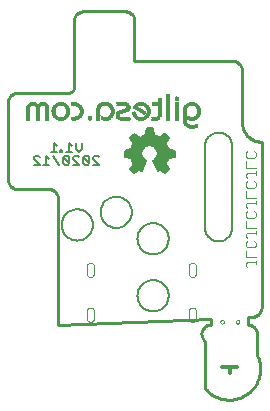
<source format=gbo>
G75*
G70*
%OFA0B0*%
%FSLAX24Y24*%
%IPPOS*%
%LPD*%
%AMOC8*
5,1,8,0,0,1.08239X$1,22.5*
%
%ADD10C,0.0050*%
%ADD11C,0.0060*%
%ADD12C,0.0100*%
%ADD13C,0.0000*%
%ADD14C,0.0030*%
%ADD15C,0.0004*%
%ADD16C,0.0120*%
%ADD17R,0.0062X0.0002*%
%ADD18R,0.0105X0.0002*%
%ADD19R,0.0133X0.0002*%
%ADD20R,0.0159X0.0002*%
%ADD21R,0.0179X0.0002*%
%ADD22R,0.0199X0.0002*%
%ADD23R,0.0215X0.0002*%
%ADD24R,0.0229X0.0002*%
%ADD25R,0.0246X0.0002*%
%ADD26R,0.0258X0.0002*%
%ADD27R,0.0272X0.0002*%
%ADD28R,0.0284X0.0002*%
%ADD29R,0.0296X0.0002*%
%ADD30R,0.0308X0.0002*%
%ADD31R,0.0320X0.0002*%
%ADD32R,0.0330X0.0002*%
%ADD33R,0.0340X0.0002*%
%ADD34R,0.0346X0.0002*%
%ADD35R,0.0350X0.0002*%
%ADD36R,0.0350X0.0002*%
%ADD37R,0.0354X0.0002*%
%ADD38R,0.0358X0.0002*%
%ADD39R,0.0360X0.0002*%
%ADD40R,0.0362X0.0002*%
%ADD41R,0.0366X0.0002*%
%ADD42R,0.0368X0.0002*%
%ADD43R,0.0368X0.0002*%
%ADD44R,0.0372X0.0002*%
%ADD45R,0.0374X0.0002*%
%ADD46R,0.0378X0.0002*%
%ADD47R,0.0378X0.0002*%
%ADD48R,0.0380X0.0002*%
%ADD49R,0.0382X0.0002*%
%ADD50R,0.0386X0.0002*%
%ADD51R,0.0386X0.0002*%
%ADD52R,0.0388X0.0002*%
%ADD53R,0.0390X0.0002*%
%ADD54R,0.0392X0.0002*%
%ADD55R,0.0392X0.0002*%
%ADD56R,0.0395X0.0002*%
%ADD57R,0.0397X0.0002*%
%ADD58R,0.0399X0.0002*%
%ADD59R,0.0399X0.0002*%
%ADD60R,0.0401X0.0002*%
%ADD61R,0.0403X0.0002*%
%ADD62R,0.0405X0.0002*%
%ADD63R,0.0405X0.0002*%
%ADD64R,0.0407X0.0002*%
%ADD65R,0.0409X0.0002*%
%ADD66R,0.0409X0.0002*%
%ADD67R,0.0411X0.0002*%
%ADD68R,0.0137X0.0002*%
%ADD69R,0.0213X0.0002*%
%ADD70R,0.0119X0.0002*%
%ADD71R,0.0197X0.0002*%
%ADD72R,0.0105X0.0002*%
%ADD73R,0.0189X0.0002*%
%ADD74R,0.0093X0.0002*%
%ADD75R,0.0181X0.0002*%
%ADD76R,0.0085X0.0002*%
%ADD77R,0.0175X0.0002*%
%ADD78R,0.0074X0.0002*%
%ADD79R,0.0167X0.0002*%
%ADD80R,0.0064X0.0002*%
%ADD81R,0.0163X0.0002*%
%ADD82R,0.0056X0.0002*%
%ADD83R,0.0159X0.0002*%
%ADD84R,0.0048X0.0002*%
%ADD85R,0.0155X0.0002*%
%ADD86R,0.0040X0.0002*%
%ADD87R,0.0151X0.0002*%
%ADD88R,0.0030X0.0002*%
%ADD89R,0.0149X0.0002*%
%ADD90R,0.0022X0.0002*%
%ADD91R,0.0145X0.0002*%
%ADD92R,0.0014X0.0002*%
%ADD93R,0.0143X0.0002*%
%ADD94R,0.0006X0.0002*%
%ADD95R,0.0139X0.0002*%
%ADD96R,0.0137X0.0002*%
%ADD97R,0.0133X0.0002*%
%ADD98R,0.0133X0.0002*%
%ADD99R,0.0129X0.0002*%
%ADD100R,0.0129X0.0002*%
%ADD101R,0.0127X0.0002*%
%ADD102R,0.0127X0.0002*%
%ADD103R,0.0125X0.0002*%
%ADD104R,0.0125X0.0002*%
%ADD105R,0.0123X0.0002*%
%ADD106R,0.0123X0.0002*%
%ADD107R,0.0121X0.0002*%
%ADD108R,0.0121X0.0002*%
%ADD109R,0.0119X0.0002*%
%ADD110R,0.0117X0.0002*%
%ADD111R,0.0115X0.0002*%
%ADD112R,0.0117X0.0002*%
%ADD113R,0.0115X0.0002*%
%ADD114R,0.0115X0.0002*%
%ADD115R,0.0113X0.0002*%
%ADD116R,0.0113X0.0002*%
%ADD117R,0.0113X0.0002*%
%ADD118R,0.0111X0.0002*%
%ADD119R,0.0111X0.0002*%
%ADD120R,0.0109X0.0002*%
%ADD121R,0.0109X0.0002*%
%ADD122R,0.0109X0.0002*%
%ADD123R,0.0107X0.0002*%
%ADD124R,0.0107X0.0002*%
%ADD125R,0.0107X0.0002*%
%ADD126R,0.0107X0.0002*%
%ADD127R,0.0105X0.0002*%
%ADD128R,0.0105X0.0002*%
%ADD129R,0.0105X0.0002*%
%ADD130R,0.0054X0.0002*%
%ADD131R,0.0062X0.0002*%
%ADD132R,0.0062X0.0002*%
%ADD133R,0.0085X0.0002*%
%ADD134R,0.0097X0.0002*%
%ADD135R,0.0093X0.0002*%
%ADD136R,0.0095X0.0002*%
%ADD137R,0.0020X0.0002*%
%ADD138R,0.0125X0.0002*%
%ADD139R,0.0107X0.0002*%
%ADD140R,0.0141X0.0002*%
%ADD141R,0.0133X0.0002*%
%ADD142R,0.0038X0.0002*%
%ADD143R,0.0137X0.0002*%
%ADD144R,0.0141X0.0002*%
%ADD145R,0.0157X0.0002*%
%ADD146R,0.0147X0.0002*%
%ADD147R,0.0050X0.0002*%
%ADD148R,0.0153X0.0002*%
%ADD149R,0.0173X0.0002*%
%ADD150R,0.0169X0.0002*%
%ADD151R,0.0169X0.0002*%
%ADD152R,0.0171X0.0002*%
%ADD153R,0.0185X0.0002*%
%ADD154R,0.0326X0.0002*%
%ADD155R,0.0171X0.0002*%
%ADD156R,0.0070X0.0002*%
%ADD157R,0.0131X0.0002*%
%ADD158R,0.0183X0.0002*%
%ADD159R,0.0183X0.0002*%
%ADD160R,0.0183X0.0002*%
%ADD161R,0.0199X0.0002*%
%ADD162R,0.0181X0.0002*%
%ADD163R,0.0074X0.0002*%
%ADD164R,0.0145X0.0002*%
%ADD165R,0.0195X0.0002*%
%ADD166R,0.0195X0.0002*%
%ADD167R,0.0193X0.0002*%
%ADD168R,0.0211X0.0002*%
%ADD169R,0.0352X0.0002*%
%ADD170R,0.0193X0.0002*%
%ADD171R,0.0083X0.0002*%
%ADD172R,0.0157X0.0002*%
%ADD173R,0.0207X0.0002*%
%ADD174R,0.0205X0.0002*%
%ADD175R,0.0201X0.0002*%
%ADD176R,0.0221X0.0002*%
%ADD177R,0.0360X0.0002*%
%ADD178R,0.0203X0.0002*%
%ADD179R,0.0087X0.0002*%
%ADD180R,0.0165X0.0002*%
%ADD181R,0.0217X0.0002*%
%ADD182R,0.0217X0.0002*%
%ADD183R,0.0207X0.0002*%
%ADD184R,0.0231X0.0002*%
%ADD185R,0.0366X0.0002*%
%ADD186R,0.0091X0.0002*%
%ADD187R,0.0175X0.0002*%
%ADD188R,0.0229X0.0002*%
%ADD189R,0.0225X0.0002*%
%ADD190R,0.0213X0.0002*%
%ADD191R,0.0242X0.0002*%
%ADD192R,0.0372X0.0002*%
%ADD193R,0.0221X0.0002*%
%ADD194R,0.0097X0.0002*%
%ADD195R,0.0238X0.0002*%
%ADD196R,0.0237X0.0002*%
%ADD197R,0.0252X0.0002*%
%ADD198R,0.0378X0.0002*%
%ADD199R,0.0101X0.0002*%
%ADD200R,0.0187X0.0002*%
%ADD201R,0.0248X0.0002*%
%ADD202R,0.0246X0.0002*%
%ADD203R,0.0223X0.0002*%
%ADD204R,0.0260X0.0002*%
%ADD205R,0.0384X0.0002*%
%ADD206R,0.0238X0.0002*%
%ADD207R,0.0254X0.0002*%
%ADD208R,0.0227X0.0002*%
%ADD209R,0.0270X0.0002*%
%ADD210R,0.0246X0.0002*%
%ADD211R,0.0266X0.0002*%
%ADD212R,0.0262X0.0002*%
%ADD213R,0.0231X0.0002*%
%ADD214R,0.0280X0.0002*%
%ADD215R,0.0252X0.0002*%
%ADD216R,0.0205X0.0002*%
%ADD217R,0.0274X0.0002*%
%ADD218R,0.0270X0.0002*%
%ADD219R,0.0235X0.0002*%
%ADD220R,0.0288X0.0002*%
%ADD221R,0.0399X0.0002*%
%ADD222R,0.0260X0.0002*%
%ADD223R,0.0282X0.0002*%
%ADD224R,0.0278X0.0002*%
%ADD225R,0.0296X0.0002*%
%ADD226R,0.0215X0.0002*%
%ADD227R,0.0290X0.0002*%
%ADD228R,0.0286X0.0002*%
%ADD229R,0.0241X0.0002*%
%ADD230R,0.0300X0.0002*%
%ADD231R,0.0405X0.0002*%
%ADD232R,0.0272X0.0002*%
%ADD233R,0.0121X0.0002*%
%ADD234R,0.0221X0.0002*%
%ADD235R,0.0298X0.0002*%
%ADD236R,0.0292X0.0002*%
%ADD237R,0.0244X0.0002*%
%ADD238R,0.0308X0.0002*%
%ADD239R,0.0123X0.0002*%
%ADD240R,0.0304X0.0002*%
%ADD241R,0.0294X0.0002*%
%ADD242R,0.0316X0.0002*%
%ADD243R,0.0411X0.0002*%
%ADD244R,0.0312X0.0002*%
%ADD245R,0.0250X0.0002*%
%ADD246R,0.0324X0.0002*%
%ADD247R,0.0415X0.0002*%
%ADD248R,0.0292X0.0002*%
%ADD249R,0.0233X0.0002*%
%ADD250R,0.0318X0.0002*%
%ADD251R,0.0302X0.0002*%
%ADD252R,0.0328X0.0002*%
%ADD253R,0.0417X0.0002*%
%ADD254R,0.0324X0.0002*%
%ADD255R,0.0256X0.0002*%
%ADD256R,0.0336X0.0002*%
%ADD257R,0.0421X0.0002*%
%ADD258R,0.0131X0.0002*%
%ADD259R,0.0330X0.0002*%
%ADD260R,0.0258X0.0002*%
%ADD261R,0.0340X0.0002*%
%ADD262R,0.0423X0.0002*%
%ADD263R,0.0135X0.0002*%
%ADD264R,0.0338X0.0002*%
%ADD265R,0.0310X0.0002*%
%ADD266R,0.0348X0.0002*%
%ADD267R,0.0425X0.0002*%
%ADD268R,0.0342X0.0002*%
%ADD269R,0.0314X0.0002*%
%ADD270R,0.0262X0.0002*%
%ADD271R,0.0429X0.0002*%
%ADD272R,0.0320X0.0002*%
%ADD273R,0.0316X0.0002*%
%ADD274R,0.0264X0.0002*%
%ADD275R,0.0360X0.0002*%
%ADD276R,0.0431X0.0002*%
%ADD277R,0.0324X0.0002*%
%ADD278R,0.0139X0.0002*%
%ADD279R,0.0256X0.0002*%
%ADD280R,0.0318X0.0002*%
%ADD281R,0.0266X0.0002*%
%ADD282R,0.0364X0.0002*%
%ADD283R,0.0433X0.0002*%
%ADD284R,0.0139X0.0002*%
%ADD285R,0.0360X0.0002*%
%ADD286R,0.0322X0.0002*%
%ADD287R,0.0268X0.0002*%
%ADD288R,0.0370X0.0002*%
%ADD289R,0.0435X0.0002*%
%ADD290R,0.0330X0.0002*%
%ADD291R,0.0376X0.0002*%
%ADD292R,0.0437X0.0002*%
%ADD293R,0.0332X0.0002*%
%ADD294R,0.0141X0.0002*%
%ADD295R,0.0326X0.0002*%
%ADD296R,0.0272X0.0002*%
%ADD297R,0.0380X0.0002*%
%ADD298R,0.0439X0.0002*%
%ADD299R,0.0334X0.0002*%
%ADD300R,0.0143X0.0002*%
%ADD301R,0.0268X0.0002*%
%ADD302R,0.0376X0.0002*%
%ADD303R,0.0274X0.0002*%
%ADD304R,0.0441X0.0002*%
%ADD305R,0.0382X0.0002*%
%ADD306R,0.0276X0.0002*%
%ADD307R,0.0391X0.0002*%
%ADD308R,0.0443X0.0002*%
%ADD309R,0.0340X0.0002*%
%ADD310R,0.0274X0.0002*%
%ADD311R,0.0334X0.0002*%
%ADD312R,0.0445X0.0002*%
%ADD313R,0.0342X0.0002*%
%ADD314R,0.0278X0.0002*%
%ADD315R,0.0401X0.0002*%
%ADD316R,0.0445X0.0002*%
%ADD317R,0.0344X0.0002*%
%ADD318R,0.0395X0.0002*%
%ADD319R,0.0280X0.0002*%
%ADD320R,0.0447X0.0002*%
%ADD321R,0.0409X0.0002*%
%ADD322R,0.0449X0.0002*%
%ADD323R,0.0348X0.0002*%
%ADD324R,0.0407X0.0002*%
%ADD325R,0.0344X0.0002*%
%ADD326R,0.0415X0.0002*%
%ADD327R,0.0451X0.0002*%
%ADD328R,0.0350X0.0002*%
%ADD329R,0.0411X0.0002*%
%ADD330R,0.0346X0.0002*%
%ADD331R,0.0284X0.0002*%
%ADD332R,0.0419X0.0002*%
%ADD333R,0.0451X0.0002*%
%ADD334R,0.0352X0.0002*%
%ADD335R,0.0290X0.0002*%
%ADD336R,0.0415X0.0002*%
%ADD337R,0.0286X0.0002*%
%ADD338R,0.0423X0.0002*%
%ADD339R,0.0453X0.0002*%
%ADD340R,0.0354X0.0002*%
%ADD341R,0.0292X0.0002*%
%ADD342R,0.0419X0.0002*%
%ADD343R,0.0427X0.0002*%
%ADD344R,0.0455X0.0002*%
%ADD345R,0.0356X0.0002*%
%ADD346R,0.0288X0.0002*%
%ADD347R,0.0431X0.0002*%
%ADD348R,0.0358X0.0002*%
%ADD349R,0.0296X0.0002*%
%ADD350R,0.0290X0.0002*%
%ADD351R,0.0435X0.0002*%
%ADD352R,0.0457X0.0002*%
%ADD353R,0.0300X0.0002*%
%ADD354R,0.0356X0.0002*%
%ADD355R,0.0290X0.0002*%
%ADD356R,0.0439X0.0002*%
%ADD357R,0.0457X0.0002*%
%ADD358R,0.0362X0.0002*%
%ADD359R,0.0302X0.0002*%
%ADD360R,0.0443X0.0002*%
%ADD361R,0.0459X0.0002*%
%ADD362R,0.0304X0.0002*%
%ADD363R,0.0447X0.0002*%
%ADD364R,0.0461X0.0002*%
%ADD365R,0.0306X0.0002*%
%ADD366R,0.0360X0.0002*%
%ADD367R,0.0294X0.0002*%
%ADD368R,0.0461X0.0002*%
%ADD369R,0.0368X0.0002*%
%ADD370R,0.0447X0.0002*%
%ADD371R,0.0463X0.0002*%
%ADD372R,0.0368X0.0002*%
%ADD373R,0.0457X0.0002*%
%ADD374R,0.0455X0.0002*%
%ADD375R,0.0372X0.0002*%
%ADD376R,0.0314X0.0002*%
%ADD377R,0.0203X0.0002*%
%ADD378R,0.0298X0.0002*%
%ADD379R,0.0201X0.0002*%
%ADD380R,0.0201X0.0002*%
%ADD381R,0.0465X0.0002*%
%ADD382R,0.0121X0.0002*%
%ADD383R,0.0316X0.0002*%
%ADD384R,0.0191X0.0002*%
%ADD385R,0.0298X0.0002*%
%ADD386R,0.0189X0.0002*%
%ADD387R,0.0465X0.0002*%
%ADD388R,0.0300X0.0002*%
%ADD389R,0.0181X0.0002*%
%ADD390R,0.0467X0.0002*%
%ADD391R,0.0103X0.0002*%
%ADD392R,0.0320X0.0002*%
%ADD393R,0.0177X0.0002*%
%ADD394R,0.0171X0.0002*%
%ADD395R,0.0079X0.0002*%
%ADD396R,0.0173X0.0002*%
%ADD397R,0.0169X0.0002*%
%ADD398R,0.0467X0.0002*%
%ADD399R,0.0171X0.0002*%
%ADD400R,0.0091X0.0002*%
%ADD401R,0.0324X0.0002*%
%ADD402R,0.0173X0.0002*%
%ADD403R,0.0072X0.0002*%
%ADD404R,0.0469X0.0002*%
%ADD405R,0.0163X0.0002*%
%ADD406R,0.0066X0.0002*%
%ADD407R,0.0165X0.0002*%
%ADD408R,0.0161X0.0002*%
%ADD409R,0.0149X0.0002*%
%ADD410R,0.0163X0.0002*%
%ADD411R,0.0081X0.0002*%
%ADD412R,0.0139X0.0002*%
%ADD413R,0.0076X0.0002*%
%ADD414R,0.0157X0.0002*%
%ADD415R,0.0058X0.0002*%
%ADD416R,0.0159X0.0002*%
%ADD417R,0.0155X0.0002*%
%ADD418R,0.0137X0.0002*%
%ADD419R,0.0159X0.0002*%
%ADD420R,0.0072X0.0002*%
%ADD421R,0.0195X0.0002*%
%ADD422R,0.0052X0.0002*%
%ADD423R,0.0127X0.0002*%
%ADD424R,0.0153X0.0002*%
%ADD425R,0.0155X0.0002*%
%ADD426R,0.0068X0.0002*%
%ADD427R,0.0189X0.0002*%
%ADD428R,0.0125X0.0002*%
%ADD429R,0.0151X0.0002*%
%ADD430R,0.0064X0.0002*%
%ADD431R,0.0044X0.0002*%
%ADD432R,0.0123X0.0002*%
%ADD433R,0.0103X0.0002*%
%ADD434R,0.0179X0.0002*%
%ADD435R,0.0147X0.0002*%
%ADD436R,0.0040X0.0002*%
%ADD437R,0.0151X0.0002*%
%ADD438R,0.0125X0.0002*%
%ADD439R,0.0099X0.0002*%
%ADD440R,0.0175X0.0002*%
%ADD441R,0.0145X0.0002*%
%ADD442R,0.0036X0.0002*%
%ADD443R,0.0056X0.0002*%
%ADD444R,0.0095X0.0002*%
%ADD445R,0.0032X0.0002*%
%ADD446R,0.0117X0.0002*%
%ADD447R,0.0052X0.0002*%
%ADD448R,0.0028X0.0002*%
%ADD449R,0.0115X0.0002*%
%ADD450R,0.0050X0.0002*%
%ADD451R,0.0141X0.0002*%
%ADD452R,0.0024X0.0002*%
%ADD453R,0.0117X0.0002*%
%ADD454R,0.0046X0.0002*%
%ADD455R,0.0119X0.0002*%
%ADD456R,0.0074X0.0002*%
%ADD457R,0.0143X0.0002*%
%ADD458R,0.0137X0.0002*%
%ADD459R,0.0016X0.0002*%
%ADD460R,0.0042X0.0002*%
%ADD461R,0.0135X0.0002*%
%ADD462R,0.0012X0.0002*%
%ADD463R,0.0038X0.0002*%
%ADD464R,0.0058X0.0002*%
%ADD465R,0.0010X0.0002*%
%ADD466R,0.0135X0.0002*%
%ADD467R,0.0115X0.0002*%
%ADD468R,0.0135X0.0002*%
%ADD469R,0.0036X0.0002*%
%ADD470R,0.0153X0.0002*%
%ADD471R,0.0034X0.0002*%
%ADD472R,0.0034X0.0002*%
%ADD473R,0.0002X0.0002*%
%ADD474R,0.0133X0.0002*%
%ADD475R,0.0030X0.0002*%
%ADD476R,0.0149X0.0002*%
%ADD477R,0.0129X0.0002*%
%ADD478R,0.0131X0.0002*%
%ADD479R,0.0028X0.0002*%
%ADD480R,0.0024X0.0002*%
%ADD481R,0.0022X0.0002*%
%ADD482R,0.0020X0.0002*%
%ADD483R,0.0018X0.0002*%
%ADD484R,0.0121X0.0002*%
%ADD485R,0.0012X0.0002*%
%ADD486R,0.0127X0.0002*%
%ADD487R,0.0010X0.0002*%
%ADD488R,0.0008X0.0002*%
%ADD489R,0.0006X0.0002*%
%ADD490R,0.0119X0.0002*%
%ADD491R,0.0004X0.0002*%
%ADD492R,0.0002X0.0002*%
%ADD493R,0.0117X0.0002*%
%ADD494R,0.0004X0.0002*%
%ADD495R,0.0111X0.0002*%
%ADD496R,0.0111X0.0002*%
%ADD497R,0.0018X0.0002*%
%ADD498R,0.0109X0.0002*%
%ADD499R,0.0022X0.0002*%
%ADD500R,0.0042X0.0002*%
%ADD501R,0.0046X0.0002*%
%ADD502R,0.0056X0.0002*%
%ADD503R,0.0161X0.0002*%
%ADD504R,0.0070X0.0002*%
%ADD505R,0.0109X0.0002*%
%ADD506R,0.0185X0.0002*%
%ADD507R,0.0089X0.0002*%
%ADD508R,0.0093X0.0002*%
%ADD509R,0.0099X0.0002*%
%ADD510R,0.0211X0.0002*%
%ADD511R,0.0231X0.0002*%
%ADD512R,0.0240X0.0002*%
%ADD513R,0.0149X0.0002*%
%ADD514R,0.0264X0.0002*%
%ADD515R,0.0268X0.0002*%
%ADD516R,0.0272X0.0002*%
%ADD517R,0.0167X0.0002*%
%ADD518R,0.0068X0.0002*%
%ADD519R,0.0284X0.0002*%
%ADD520R,0.0018X0.0002*%
%ADD521R,0.0185X0.0002*%
%ADD522R,0.0002X0.0002*%
%ADD523R,0.0197X0.0002*%
%ADD524R,0.0197X0.0002*%
%ADD525R,0.0310X0.0002*%
%ADD526R,0.0199X0.0002*%
%ADD527R,0.0310X0.0002*%
%ADD528R,0.0312X0.0002*%
%ADD529R,0.0312X0.0002*%
%ADD530R,0.0310X0.0002*%
%ADD531R,0.0306X0.0002*%
%ADD532R,0.0199X0.0002*%
%ADD533R,0.0197X0.0002*%
%ADD534R,0.0296X0.0002*%
%ADD535R,0.0254X0.0002*%
%ADD536R,0.0225X0.0002*%
%ADD537R,0.0219X0.0002*%
%ADD538R,0.0157X0.0002*%
%ADD539R,0.0107X0.0002*%
%ADD540R,0.0117X0.0002*%
%ADD541R,0.0197X0.0002*%
%ADD542R,0.0141X0.0002*%
%ADD543R,0.0111X0.0002*%
%ADD544R,0.0119X0.0002*%
%ADD545R,0.0111X0.0002*%
%ADD546R,0.0123X0.0002*%
%ADD547R,0.0197X0.0002*%
%ADD548R,0.0121X0.0002*%
%ADD549R,0.0119X0.0002*%
%ADD550R,0.0127X0.0002*%
%ADD551R,0.0193X0.0002*%
%ADD552R,0.0187X0.0002*%
%ADD553R,0.0131X0.0002*%
%ADD554R,0.0125X0.0002*%
%ADD555R,0.0123X0.0002*%
%ADD556R,0.0177X0.0002*%
%ADD557R,0.0127X0.0002*%
%ADD558R,0.0163X0.0002*%
%ADD559R,0.0135X0.0002*%
%ADD560R,0.0129X0.0002*%
%ADD561R,0.0143X0.0002*%
%ADD562R,0.0139X0.0002*%
%ADD563R,0.0135X0.0002*%
%ADD564R,0.0115X0.0002*%
%ADD565R,0.0129X0.0002*%
%ADD566R,0.0137X0.0002*%
%ADD567R,0.0131X0.0002*%
%ADD568R,0.0141X0.0002*%
%ADD569R,0.0153X0.0002*%
%ADD570R,0.0151X0.0002*%
%ADD571R,0.0155X0.0002*%
%ADD572R,0.0159X0.0002*%
%ADD573R,0.0161X0.0002*%
%ADD574R,0.0143X0.0002*%
%ADD575R,0.0147X0.0002*%
%ADD576R,0.0165X0.0002*%
%ADD577R,0.0167X0.0002*%
%ADD578R,0.0167X0.0002*%
%ADD579R,0.0153X0.0002*%
%ADD580R,0.0175X0.0002*%
%ADD581R,0.0149X0.0002*%
%ADD582R,0.0179X0.0002*%
%ADD583R,0.0153X0.0002*%
%ADD584R,0.0191X0.0002*%
%ADD585R,0.0161X0.0002*%
%ADD586R,0.0195X0.0002*%
%ADD587R,0.0199X0.0002*%
%ADD588R,0.0163X0.0002*%
%ADD589R,0.0207X0.0002*%
%ADD590R,0.0167X0.0002*%
%ADD591R,0.0173X0.0002*%
%ADD592R,0.0316X0.0002*%
%ADD593R,0.0171X0.0002*%
%ADD594R,0.0441X0.0002*%
%ADD595R,0.0177X0.0002*%
%ADD596R,0.0322X0.0002*%
%ADD597R,0.0173X0.0002*%
%ADD598R,0.0229X0.0002*%
%ADD599R,0.0441X0.0002*%
%ADD600R,0.0185X0.0002*%
%ADD601R,0.0320X0.0002*%
%ADD602R,0.0147X0.0002*%
%ADD603R,0.0240X0.0002*%
%ADD604R,0.0179X0.0002*%
%ADD605R,0.0264X0.0002*%
%ADD606R,0.0199X0.0002*%
%ADD607R,0.0201X0.0002*%
%ADD608R,0.0439X0.0002*%
%ADD609R,0.0205X0.0002*%
%ADD610R,0.0211X0.0002*%
%ADD611R,0.0201X0.0002*%
%ADD612R,0.0165X0.0002*%
%ADD613R,0.0286X0.0002*%
%ADD614R,0.0449X0.0002*%
%ADD615R,0.0437X0.0002*%
%ADD616R,0.0473X0.0002*%
%ADD617R,0.0314X0.0002*%
%ADD618R,0.0455X0.0002*%
%ADD619R,0.0702X0.0002*%
%ADD620R,0.0700X0.0002*%
%ADD621R,0.0698X0.0002*%
%ADD622R,0.0445X0.0002*%
%ADD623R,0.0435X0.0002*%
%ADD624R,0.0463X0.0002*%
%ADD625R,0.0308X0.0002*%
%ADD626R,0.0447X0.0002*%
%ADD627R,0.0694X0.0002*%
%ADD628R,0.0433X0.0002*%
%ADD629R,0.0459X0.0002*%
%ADD630R,0.0443X0.0002*%
%ADD631R,0.0694X0.0002*%
%ADD632R,0.0431X0.0002*%
%ADD633R,0.0690X0.0002*%
%ADD634R,0.0427X0.0002*%
%ADD635R,0.0686X0.0002*%
%ADD636R,0.0423X0.0002*%
%ADD637R,0.0429X0.0002*%
%ADD638R,0.0431X0.0002*%
%ADD639R,0.0449X0.0002*%
%ADD640R,0.0298X0.0002*%
%ADD641R,0.0686X0.0002*%
%ADD642R,0.0425X0.0002*%
%ADD643R,0.0429X0.0002*%
%ADD644R,0.0427X0.0002*%
%ADD645R,0.0682X0.0002*%
%ADD646R,0.0421X0.0002*%
%ADD647R,0.0441X0.0002*%
%ADD648R,0.0678X0.0002*%
%ADD649R,0.0676X0.0002*%
%ADD650R,0.0407X0.0002*%
%ADD651R,0.0413X0.0002*%
%ADD652R,0.0425X0.0002*%
%ADD653R,0.0433X0.0002*%
%ADD654R,0.0290X0.0002*%
%ADD655R,0.0415X0.0002*%
%ADD656R,0.0336X0.0002*%
%ADD657R,0.0336X0.0002*%
%ADD658R,0.0403X0.0002*%
%ADD659R,0.0423X0.0002*%
%ADD660R,0.0429X0.0002*%
%ADD661R,0.0286X0.0002*%
%ADD662R,0.0411X0.0002*%
%ADD663R,0.0332X0.0002*%
%ADD664R,0.0399X0.0002*%
%ADD665R,0.0328X0.0002*%
%ADD666R,0.0394X0.0002*%
%ADD667R,0.0390X0.0002*%
%ADD668R,0.0397X0.0002*%
%ADD669R,0.0419X0.0002*%
%ADD670R,0.0417X0.0002*%
%ADD671R,0.0278X0.0002*%
%ADD672R,0.0395X0.0002*%
%ADD673R,0.0324X0.0002*%
%ADD674R,0.0386X0.0002*%
%ADD675R,0.0417X0.0002*%
%ADD676R,0.0413X0.0002*%
%ADD677R,0.0276X0.0002*%
%ADD678R,0.0391X0.0002*%
%ADD679R,0.0382X0.0002*%
%ADD680R,0.0316X0.0002*%
%ADD681R,0.0413X0.0002*%
%ADD682R,0.0372X0.0002*%
%ADD683R,0.0396X0.0002*%
%ADD684R,0.0268X0.0002*%
%ADD685R,0.0376X0.0002*%
%ADD686R,0.0370X0.0002*%
%ADD687R,0.0304X0.0002*%
%ADD688R,0.0380X0.0002*%
%ADD689R,0.0352X0.0002*%
%ADD690R,0.0356X0.0002*%
%ADD691R,0.0403X0.0002*%
%ADD692R,0.0376X0.0002*%
%ADD693R,0.0256X0.0002*%
%ADD694R,0.0354X0.0002*%
%ADD695R,0.0294X0.0002*%
%ADD696R,0.0292X0.0002*%
%ADD697R,0.0350X0.0002*%
%ADD698R,0.0350X0.0002*%
%ADD699R,0.0288X0.0002*%
%ADD700R,0.0346X0.0002*%
%ADD701R,0.0364X0.0002*%
%ADD702R,0.0334X0.0002*%
%ADD703R,0.0280X0.0002*%
%ADD704R,0.0328X0.0002*%
%ADD705R,0.0334X0.0002*%
%ADD706R,0.0242X0.0002*%
%ADD707R,0.0330X0.0002*%
%ADD708R,0.0274X0.0002*%
%ADD709R,0.0276X0.0002*%
%ADD710R,0.0388X0.0002*%
%ADD711R,0.0237X0.0002*%
%ADD712R,0.0270X0.0002*%
%ADD713R,0.0270X0.0002*%
%ADD714R,0.0264X0.0002*%
%ADD715R,0.0304X0.0002*%
%ADD716R,0.0380X0.0002*%
%ADD717R,0.0326X0.0002*%
%ADD718R,0.0225X0.0002*%
%ADD719R,0.0254X0.0002*%
%ADD720R,0.0300X0.0002*%
%ADD721R,0.0298X0.0002*%
%ADD722R,0.0250X0.0002*%
%ADD723R,0.0248X0.0002*%
%ADD724R,0.0244X0.0002*%
%ADD725R,0.0274X0.0002*%
%ADD726R,0.0362X0.0002*%
%ADD727R,0.0296X0.0002*%
%ADD728R,0.0205X0.0002*%
%ADD729R,0.0229X0.0002*%
%ADD730R,0.0231X0.0002*%
%ADD731R,0.0266X0.0002*%
%ADD732R,0.0358X0.0002*%
%ADD733R,0.0223X0.0002*%
%ADD734R,0.0215X0.0002*%
%ADD735R,0.0209X0.0002*%
%ADD736R,0.0240X0.0002*%
%ADD737R,0.0244X0.0002*%
%ADD738R,0.0340X0.0002*%
%ADD739R,0.0262X0.0002*%
%ADD740R,0.0238X0.0002*%
%ADD741R,0.0229X0.0002*%
%ADD742R,0.0231X0.0002*%
%ADD743R,0.0229X0.0002*%
%ADD744R,0.0219X0.0002*%
%ADD745R,0.0223X0.0002*%
%ADD746R,0.0183X0.0002*%
%ADD747R,0.0215X0.0002*%
%ADD748R,0.0195X0.0002*%
%ADD749R,0.0203X0.0002*%
%ADD750R,0.0187X0.0002*%
%ADD751R,0.0169X0.0002*%
%ADD752R,0.0143X0.0002*%
%ADD753R,0.0155X0.0002*%
%ADD754R,0.0095X0.0002*%
%ADD755R,0.0078X0.0002*%
%ADD756R,0.0081X0.0002*%
%ADD757R,0.0072X0.0002*%
%ADD758R,0.0020X0.0002*%
%ADD759R,0.0050X0.0002*%
%ADD760R,0.0060X0.0002*%
%ADD761R,0.0066X0.0002*%
%ADD762R,0.0079X0.0002*%
%ADD763R,0.0089X0.0002*%
%ADD764R,0.0091X0.0002*%
%ADD765R,0.0095X0.0002*%
%ADD766R,0.0099X0.0002*%
%ADD767R,0.0103X0.0002*%
%ADD768R,0.0101X0.0002*%
%ADD769R,0.0087X0.0002*%
%ADD770R,0.0074X0.0002*%
%ADD771R,0.0062X0.0002*%
%ADD772R,0.0054X0.0002*%
%ADD773R,0.0044X0.0002*%
%ADD774R,0.0030X0.0002*%
D10*
X002377Y005976D02*
X002379Y006021D01*
X002385Y006066D01*
X002395Y006111D01*
X002408Y006154D01*
X002426Y006196D01*
X002447Y006236D01*
X002471Y006274D01*
X002499Y006310D01*
X002529Y006344D01*
X002563Y006374D01*
X002599Y006402D01*
X002637Y006426D01*
X002677Y006447D01*
X002719Y006465D01*
X002762Y006478D01*
X002807Y006488D01*
X002852Y006494D01*
X002897Y006496D01*
X002942Y006494D01*
X002987Y006488D01*
X003032Y006478D01*
X003075Y006465D01*
X003117Y006447D01*
X003157Y006426D01*
X003195Y006402D01*
X003231Y006374D01*
X003265Y006344D01*
X003295Y006310D01*
X003323Y006274D01*
X003347Y006236D01*
X003368Y006196D01*
X003386Y006154D01*
X003399Y006111D01*
X003409Y006066D01*
X003415Y006021D01*
X003417Y005976D01*
X003415Y005931D01*
X003409Y005886D01*
X003399Y005841D01*
X003386Y005798D01*
X003368Y005756D01*
X003347Y005716D01*
X003323Y005678D01*
X003295Y005642D01*
X003265Y005608D01*
X003231Y005578D01*
X003195Y005550D01*
X003157Y005526D01*
X003117Y005505D01*
X003075Y005487D01*
X003032Y005474D01*
X002987Y005464D01*
X002942Y005458D01*
X002897Y005456D01*
X002852Y005458D01*
X002807Y005464D01*
X002762Y005474D01*
X002719Y005487D01*
X002677Y005505D01*
X002637Y005526D01*
X002599Y005550D01*
X002563Y005578D01*
X002529Y005608D01*
X002499Y005642D01*
X002471Y005678D01*
X002447Y005716D01*
X002426Y005756D01*
X002408Y005798D01*
X002395Y005841D01*
X002385Y005886D01*
X002379Y005931D01*
X002377Y005976D01*
X003677Y006396D02*
X003679Y006441D01*
X003685Y006486D01*
X003695Y006531D01*
X003708Y006574D01*
X003726Y006616D01*
X003747Y006656D01*
X003771Y006694D01*
X003799Y006730D01*
X003829Y006764D01*
X003863Y006794D01*
X003899Y006822D01*
X003937Y006846D01*
X003977Y006867D01*
X004019Y006885D01*
X004062Y006898D01*
X004107Y006908D01*
X004152Y006914D01*
X004197Y006916D01*
X004242Y006914D01*
X004287Y006908D01*
X004332Y006898D01*
X004375Y006885D01*
X004417Y006867D01*
X004457Y006846D01*
X004495Y006822D01*
X004531Y006794D01*
X004565Y006764D01*
X004595Y006730D01*
X004623Y006694D01*
X004647Y006656D01*
X004668Y006616D01*
X004686Y006574D01*
X004699Y006531D01*
X004709Y006486D01*
X004715Y006441D01*
X004717Y006396D01*
X004715Y006351D01*
X004709Y006306D01*
X004699Y006261D01*
X004686Y006218D01*
X004668Y006176D01*
X004647Y006136D01*
X004623Y006098D01*
X004595Y006062D01*
X004565Y006028D01*
X004531Y005998D01*
X004495Y005970D01*
X004457Y005946D01*
X004417Y005925D01*
X004375Y005907D01*
X004332Y005894D01*
X004287Y005884D01*
X004242Y005878D01*
X004197Y005876D01*
X004152Y005878D01*
X004107Y005884D01*
X004062Y005894D01*
X004019Y005907D01*
X003977Y005925D01*
X003937Y005946D01*
X003899Y005970D01*
X003863Y005998D01*
X003829Y006028D01*
X003799Y006062D01*
X003771Y006098D01*
X003747Y006136D01*
X003726Y006176D01*
X003708Y006218D01*
X003695Y006261D01*
X003685Y006306D01*
X003679Y006351D01*
X003677Y006396D01*
X004907Y005516D02*
X004909Y005561D01*
X004915Y005606D01*
X004925Y005651D01*
X004938Y005694D01*
X004956Y005736D01*
X004977Y005776D01*
X005001Y005814D01*
X005029Y005850D01*
X005059Y005884D01*
X005093Y005914D01*
X005129Y005942D01*
X005167Y005966D01*
X005207Y005987D01*
X005249Y006005D01*
X005292Y006018D01*
X005337Y006028D01*
X005382Y006034D01*
X005427Y006036D01*
X005472Y006034D01*
X005517Y006028D01*
X005562Y006018D01*
X005605Y006005D01*
X005647Y005987D01*
X005687Y005966D01*
X005725Y005942D01*
X005761Y005914D01*
X005795Y005884D01*
X005825Y005850D01*
X005853Y005814D01*
X005877Y005776D01*
X005898Y005736D01*
X005916Y005694D01*
X005929Y005651D01*
X005939Y005606D01*
X005945Y005561D01*
X005947Y005516D01*
X005945Y005471D01*
X005939Y005426D01*
X005929Y005381D01*
X005916Y005338D01*
X005898Y005296D01*
X005877Y005256D01*
X005853Y005218D01*
X005825Y005182D01*
X005795Y005148D01*
X005761Y005118D01*
X005725Y005090D01*
X005687Y005066D01*
X005647Y005045D01*
X005605Y005027D01*
X005562Y005014D01*
X005517Y005004D01*
X005472Y004998D01*
X005427Y004996D01*
X005382Y004998D01*
X005337Y005004D01*
X005292Y005014D01*
X005249Y005027D01*
X005207Y005045D01*
X005167Y005066D01*
X005129Y005090D01*
X005093Y005118D01*
X005059Y005148D01*
X005029Y005182D01*
X005001Y005218D01*
X004977Y005256D01*
X004956Y005296D01*
X004938Y005338D01*
X004925Y005381D01*
X004915Y005426D01*
X004909Y005471D01*
X004907Y005516D01*
X004907Y003616D02*
X004909Y003661D01*
X004915Y003706D01*
X004925Y003751D01*
X004938Y003794D01*
X004956Y003836D01*
X004977Y003876D01*
X005001Y003914D01*
X005029Y003950D01*
X005059Y003984D01*
X005093Y004014D01*
X005129Y004042D01*
X005167Y004066D01*
X005207Y004087D01*
X005249Y004105D01*
X005292Y004118D01*
X005337Y004128D01*
X005382Y004134D01*
X005427Y004136D01*
X005472Y004134D01*
X005517Y004128D01*
X005562Y004118D01*
X005605Y004105D01*
X005647Y004087D01*
X005687Y004066D01*
X005725Y004042D01*
X005761Y004014D01*
X005795Y003984D01*
X005825Y003950D01*
X005853Y003914D01*
X005877Y003876D01*
X005898Y003836D01*
X005916Y003794D01*
X005929Y003751D01*
X005939Y003706D01*
X005945Y003661D01*
X005947Y003616D01*
X005945Y003571D01*
X005939Y003526D01*
X005929Y003481D01*
X005916Y003438D01*
X005898Y003396D01*
X005877Y003356D01*
X005853Y003318D01*
X005825Y003282D01*
X005795Y003248D01*
X005761Y003218D01*
X005725Y003190D01*
X005687Y003166D01*
X005647Y003145D01*
X005605Y003127D01*
X005562Y003114D01*
X005517Y003104D01*
X005472Y003098D01*
X005427Y003096D01*
X005382Y003098D01*
X005337Y003104D01*
X005292Y003114D01*
X005249Y003127D01*
X005207Y003145D01*
X005167Y003166D01*
X005129Y003190D01*
X005093Y003218D01*
X005059Y003248D01*
X005029Y003282D01*
X005001Y003318D01*
X004977Y003356D01*
X004956Y003396D01*
X004938Y003438D01*
X004925Y003481D01*
X004915Y003526D01*
X004909Y003571D01*
X004907Y003616D01*
X007158Y005886D02*
X007158Y008596D01*
X007160Y008637D01*
X007165Y008677D01*
X007174Y008717D01*
X007187Y008756D01*
X007203Y008793D01*
X007222Y008829D01*
X007245Y008863D01*
X007270Y008895D01*
X007299Y008925D01*
X007329Y008952D01*
X007362Y008976D01*
X007397Y008997D01*
X007434Y009014D01*
X007472Y009029D01*
X007512Y009040D01*
X007552Y009047D01*
X007593Y009051D01*
X007633Y009051D01*
X007674Y009047D01*
X007714Y009040D01*
X007754Y009029D01*
X007792Y009014D01*
X007829Y008997D01*
X007864Y008976D01*
X007897Y008952D01*
X007927Y008925D01*
X007956Y008895D01*
X007981Y008863D01*
X008004Y008829D01*
X008023Y008793D01*
X008039Y008756D01*
X008052Y008717D01*
X008061Y008677D01*
X008066Y008637D01*
X008068Y008596D01*
X008068Y005886D01*
X008066Y005845D01*
X008061Y005805D01*
X008052Y005765D01*
X008039Y005726D01*
X008023Y005689D01*
X008004Y005653D01*
X007981Y005619D01*
X007956Y005587D01*
X007927Y005557D01*
X007897Y005530D01*
X007864Y005506D01*
X007829Y005485D01*
X007792Y005468D01*
X007754Y005453D01*
X007714Y005442D01*
X007674Y005435D01*
X007633Y005431D01*
X007593Y005431D01*
X007552Y005435D01*
X007512Y005442D01*
X007472Y005453D01*
X007434Y005468D01*
X007397Y005485D01*
X007362Y005506D01*
X007329Y005530D01*
X007299Y005557D01*
X007270Y005587D01*
X007245Y005619D01*
X007222Y005653D01*
X007203Y005689D01*
X007187Y005726D01*
X007174Y005765D01*
X007165Y005805D01*
X007160Y005845D01*
X007158Y005886D01*
D11*
X005828Y007696D02*
X005968Y007836D01*
X005848Y008016D01*
X005811Y008028D02*
X005489Y008028D01*
X005524Y007970D02*
X005816Y007970D01*
X005798Y007996D02*
X005898Y008246D01*
X006098Y008296D01*
X006098Y008446D01*
X005898Y008446D01*
X005798Y008696D01*
X005948Y008896D01*
X005798Y008996D01*
X005648Y008846D01*
X005448Y008946D01*
X005398Y009146D01*
X005248Y009146D01*
X005198Y008946D01*
X004998Y008846D01*
X004798Y008996D01*
X004698Y008896D01*
X004798Y008696D01*
X004698Y008446D01*
X004498Y008446D01*
X004498Y008296D01*
X004748Y008246D01*
X004798Y007996D01*
X004698Y007846D01*
X004798Y007746D01*
X004948Y007846D01*
X005048Y007796D01*
X005148Y008096D01*
X004998Y008296D01*
X005048Y008546D01*
X005248Y008646D01*
X005448Y008646D01*
X005598Y008496D01*
X005878Y008496D01*
X005918Y008496D02*
X006148Y008456D01*
X006148Y008256D01*
X005928Y008216D01*
X005881Y008204D02*
X005598Y008204D01*
X005598Y008196D02*
X005448Y008096D01*
X005598Y007846D01*
X005648Y007846D01*
X005798Y007746D01*
X005898Y007846D01*
X005798Y007996D01*
X005835Y008087D02*
X005454Y008087D01*
X005428Y008116D02*
X005578Y007776D01*
X005648Y007816D01*
X005828Y007696D01*
X005846Y007794D02*
X005726Y007794D01*
X005855Y007911D02*
X005559Y007911D01*
X005595Y007853D02*
X005894Y007853D01*
X005858Y008145D02*
X005522Y008145D01*
X005598Y008196D02*
X005598Y008496D01*
X005598Y008438D02*
X006098Y008438D01*
X006098Y008379D02*
X005598Y008379D01*
X005598Y008321D02*
X006098Y008321D01*
X005963Y008262D02*
X005598Y008262D01*
X005926Y008200D02*
X005911Y008153D01*
X005893Y008107D01*
X005871Y008063D01*
X005846Y008021D01*
X005855Y008555D02*
X005540Y008555D01*
X005481Y008613D02*
X005832Y008613D01*
X005808Y008672D02*
X004789Y008672D01*
X004788Y008686D02*
X004648Y008876D01*
X004788Y009016D01*
X004988Y008886D01*
X004997Y008847D02*
X004723Y008847D01*
X004708Y008906D02*
X004919Y008906D01*
X004841Y008964D02*
X004766Y008964D01*
X004752Y008789D02*
X005868Y008789D01*
X005912Y008847D02*
X005649Y008847D01*
X005646Y008847D02*
X005000Y008847D01*
X005117Y008906D02*
X005529Y008906D01*
X005458Y008956D02*
X005408Y009196D01*
X005218Y009196D01*
X005168Y008956D01*
X005203Y008964D02*
X005444Y008964D01*
X005429Y009023D02*
X005218Y009023D01*
X005232Y009081D02*
X005415Y009081D01*
X005400Y009140D02*
X005247Y009140D01*
X005638Y008886D02*
X005828Y009016D01*
X005968Y008876D01*
X005838Y008686D01*
X005824Y008730D02*
X004781Y008730D01*
X004765Y008613D02*
X005182Y008613D01*
X005065Y008555D02*
X004742Y008555D01*
X004718Y008496D02*
X005038Y008496D01*
X005027Y008438D02*
X004498Y008438D01*
X004478Y008456D02*
X004478Y008256D01*
X004698Y008216D01*
X004668Y008262D02*
X005024Y008262D01*
X005003Y008321D02*
X004498Y008321D01*
X004498Y008379D02*
X005015Y008379D01*
X005068Y008204D02*
X004757Y008204D01*
X004769Y008145D02*
X005112Y008145D01*
X005145Y008087D02*
X004780Y008087D01*
X004792Y008028D02*
X005126Y008028D01*
X005106Y007970D02*
X004781Y007970D01*
X004778Y008016D02*
X004648Y007836D01*
X004788Y007696D01*
X004968Y007816D01*
X005048Y007776D01*
X005188Y008116D01*
X005087Y007911D02*
X004742Y007911D01*
X004703Y007853D02*
X005067Y007853D01*
X004870Y007794D02*
X004750Y007794D01*
X004698Y008496D02*
X004478Y008456D01*
X004696Y008497D02*
X004708Y008537D01*
X004723Y008576D01*
X004741Y008614D01*
X004761Y008650D01*
X004783Y008685D01*
X005188Y008116D02*
X005160Y008132D01*
X005133Y008151D01*
X005110Y008173D01*
X005089Y008198D01*
X005071Y008226D01*
X005056Y008255D01*
X005046Y008286D01*
X005038Y008317D01*
X005035Y008350D01*
X005036Y008382D01*
X005040Y008415D01*
X005049Y008446D01*
X005061Y008476D01*
X005076Y008505D01*
X005095Y008532D01*
X005117Y008556D01*
X005141Y008577D01*
X005168Y008596D01*
X005197Y008611D01*
X005228Y008622D01*
X005259Y008630D01*
X005292Y008634D01*
X005324Y008634D01*
X005357Y008630D01*
X005388Y008622D01*
X005419Y008611D01*
X005448Y008596D01*
X005475Y008577D01*
X005499Y008556D01*
X005521Y008532D01*
X005540Y008505D01*
X005555Y008476D01*
X005567Y008446D01*
X005576Y008415D01*
X005580Y008382D01*
X005581Y008350D01*
X005578Y008317D01*
X005570Y008286D01*
X005560Y008255D01*
X005545Y008226D01*
X005527Y008198D01*
X005506Y008173D01*
X005483Y008151D01*
X005456Y008132D01*
X005428Y008116D01*
X005636Y008882D02*
X005594Y008905D01*
X005551Y008924D01*
X005506Y008941D01*
X005460Y008953D01*
X005708Y008906D02*
X005934Y008906D01*
X005846Y008964D02*
X005766Y008964D01*
X004699Y008217D02*
X004709Y008175D01*
X004722Y008134D01*
X004738Y008094D01*
X004757Y008055D01*
X004779Y008018D01*
X004989Y008886D02*
X005032Y008909D01*
X005076Y008929D01*
X005122Y008945D01*
X005168Y008957D01*
X005839Y008686D02*
X005860Y008651D01*
X005879Y008614D01*
X005895Y008577D01*
X005909Y008538D01*
X005920Y008498D01*
X003631Y008236D02*
X003581Y008287D01*
X003481Y008287D01*
X003431Y008236D01*
X003431Y008186D01*
X003631Y007986D01*
X003431Y007986D01*
X003300Y008036D02*
X003300Y008236D01*
X003250Y008287D01*
X003150Y008287D01*
X003100Y008236D01*
X003300Y008036D01*
X003250Y007986D01*
X003150Y007986D01*
X003100Y008036D01*
X003100Y008236D01*
X002968Y008236D02*
X002918Y008287D01*
X002818Y008287D01*
X002768Y008236D01*
X002768Y008186D01*
X002968Y007986D01*
X002768Y007986D01*
X002637Y008036D02*
X002637Y008236D01*
X002587Y008287D01*
X002487Y008287D01*
X002437Y008236D01*
X002637Y008036D01*
X002587Y007986D01*
X002487Y007986D01*
X002437Y008036D01*
X002437Y008236D01*
X002388Y008416D02*
X002338Y008416D01*
X002338Y008466D01*
X002388Y008466D01*
X002388Y008416D01*
X002519Y008416D02*
X002720Y008416D01*
X002620Y008416D02*
X002620Y008717D01*
X002720Y008616D01*
X002851Y008516D02*
X002851Y008717D01*
X003051Y008717D02*
X003051Y008516D01*
X002951Y008416D01*
X002851Y008516D01*
X002305Y007986D02*
X002105Y008287D01*
X002122Y008416D02*
X002122Y008717D01*
X002222Y008616D01*
X002222Y008416D02*
X002022Y008416D01*
X001874Y008287D02*
X001974Y008186D01*
X001874Y008287D02*
X001874Y007986D01*
X001974Y007986D02*
X001774Y007986D01*
X001642Y007986D02*
X001442Y008186D01*
X001442Y008236D01*
X001492Y008287D01*
X001592Y008287D01*
X001642Y008236D01*
X001642Y007986D02*
X001442Y007986D01*
D12*
X002254Y002646D02*
X007364Y002832D01*
X007364Y002646D01*
X007330Y002647D01*
X007296Y002644D01*
X007262Y002637D01*
X007229Y002626D01*
X007198Y002611D01*
X007169Y002593D01*
X007142Y002572D01*
X007117Y002548D01*
X007096Y002522D01*
X007077Y002493D01*
X007062Y002462D01*
X007050Y002430D01*
X007043Y002396D01*
X007039Y002362D01*
X007038Y002328D01*
X007042Y002293D01*
X007050Y002260D01*
X007061Y002228D01*
X007076Y002197D01*
X007095Y002168D01*
X007116Y002141D01*
X007141Y002117D01*
X007168Y002096D01*
X007167Y002095D02*
X007167Y000520D01*
X007209Y000473D01*
X007254Y000428D01*
X007302Y000387D01*
X007352Y000348D01*
X007405Y000312D01*
X007459Y000280D01*
X007516Y000251D01*
X007574Y000225D01*
X007633Y000203D01*
X007694Y000185D01*
X007756Y000170D01*
X007819Y000160D01*
X007882Y000153D01*
X007945Y000150D01*
X008009Y000151D01*
X008072Y000156D01*
X008135Y000165D01*
X008197Y000177D01*
X008258Y000194D01*
X008318Y000214D01*
X008377Y000237D01*
X008435Y000265D01*
X008490Y000295D01*
X008544Y000329D01*
X008595Y000367D01*
X008644Y000407D01*
X008690Y000450D01*
X008734Y000496D01*
X008775Y000545D01*
X008813Y000596D01*
X008847Y000649D01*
X008878Y000705D01*
X008906Y000762D01*
X008930Y000820D01*
X008951Y000880D01*
X008968Y000942D01*
X008981Y001004D01*
X008990Y001066D01*
X008995Y001130D01*
X008997Y001193D01*
X008995Y001257D01*
X008988Y001320D01*
X008978Y001382D01*
X008964Y001444D01*
X008947Y001505D01*
X008925Y001565D01*
X008900Y001623D01*
X008900Y002331D01*
X008898Y002364D01*
X008893Y002396D01*
X008885Y002428D01*
X008873Y002459D01*
X008858Y002488D01*
X008840Y002516D01*
X008819Y002542D01*
X008796Y002565D01*
X008770Y002586D01*
X008742Y002604D01*
X008713Y002619D01*
X008682Y002631D01*
X008650Y002639D01*
X008618Y002644D01*
X008585Y002646D01*
X008585Y002901D01*
X008663Y002901D01*
X008663Y002900D02*
X008702Y002902D01*
X008740Y002908D01*
X008777Y002917D01*
X008814Y002930D01*
X008849Y002947D01*
X008882Y002966D01*
X008913Y002989D01*
X008942Y003015D01*
X008968Y003044D01*
X008991Y003075D01*
X009010Y003108D01*
X009027Y003143D01*
X009040Y003180D01*
X009049Y003217D01*
X009055Y003255D01*
X009057Y003294D01*
X009057Y008752D01*
X009057Y008751D02*
X009008Y008752D01*
X008960Y008756D01*
X008912Y008763D01*
X008864Y008774D01*
X008818Y008789D01*
X008773Y008807D01*
X008729Y008828D01*
X008687Y008853D01*
X008647Y008881D01*
X008610Y008911D01*
X008574Y008945D01*
X008541Y008981D01*
X008511Y009019D01*
X008484Y009059D01*
X008460Y009101D01*
X008439Y009145D01*
X008422Y009191D01*
X008408Y009237D01*
X008397Y009285D01*
X008391Y009333D01*
X008387Y009381D01*
X008388Y009382D02*
X008388Y011101D01*
X008073Y011456D02*
X004804Y011456D01*
X004804Y012782D01*
X004802Y012815D01*
X004797Y012847D01*
X004789Y012879D01*
X004777Y012910D01*
X004762Y012939D01*
X004744Y012967D01*
X004723Y012993D01*
X004700Y013016D01*
X004674Y013037D01*
X004646Y013055D01*
X004617Y013070D01*
X004586Y013082D01*
X004554Y013090D01*
X004522Y013095D01*
X004489Y013097D01*
X003107Y013097D01*
X003074Y013095D01*
X003042Y013090D01*
X003010Y013082D01*
X002979Y013070D01*
X002950Y013055D01*
X002922Y013037D01*
X002896Y013016D01*
X002873Y012993D01*
X002852Y012967D01*
X002834Y012939D01*
X002819Y012910D01*
X002807Y012879D01*
X002799Y012847D01*
X002794Y012815D01*
X002792Y012782D01*
X002792Y010573D01*
X002790Y010547D01*
X002785Y010522D01*
X002777Y010498D01*
X002766Y010474D01*
X002751Y010453D01*
X002734Y010434D01*
X002715Y010417D01*
X002693Y010402D01*
X002670Y010391D01*
X002646Y010383D01*
X002621Y010378D01*
X002595Y010376D01*
X002595Y010377D02*
X000904Y010377D01*
X000871Y010375D01*
X000839Y010370D01*
X000807Y010362D01*
X000776Y010350D01*
X000747Y010335D01*
X000719Y010317D01*
X000693Y010296D01*
X000670Y010273D01*
X000649Y010247D01*
X000631Y010219D01*
X000616Y010190D01*
X000604Y010159D01*
X000596Y010127D01*
X000591Y010095D01*
X000589Y010062D01*
X000589Y007489D01*
X000591Y007456D01*
X000596Y007424D01*
X000604Y007392D01*
X000616Y007361D01*
X000631Y007331D01*
X000649Y007304D01*
X000670Y007278D01*
X000693Y007255D01*
X000719Y007234D01*
X000747Y007216D01*
X000776Y007201D01*
X000807Y007189D01*
X000839Y007181D01*
X000871Y007176D01*
X000904Y007174D01*
X001899Y007174D01*
X001900Y007174D02*
X001933Y007176D01*
X001966Y007175D01*
X001999Y007170D01*
X002031Y007162D01*
X002062Y007151D01*
X002092Y007137D01*
X002120Y007119D01*
X002146Y007099D01*
X002170Y007076D01*
X002192Y007050D01*
X002210Y007023D01*
X002226Y006994D01*
X002239Y006963D01*
X002248Y006931D01*
X002254Y006898D01*
X002254Y002646D01*
X008387Y011101D02*
X008388Y011136D01*
X008384Y011171D01*
X008377Y011206D01*
X008367Y011239D01*
X008352Y011271D01*
X008335Y011302D01*
X008315Y011330D01*
X008291Y011356D01*
X008265Y011380D01*
X008237Y011401D01*
X008207Y011419D01*
X008175Y011433D01*
X008142Y011444D01*
X008108Y011452D01*
X008073Y011455D01*
D13*
X008180Y002746D02*
X008182Y002761D01*
X008187Y002775D01*
X008196Y002787D01*
X008208Y002797D01*
X008221Y002803D01*
X008236Y002806D01*
X008251Y002805D01*
X008266Y002800D01*
X008278Y002792D01*
X008289Y002781D01*
X008296Y002768D01*
X008300Y002754D01*
X008300Y002738D01*
X008296Y002724D01*
X008289Y002711D01*
X008278Y002700D01*
X008266Y002692D01*
X008251Y002687D01*
X008236Y002686D01*
X008221Y002689D01*
X008208Y002695D01*
X008196Y002705D01*
X008187Y002717D01*
X008182Y002731D01*
X008180Y002746D01*
X007670Y002746D02*
X007672Y002761D01*
X007677Y002775D01*
X007686Y002787D01*
X007698Y002797D01*
X007711Y002803D01*
X007726Y002806D01*
X007741Y002805D01*
X007756Y002800D01*
X007768Y002792D01*
X007779Y002781D01*
X007786Y002768D01*
X007790Y002754D01*
X007790Y002738D01*
X007786Y002724D01*
X007779Y002711D01*
X007768Y002700D01*
X007756Y002692D01*
X007741Y002687D01*
X007726Y002686D01*
X007711Y002689D01*
X007698Y002695D01*
X007686Y002705D01*
X007677Y002717D01*
X007672Y002731D01*
X007670Y002746D01*
D14*
X008570Y004561D02*
X008515Y004616D01*
X008515Y004671D01*
X008570Y004726D01*
X008845Y004726D01*
X008845Y004671D02*
X008845Y004781D01*
X008845Y004893D02*
X008515Y004893D01*
X008515Y005113D01*
X008570Y005224D02*
X008515Y005279D01*
X008515Y005389D01*
X008570Y005444D01*
X008570Y005556D02*
X008515Y005611D01*
X008515Y005666D01*
X008570Y005721D01*
X008845Y005721D01*
X008845Y005666D02*
X008845Y005776D01*
X008845Y005887D02*
X008515Y005887D01*
X008515Y006107D01*
X008570Y006219D02*
X008515Y006274D01*
X008515Y006384D01*
X008570Y006439D01*
X008570Y006550D02*
X008515Y006605D01*
X008515Y006660D01*
X008570Y006715D01*
X008845Y006715D01*
X008845Y006660D02*
X008845Y006770D01*
X008845Y006882D02*
X008515Y006882D01*
X008515Y007102D01*
X008570Y007213D02*
X008515Y007268D01*
X008515Y007378D01*
X008570Y007433D01*
X008570Y007545D02*
X008515Y007600D01*
X008515Y007655D01*
X008570Y007710D01*
X008845Y007710D01*
X008845Y007655D02*
X008845Y007765D01*
X008845Y007876D02*
X008515Y007876D01*
X008515Y008096D01*
X008570Y008208D02*
X008515Y008263D01*
X008515Y008373D01*
X008570Y008428D01*
X008790Y008428D02*
X008845Y008373D01*
X008845Y008263D01*
X008790Y008208D01*
X008570Y008208D01*
X008790Y007433D02*
X008845Y007378D01*
X008845Y007268D01*
X008790Y007213D01*
X008570Y007213D01*
X008790Y006439D02*
X008845Y006384D01*
X008845Y006274D01*
X008790Y006219D01*
X008570Y006219D01*
X008790Y005444D02*
X008845Y005389D01*
X008845Y005279D01*
X008790Y005224D01*
X008570Y005224D01*
D15*
X006855Y004600D02*
X006855Y004356D01*
X006853Y004336D01*
X006848Y004316D01*
X006839Y004297D01*
X006827Y004280D01*
X006813Y004266D01*
X006796Y004254D01*
X006777Y004245D01*
X006757Y004240D01*
X006737Y004238D01*
X006717Y004240D01*
X006697Y004245D01*
X006678Y004254D01*
X006661Y004266D01*
X006647Y004280D01*
X006635Y004297D01*
X006626Y004316D01*
X006621Y004336D01*
X006619Y004356D01*
X006619Y004600D01*
X006621Y004620D01*
X006626Y004640D01*
X006635Y004659D01*
X006647Y004676D01*
X006661Y004690D01*
X006678Y004702D01*
X006697Y004711D01*
X006717Y004716D01*
X006737Y004718D01*
X006757Y004716D01*
X006777Y004711D01*
X006796Y004702D01*
X006813Y004690D01*
X006827Y004676D01*
X006839Y004659D01*
X006848Y004640D01*
X006853Y004620D01*
X006855Y004600D01*
X006855Y003104D02*
X006855Y002860D01*
X006853Y002840D01*
X006848Y002820D01*
X006839Y002801D01*
X006827Y002784D01*
X006813Y002770D01*
X006796Y002758D01*
X006777Y002749D01*
X006757Y002744D01*
X006737Y002742D01*
X006717Y002744D01*
X006697Y002749D01*
X006678Y002758D01*
X006661Y002770D01*
X006647Y002784D01*
X006635Y002801D01*
X006626Y002820D01*
X006621Y002840D01*
X006619Y002860D01*
X006619Y003104D01*
X006621Y003124D01*
X006626Y003144D01*
X006635Y003163D01*
X006647Y003180D01*
X006661Y003194D01*
X006678Y003206D01*
X006697Y003215D01*
X006717Y003220D01*
X006737Y003222D01*
X006757Y003220D01*
X006777Y003215D01*
X006796Y003206D01*
X006813Y003194D01*
X006827Y003180D01*
X006839Y003163D01*
X006848Y003144D01*
X006853Y003124D01*
X006855Y003104D01*
X003454Y003104D02*
X003454Y002860D01*
X003452Y002840D01*
X003447Y002820D01*
X003438Y002801D01*
X003426Y002784D01*
X003412Y002770D01*
X003395Y002758D01*
X003376Y002749D01*
X003356Y002744D01*
X003336Y002742D01*
X003316Y002744D01*
X003296Y002749D01*
X003277Y002758D01*
X003260Y002770D01*
X003246Y002784D01*
X003234Y002801D01*
X003225Y002820D01*
X003220Y002840D01*
X003218Y002860D01*
X003218Y003104D01*
X003220Y003124D01*
X003225Y003144D01*
X003234Y003163D01*
X003246Y003180D01*
X003260Y003194D01*
X003277Y003206D01*
X003296Y003215D01*
X003316Y003220D01*
X003336Y003222D01*
X003356Y003220D01*
X003376Y003215D01*
X003395Y003206D01*
X003412Y003194D01*
X003426Y003180D01*
X003438Y003163D01*
X003447Y003144D01*
X003452Y003124D01*
X003454Y003104D01*
X003454Y004356D02*
X003454Y004600D01*
X003452Y004620D01*
X003447Y004640D01*
X003438Y004659D01*
X003426Y004676D01*
X003412Y004690D01*
X003395Y004702D01*
X003376Y004711D01*
X003356Y004716D01*
X003336Y004718D01*
X003316Y004716D01*
X003296Y004711D01*
X003277Y004702D01*
X003260Y004690D01*
X003246Y004676D01*
X003234Y004659D01*
X003225Y004640D01*
X003220Y004620D01*
X003218Y004600D01*
X003218Y004356D01*
X003220Y004336D01*
X003225Y004316D01*
X003234Y004297D01*
X003246Y004280D01*
X003260Y004266D01*
X003277Y004254D01*
X003296Y004245D01*
X003316Y004240D01*
X003336Y004238D01*
X003356Y004240D01*
X003376Y004245D01*
X003395Y004254D01*
X003412Y004266D01*
X003426Y004280D01*
X003438Y004297D01*
X003447Y004316D01*
X003452Y004336D01*
X003454Y004356D01*
D16*
X007737Y001246D02*
X007987Y001246D01*
X007987Y001046D01*
X007987Y001246D02*
X008237Y001246D01*
D17*
X006730Y009178D03*
D18*
X006731Y009180D03*
X006490Y009394D03*
X006490Y009396D03*
X006488Y009402D03*
X006488Y009404D03*
X003326Y009468D03*
D19*
X002549Y009893D03*
X002154Y009893D03*
X005232Y009893D03*
X006526Y009893D03*
X006733Y009183D03*
D20*
X006734Y009185D03*
X006873Y009559D03*
X005034Y010036D03*
X004869Y009559D03*
X004005Y009923D03*
X003850Y009452D03*
X002979Y009581D03*
D21*
X003985Y009935D03*
X004291Y009676D03*
X006736Y009187D03*
D22*
X006736Y009189D03*
X005090Y009730D03*
X005054Y009750D03*
X005036Y009760D03*
X005003Y009778D03*
X004963Y009800D03*
X004945Y009810D03*
X004931Y009819D03*
X004909Y009831D03*
X004891Y009841D03*
X004877Y009849D03*
X004859Y009859D03*
X002812Y009470D03*
D23*
X006738Y009191D03*
D24*
X006739Y009193D03*
X004529Y009800D03*
X002827Y010004D03*
X002827Y009482D03*
D25*
X006739Y009195D03*
D26*
X006741Y009197D03*
X006713Y010018D03*
X004509Y009790D03*
X004350Y009706D03*
X002841Y009499D03*
X002841Y009988D03*
X002352Y010018D03*
X002352Y009468D03*
D27*
X006742Y009199D03*
D28*
X006742Y009201D03*
X004484Y009778D03*
X003854Y009482D03*
X002854Y009517D03*
X002854Y009970D03*
D29*
X004386Y009724D03*
X006744Y009203D03*
D30*
X006744Y009205D03*
X006728Y009490D03*
X006714Y010004D03*
X004454Y009762D03*
X004450Y009760D03*
X004408Y009736D03*
X003854Y009490D03*
D31*
X006747Y009207D03*
D32*
X006748Y009209D03*
D33*
X006749Y009211D03*
X004496Y009456D03*
D34*
X004391Y010020D03*
X003865Y009515D03*
X006748Y009213D03*
D35*
X006746Y009215D03*
D36*
X006743Y009217D03*
X002352Y009494D03*
D37*
X002352Y009497D03*
X006741Y009219D03*
X006752Y009529D03*
D38*
X006754Y009533D03*
X006739Y009221D03*
X003831Y009996D03*
D39*
X006738Y009223D03*
D40*
X006735Y009225D03*
X006715Y009986D03*
D41*
X006715Y009984D03*
X006733Y009227D03*
D42*
X006732Y009229D03*
D43*
X006730Y009231D03*
D44*
X006728Y009233D03*
X004404Y010010D03*
D45*
X006727Y009235D03*
D46*
X006725Y009237D03*
D47*
X006723Y009239D03*
X005035Y009982D03*
D48*
X006722Y009241D03*
D49*
X006721Y009243D03*
D50*
X006719Y009245D03*
X005033Y009507D03*
X005035Y009978D03*
X004411Y010002D03*
X003831Y009986D03*
X002352Y009978D03*
X002352Y009509D03*
D51*
X006717Y009247D03*
D52*
X006716Y009249D03*
X004472Y009470D03*
D53*
X006715Y009251D03*
D54*
X006714Y009253D03*
X005036Y009976D03*
X004470Y009472D03*
X003832Y009984D03*
D55*
X004414Y009998D03*
X006712Y009255D03*
D56*
X006711Y009257D03*
D57*
X006710Y009259D03*
X005034Y009511D03*
D58*
X006709Y009261D03*
D59*
X006707Y009263D03*
D60*
X006706Y009265D03*
X005036Y009972D03*
X004466Y009476D03*
X003832Y009980D03*
X002353Y009972D03*
X002353Y009515D03*
D61*
X006705Y009267D03*
D62*
X006704Y009269D03*
D63*
X006702Y009271D03*
D64*
X006701Y009273D03*
D65*
X006700Y009275D03*
D66*
X006698Y009277D03*
X005036Y009967D03*
X004462Y009480D03*
X004422Y009984D03*
D67*
X004423Y009982D03*
X006697Y009279D03*
D68*
X006834Y009281D03*
X006898Y009579D03*
X006898Y009907D03*
X006536Y009313D03*
X004843Y009581D03*
X003326Y009539D03*
X003004Y009605D03*
X003004Y009881D03*
D69*
X002931Y009929D03*
X002931Y009557D03*
X004542Y009806D03*
X006599Y009281D03*
D70*
X006515Y009340D03*
X006501Y009851D03*
X006712Y010040D03*
X006209Y010137D03*
X006209Y010189D03*
X006843Y009283D03*
X005261Y009639D03*
X005261Y009641D03*
X005259Y009637D03*
X005259Y009849D03*
X004802Y009658D03*
X004802Y009656D03*
X004607Y009857D03*
X004253Y009575D03*
X004051Y009623D03*
X004063Y009841D03*
X004059Y009849D03*
X004059Y009851D03*
X003325Y009557D03*
X003325Y009476D03*
X003031Y009649D03*
X003033Y009654D03*
X003033Y009656D03*
X003035Y009827D03*
X003033Y009831D03*
X003033Y009833D03*
X003031Y009835D03*
X003029Y009841D03*
X002578Y009843D03*
X002576Y009849D03*
X002580Y009647D03*
X002578Y009641D03*
X002576Y009639D03*
X002576Y009637D03*
X002129Y009635D03*
X002127Y009639D03*
X002127Y009641D03*
X002125Y009645D03*
X002123Y009649D03*
X002125Y009841D03*
X002125Y009843D03*
X002129Y009851D03*
X001890Y009899D03*
X001580Y009865D03*
X001580Y009859D03*
X001270Y009899D03*
X001268Y009897D03*
D71*
X004862Y009857D03*
X004906Y009833D03*
X004916Y009827D03*
X004924Y009823D03*
X004938Y009815D03*
X004960Y009802D03*
X004974Y009794D03*
X004978Y009792D03*
X004988Y009786D03*
X004992Y009784D03*
X004996Y009782D03*
X005006Y009776D03*
X005010Y009774D03*
X005021Y009768D03*
X005025Y009766D03*
X005039Y009758D03*
X005051Y009752D03*
X005061Y009746D03*
X005069Y009742D03*
X005075Y009738D03*
X005083Y009734D03*
X006589Y009283D03*
D72*
X006488Y009406D03*
X006848Y009285D03*
D73*
X006582Y009285D03*
D74*
X006854Y009287D03*
D75*
X006576Y009287D03*
X004849Y009869D03*
X002802Y010022D03*
D76*
X004801Y009714D03*
X005123Y009680D03*
X006617Y009551D03*
X006858Y009289D03*
D77*
X006571Y009289D03*
X001749Y010028D03*
D78*
X006863Y009291D03*
D79*
X006867Y009555D03*
X006567Y009291D03*
X004881Y009931D03*
X004575Y009825D03*
X003995Y009929D03*
X002506Y009931D03*
X002198Y009931D03*
X002198Y009555D03*
X002506Y009555D03*
D80*
X006866Y009293D03*
D81*
X006563Y009293D03*
X002973Y009577D03*
D82*
X006870Y009295D03*
D83*
X006559Y009295D03*
X006557Y009925D03*
X005199Y009925D03*
X004873Y009925D03*
X002516Y009925D03*
X002188Y009925D03*
D84*
X006599Y009565D03*
X006874Y009297D03*
D85*
X006879Y009563D03*
X006557Y009297D03*
X006553Y009921D03*
X005205Y009921D03*
X005104Y009710D03*
X005205Y009565D03*
X004007Y009921D03*
X002518Y009923D03*
X002186Y009923D03*
X002186Y009563D03*
X002518Y009563D03*
X001749Y010032D03*
X001411Y010032D03*
D86*
X006878Y009299D03*
D87*
X006553Y009299D03*
X005207Y009567D03*
X004273Y009664D03*
X002985Y009899D03*
X001580Y009899D03*
X001300Y009937D03*
D88*
X006881Y009301D03*
D89*
X006550Y009301D03*
X004858Y009911D03*
D90*
X006885Y009303D03*
D91*
X006548Y009303D03*
X005218Y009909D03*
X004020Y009909D03*
X002992Y009893D03*
X002784Y010030D03*
X001865Y009933D03*
X001295Y009933D03*
D92*
X003699Y009607D03*
X003699Y009605D03*
X005142Y009649D03*
X006889Y009305D03*
D93*
X006891Y009573D03*
X006545Y009305D03*
X006543Y009307D03*
X006537Y009907D03*
X004015Y009575D03*
X003325Y009527D03*
X003325Y009525D03*
X003325Y009523D03*
X003325Y009519D03*
X003325Y009517D03*
X003325Y009515D03*
X003325Y009511D03*
X003325Y009509D03*
X003325Y009507D03*
X002997Y009597D03*
X002536Y009579D03*
X002536Y009907D03*
D94*
X006577Y009587D03*
X006893Y009307D03*
D95*
X006541Y009309D03*
X006893Y009911D03*
X002540Y009903D03*
D96*
X006538Y009311D03*
X006896Y009909D03*
D97*
X006907Y009587D03*
X006534Y009315D03*
X006524Y009891D03*
X005234Y009891D03*
X005234Y009595D03*
X004835Y009591D03*
X004598Y009843D03*
X004262Y009563D03*
X004028Y009589D03*
X004036Y009889D03*
X003833Y010040D03*
X003636Y009899D03*
X003634Y009897D03*
X003010Y009873D03*
X003008Y009875D03*
X003010Y009613D03*
X003008Y009611D03*
X002156Y009591D03*
X001875Y009923D03*
X001285Y009923D03*
X001283Y009921D03*
D98*
X002547Y009895D03*
X006532Y009317D03*
X006905Y009585D03*
D99*
X006530Y009319D03*
X006520Y009885D03*
X006210Y010159D03*
X006210Y010167D03*
X005238Y009885D03*
X004600Y009845D03*
X002555Y009885D03*
X001879Y009917D03*
D100*
X002146Y009881D03*
X002144Y009607D03*
X002146Y009605D03*
X002557Y009605D03*
X002559Y009607D03*
X002557Y009881D03*
X003014Y009867D03*
X003016Y009865D03*
X003016Y009621D03*
X003014Y009619D03*
X003630Y009891D03*
X004042Y009881D03*
X004046Y009875D03*
X004036Y009599D03*
X004034Y009597D03*
X004260Y009565D03*
X004258Y009649D03*
X004598Y009923D03*
X004825Y009607D03*
X004827Y009603D03*
X005240Y009603D03*
X005240Y009883D03*
X006210Y010157D03*
X006210Y010161D03*
X006210Y010165D03*
X006518Y009883D03*
X006518Y009881D03*
X006907Y009897D03*
X006913Y009595D03*
X006528Y009321D03*
D101*
X006527Y009323D03*
X006513Y009875D03*
X006912Y009891D03*
X005245Y009875D03*
X005245Y009611D03*
X005243Y009607D03*
X004826Y009605D03*
X004820Y009615D03*
X004818Y009619D03*
X004599Y009921D03*
X004255Y009645D03*
X004039Y009603D03*
X003325Y009551D03*
X003325Y009484D03*
X003325Y009482D03*
X003019Y009627D03*
X003017Y009623D03*
X003019Y009859D03*
X001882Y009913D03*
X001882Y009915D03*
X001278Y009915D03*
D102*
X002560Y009609D03*
X003019Y009625D03*
X003017Y009863D03*
X004037Y009601D03*
X004601Y009847D03*
X004824Y009609D03*
X005243Y009609D03*
X005243Y009879D03*
X006511Y009871D03*
X006914Y009887D03*
X006525Y009325D03*
D103*
X006524Y009327D03*
X006510Y009869D03*
X006915Y009885D03*
X004050Y009869D03*
X002138Y009869D03*
X001275Y009909D03*
D104*
X001277Y009913D03*
X002136Y009865D03*
X002140Y009873D03*
X002136Y009621D03*
X002140Y009615D03*
X002140Y009613D03*
X003020Y009629D03*
X003022Y009631D03*
X003024Y009635D03*
X003024Y009851D03*
X003020Y009857D03*
X003624Y009883D03*
X004050Y009867D03*
X004052Y009865D03*
X004044Y009611D03*
X004042Y009607D03*
X004040Y009605D03*
X004602Y009849D03*
X004813Y009629D03*
X004817Y009621D03*
X005246Y009613D03*
X005248Y009615D03*
X005250Y009619D03*
X005250Y009867D03*
X005246Y009873D03*
X006512Y009873D03*
X006913Y009889D03*
X006917Y009883D03*
X006917Y009599D03*
X006915Y009597D03*
X006522Y009329D03*
D105*
X006521Y009331D03*
X006507Y009865D03*
X006509Y009867D03*
X005251Y009865D03*
X005253Y009623D03*
X005251Y009621D03*
X004816Y009623D03*
X004814Y009627D03*
X004812Y009631D03*
X004810Y009635D03*
X004810Y009637D03*
X004253Y009641D03*
X004055Y009859D03*
X003623Y009881D03*
X003325Y009555D03*
X003027Y009641D03*
X003025Y009637D03*
X003025Y009849D03*
X002568Y009865D03*
X002568Y009623D03*
X002568Y009621D03*
X002137Y009619D03*
X002135Y009623D03*
X002133Y009627D03*
X002133Y009859D03*
X002137Y009867D03*
D106*
X001580Y009871D03*
X006519Y009333D03*
X006918Y009601D03*
X006920Y009879D03*
D107*
X006502Y009853D03*
X006518Y009335D03*
X005258Y009853D03*
X002130Y009853D03*
X001889Y009901D03*
X001271Y009901D03*
D108*
X001887Y009905D03*
X002128Y009849D03*
X002128Y009637D03*
X002130Y009631D03*
X002575Y009635D03*
X002575Y009851D03*
X003028Y009843D03*
X003030Y009647D03*
X003030Y009645D03*
X004048Y009619D03*
X004050Y009621D03*
X004254Y009573D03*
X004803Y009654D03*
X004805Y009649D03*
X004805Y009647D03*
X004807Y009645D03*
X004809Y009639D03*
X005035Y009446D03*
X005113Y009696D03*
X005254Y009627D03*
X005256Y009629D03*
X005256Y009631D03*
X005258Y009635D03*
X005258Y009851D03*
X005256Y009857D03*
X005254Y009859D03*
X006210Y010185D03*
X006504Y009859D03*
X006504Y009857D03*
X006500Y009849D03*
X006923Y009873D03*
X006516Y009337D03*
D109*
X006513Y009342D03*
X006499Y009847D03*
X006209Y010139D03*
X006209Y010187D03*
X005633Y009569D03*
X005261Y009847D03*
X004802Y009660D03*
X004804Y009651D03*
X004051Y009625D03*
X004061Y009847D03*
X003617Y009871D03*
X003035Y009660D03*
X002578Y009643D03*
X002574Y009633D03*
X002580Y009839D03*
X002576Y009847D03*
X002127Y009847D03*
X002125Y009643D03*
X001580Y009863D03*
X001268Y009895D03*
D110*
X001267Y009893D03*
X002581Y009837D03*
X003612Y009861D03*
X003616Y009869D03*
X004064Y009837D03*
X004608Y009861D03*
X004606Y009909D03*
X006210Y010135D03*
X006498Y009845D03*
X006512Y009344D03*
X006937Y009845D03*
X006933Y009853D03*
D111*
X006938Y009843D03*
X006938Y009841D03*
X006938Y009635D03*
X006936Y009631D03*
X006934Y009629D03*
X006934Y009627D03*
X006932Y009623D03*
X006489Y009817D03*
X006489Y009819D03*
X006493Y009831D03*
X006209Y010133D03*
X006209Y010193D03*
X006511Y009346D03*
X005273Y009674D03*
X005271Y009672D03*
X005271Y009670D03*
X005269Y009664D03*
X005269Y009662D03*
X005267Y009658D03*
X005273Y009678D03*
X005275Y009686D03*
X005277Y009696D03*
X005277Y009790D03*
X005275Y009800D03*
X005275Y009802D03*
X005273Y009808D03*
X005273Y009810D03*
X005271Y009815D03*
X005271Y009817D03*
X005271Y009819D03*
X005269Y009823D03*
X005269Y009825D03*
X004792Y009696D03*
X004792Y009694D03*
X004794Y009688D03*
X004794Y009686D03*
X004796Y009678D03*
X004609Y009865D03*
X004609Y009897D03*
X004609Y009899D03*
X004607Y009905D03*
X004247Y009627D03*
X004063Y009649D03*
X004061Y009645D03*
X004059Y009641D03*
X004059Y009639D03*
X004057Y009635D03*
X004069Y009823D03*
X004069Y009825D03*
X004067Y009831D03*
X004065Y009835D03*
X003848Y009446D03*
X003611Y009859D03*
X003325Y009474D03*
X003041Y009678D03*
X003041Y009680D03*
X003043Y009686D03*
X003043Y009688D03*
X003045Y009694D03*
X003045Y009696D03*
X003045Y009790D03*
X003045Y009792D03*
X003043Y009798D03*
X003043Y009800D03*
X003043Y009802D03*
X003041Y009806D03*
X003041Y009808D03*
X003041Y009810D03*
X002592Y009798D03*
X002590Y009806D03*
X002590Y009808D03*
X002588Y009815D03*
X002588Y009817D03*
X002586Y009819D03*
X002586Y009823D03*
X002584Y009827D03*
X002582Y009833D03*
X002592Y009690D03*
X002592Y009688D03*
X002590Y009682D03*
X002590Y009680D03*
X002590Y009678D03*
X002588Y009674D03*
X002588Y009672D03*
X002588Y009670D03*
X002586Y009666D03*
X002586Y009664D03*
X002582Y009654D03*
X002117Y009666D03*
X002117Y009670D03*
X002115Y009672D03*
X002115Y009674D03*
X002113Y009682D03*
X002111Y009694D03*
X002111Y009792D03*
X002113Y009802D03*
X002115Y009810D03*
X002115Y009815D03*
X002117Y009817D03*
X002117Y009819D03*
X001896Y009883D03*
X001580Y009851D03*
X001580Y009849D03*
X001262Y009881D03*
D112*
X001267Y009891D03*
X001579Y009857D03*
X002122Y009835D03*
X002122Y009833D03*
X002122Y009654D03*
X002124Y009647D03*
X002352Y009446D03*
X002579Y009645D03*
X002581Y009649D03*
X002583Y009656D03*
X002583Y009658D03*
X002585Y009662D03*
X002585Y009825D03*
X002583Y009831D03*
X002581Y009835D03*
X002579Y009841D03*
X002352Y010040D03*
X003036Y009825D03*
X003036Y009823D03*
X003036Y009664D03*
X003036Y009662D03*
X003034Y009658D03*
X003326Y009559D03*
X003614Y009865D03*
X003614Y009867D03*
X004062Y009843D03*
X004066Y009833D03*
X004058Y009637D03*
X004608Y009859D03*
X004606Y009907D03*
X004795Y009682D03*
X004795Y009680D03*
X005115Y009694D03*
X005270Y009666D03*
X005268Y009827D03*
X005262Y009843D03*
X005634Y009571D03*
X006494Y009833D03*
X006494Y009835D03*
X006496Y009841D03*
X006498Y009843D03*
X006510Y009348D03*
X006931Y009621D03*
X006935Y009849D03*
X006935Y009851D03*
X006931Y009857D03*
D113*
X006936Y009847D03*
X006493Y009829D03*
X006509Y009350D03*
X005271Y009668D03*
X005273Y009676D03*
X005275Y009684D03*
X005273Y009813D03*
X005267Y009829D03*
X004792Y009692D03*
X004794Y009684D03*
X004609Y009863D03*
X004247Y009625D03*
X004247Y009593D03*
X004061Y009643D03*
X004067Y009829D03*
X003613Y009863D03*
X003609Y009855D03*
X003325Y009561D03*
X003041Y009676D03*
X003043Y009684D03*
X002586Y009668D03*
X002584Y009660D03*
X002592Y009796D03*
X002590Y009804D03*
X002588Y009813D03*
X002586Y009821D03*
X002117Y009821D03*
X002115Y009813D03*
X002113Y009804D03*
X002113Y009684D03*
X002115Y009676D03*
X002117Y009668D03*
X001580Y009855D03*
X001262Y009879D03*
D114*
X001580Y009853D03*
X001896Y009885D03*
X001898Y009877D03*
X004609Y009901D03*
X006209Y010191D03*
X006495Y009837D03*
X006507Y009352D03*
X006940Y009837D03*
D115*
X006941Y009835D03*
X006941Y009833D03*
X006943Y009831D03*
X006943Y009827D03*
X006945Y009823D03*
X006943Y009647D03*
X006941Y009641D03*
X006939Y009639D03*
X006939Y009637D03*
X006484Y009794D03*
X006486Y009806D03*
X006486Y009808D03*
X006488Y009810D03*
X006488Y009815D03*
X006506Y009356D03*
X006506Y009354D03*
X005640Y009581D03*
X005274Y009680D03*
X005274Y009682D03*
X005276Y009688D03*
X005276Y009690D03*
X005276Y009694D03*
X005278Y009698D03*
X005278Y009702D03*
X005278Y009704D03*
X005278Y009706D03*
X005280Y009712D03*
X005280Y009714D03*
X005280Y009718D03*
X005280Y009720D03*
X005280Y009722D03*
X005280Y009726D03*
X005280Y009728D03*
X005280Y009730D03*
X005280Y009734D03*
X005280Y009752D03*
X005280Y009754D03*
X005280Y009758D03*
X005280Y009760D03*
X005280Y009762D03*
X005280Y009766D03*
X005280Y009768D03*
X005280Y009770D03*
X005280Y009774D03*
X005278Y009778D03*
X005278Y009782D03*
X005278Y009784D03*
X005278Y009786D03*
X005276Y009792D03*
X005276Y009794D03*
X005276Y009798D03*
X005274Y009806D03*
X004791Y009702D03*
X004791Y009698D03*
X004793Y009690D03*
X004789Y009710D03*
X004610Y009867D03*
X004610Y009873D03*
X004610Y009889D03*
X004610Y009891D03*
X004246Y009623D03*
X004246Y009621D03*
X004246Y009619D03*
X004246Y009615D03*
X004246Y009613D03*
X004246Y009611D03*
X004246Y009607D03*
X004246Y009605D03*
X004246Y009603D03*
X004246Y009599D03*
X004246Y009597D03*
X004246Y009595D03*
X004248Y009591D03*
X004248Y009589D03*
X004066Y009658D03*
X004064Y009654D03*
X004062Y009647D03*
X004073Y009810D03*
X004073Y009815D03*
X004070Y009817D03*
X004070Y009819D03*
X004068Y009827D03*
X003610Y009857D03*
X003608Y009851D03*
X003048Y009776D03*
X003048Y009774D03*
X003048Y009770D03*
X003048Y009768D03*
X003048Y009766D03*
X003048Y009762D03*
X003048Y009760D03*
X003046Y009782D03*
X003046Y009784D03*
X003046Y009786D03*
X003044Y009794D03*
X003048Y009726D03*
X003048Y009722D03*
X003048Y009720D03*
X003048Y009718D03*
X003048Y009714D03*
X003048Y009712D03*
X003048Y009710D03*
X003046Y009706D03*
X003046Y009704D03*
X003046Y009702D03*
X003046Y009698D03*
X003044Y009690D03*
X003042Y009682D03*
X002597Y009722D03*
X002597Y009726D03*
X002597Y009728D03*
X002597Y009730D03*
X002597Y009734D03*
X002597Y009736D03*
X002597Y009738D03*
X002597Y009742D03*
X002597Y009744D03*
X002597Y009746D03*
X002597Y009750D03*
X002597Y009752D03*
X002597Y009754D03*
X002597Y009758D03*
X002597Y009760D03*
X002597Y009762D03*
X002595Y009774D03*
X002595Y009776D03*
X002595Y009778D03*
X002595Y009782D03*
X002595Y009784D03*
X002593Y009786D03*
X002593Y009790D03*
X002593Y009792D03*
X002593Y009794D03*
X002591Y009800D03*
X002591Y009802D03*
X002589Y009810D03*
X002595Y009714D03*
X002595Y009712D03*
X002595Y009710D03*
X002595Y009706D03*
X002595Y009704D03*
X002595Y009702D03*
X002593Y009698D03*
X002593Y009696D03*
X002593Y009694D03*
X002591Y009686D03*
X002114Y009680D03*
X002114Y009678D03*
X002112Y009686D03*
X002112Y009688D03*
X002112Y009690D03*
X002110Y009696D03*
X002110Y009698D03*
X002110Y009702D03*
X002110Y009704D03*
X002108Y009710D03*
X002108Y009712D03*
X002108Y009714D03*
X002108Y009718D03*
X002108Y009720D03*
X002108Y009722D03*
X002108Y009762D03*
X002108Y009766D03*
X002108Y009768D03*
X002108Y009770D03*
X002108Y009774D03*
X002108Y009776D03*
X002108Y009778D03*
X002110Y009782D03*
X002110Y009784D03*
X002110Y009786D03*
X002110Y009790D03*
X002112Y009794D03*
X002112Y009798D03*
X002112Y009800D03*
X002114Y009806D03*
X002114Y009808D03*
X001899Y009873D03*
X001899Y009875D03*
X001897Y009881D03*
X001261Y009875D03*
X001261Y009873D03*
X001259Y009867D03*
X001259Y009865D03*
D116*
X001579Y009847D03*
X001897Y009879D03*
X001899Y009871D03*
X001901Y009863D03*
X002112Y009796D03*
X002110Y009788D03*
X002108Y009772D03*
X002108Y009764D03*
X002108Y009724D03*
X002108Y009716D03*
X002108Y009708D03*
X002110Y009700D03*
X002112Y009692D03*
X002589Y009676D03*
X002591Y009684D03*
X002593Y009692D03*
X002593Y009700D03*
X002595Y009708D03*
X002597Y009724D03*
X002597Y009732D03*
X002597Y009740D03*
X002597Y009748D03*
X002597Y009756D03*
X002597Y009764D03*
X002595Y009772D03*
X002595Y009780D03*
X002593Y009788D03*
X003042Y009804D03*
X003044Y009796D03*
X003046Y009788D03*
X003046Y009780D03*
X003048Y009772D03*
X003048Y009764D03*
X003048Y009724D03*
X003048Y009716D03*
X003046Y009700D03*
X003044Y009692D03*
X003606Y009847D03*
X004070Y009821D03*
X004073Y009813D03*
X004064Y009651D03*
X004246Y009617D03*
X004246Y009609D03*
X004246Y009601D03*
X004610Y009871D03*
X004610Y009887D03*
X004610Y009895D03*
X004789Y009708D03*
X004791Y009700D03*
X005276Y009692D03*
X005278Y009700D03*
X005278Y009708D03*
X005280Y009716D03*
X005280Y009724D03*
X005280Y009732D03*
X005280Y009756D03*
X005280Y009764D03*
X005280Y009772D03*
X005278Y009780D03*
X005278Y009788D03*
X005276Y009796D03*
X005274Y009804D03*
X005638Y009577D03*
X006210Y010131D03*
X006490Y009821D03*
X006488Y009813D03*
X006486Y009804D03*
X006484Y009796D03*
X006504Y009358D03*
X006937Y009633D03*
X006941Y009643D03*
X006945Y009821D03*
X006943Y009829D03*
X006939Y009839D03*
D117*
X006504Y009360D03*
X004610Y009869D03*
X004610Y009893D03*
X003608Y009853D03*
X001579Y009845D03*
X001261Y009877D03*
D118*
X001258Y009859D03*
X001258Y009857D03*
X001580Y009843D03*
X001580Y009841D03*
X001580Y009835D03*
X001580Y009833D03*
X001580Y009831D03*
X001900Y009865D03*
X001900Y009867D03*
X001902Y009859D03*
X001902Y009857D03*
X002107Y009760D03*
X002107Y009758D03*
X002107Y009754D03*
X002107Y009752D03*
X002107Y009750D03*
X002107Y009746D03*
X002107Y009744D03*
X002107Y009742D03*
X002107Y009738D03*
X002107Y009736D03*
X002107Y009734D03*
X002107Y009730D03*
X002107Y009728D03*
X002107Y009726D03*
X002109Y009706D03*
X002596Y009718D03*
X002596Y009720D03*
X002596Y009766D03*
X002596Y009768D03*
X002596Y009770D03*
X003047Y009778D03*
X003049Y009758D03*
X003049Y009754D03*
X003049Y009752D03*
X003049Y009750D03*
X003049Y009746D03*
X003049Y009744D03*
X003049Y009742D03*
X003049Y009738D03*
X003049Y009736D03*
X003049Y009734D03*
X003049Y009730D03*
X003049Y009728D03*
X003325Y009563D03*
X003607Y009849D03*
X003747Y009547D03*
X004065Y009656D03*
X004067Y009662D03*
X004069Y009666D03*
X004078Y009786D03*
X004076Y009798D03*
X004076Y009800D03*
X004076Y009802D03*
X004074Y009806D03*
X004074Y009808D03*
X004611Y009875D03*
X004611Y009881D03*
X004611Y009883D03*
X004790Y009706D03*
X004790Y009704D03*
X005279Y009710D03*
X005279Y009776D03*
X005641Y009583D03*
X005639Y009579D03*
X006209Y010129D03*
X006485Y009802D03*
X006485Y009800D03*
X006485Y009798D03*
X006483Y009792D03*
X006483Y009790D03*
X006483Y009786D03*
X006483Y009784D03*
X006481Y009776D03*
X006481Y009774D03*
X006499Y009370D03*
X006501Y009364D03*
X006503Y009362D03*
X006942Y009645D03*
X006946Y009656D03*
X006948Y009662D03*
X006952Y009794D03*
X006950Y009802D03*
X006950Y009806D03*
X006948Y009808D03*
X006948Y009810D03*
X006948Y009815D03*
X006946Y009817D03*
X006946Y009819D03*
D119*
X006948Y009813D03*
X006950Y009804D03*
X006952Y009796D03*
X006630Y009545D03*
X006501Y009366D03*
X006481Y009772D03*
X006483Y009788D03*
X006209Y010195D03*
X005116Y009692D03*
X004611Y009879D03*
X004078Y009788D03*
X004076Y009796D03*
X004074Y009804D03*
X004069Y009668D03*
X004067Y009660D03*
X003325Y009472D03*
X003047Y009708D03*
X003049Y009732D03*
X003049Y009740D03*
X003049Y009748D03*
X003049Y009756D03*
X002596Y009716D03*
X002107Y009732D03*
X002107Y009740D03*
X002107Y009748D03*
X002107Y009756D03*
X002109Y009780D03*
X001902Y009855D03*
X001580Y009839D03*
X001260Y009871D03*
X001258Y009863D03*
X001258Y009855D03*
D120*
X001257Y009853D03*
X001257Y009845D03*
X001903Y009845D03*
X001903Y009837D03*
X006496Y009376D03*
X006500Y009368D03*
D121*
X006498Y009372D03*
X006496Y009378D03*
X006480Y009742D03*
X006480Y009744D03*
X006480Y009746D03*
X006480Y009750D03*
X006480Y009752D03*
X006480Y009754D03*
X006480Y009758D03*
X006480Y009760D03*
X006480Y009762D03*
X006480Y009766D03*
X006480Y009768D03*
X006480Y009770D03*
X006482Y009778D03*
X006482Y009782D03*
X006210Y010197D03*
X005645Y009591D03*
X005645Y009589D03*
X005643Y009587D03*
X005117Y009690D03*
X004081Y009736D03*
X004081Y009738D03*
X004081Y009742D03*
X004081Y009744D03*
X004081Y009746D03*
X004081Y009750D03*
X004081Y009752D03*
X004081Y009754D03*
X004081Y009758D03*
X004081Y009760D03*
X004081Y009762D03*
X004079Y009774D03*
X004079Y009776D03*
X004079Y009778D03*
X004079Y009782D03*
X004079Y009784D03*
X004077Y009790D03*
X004077Y009792D03*
X004077Y009794D03*
X004079Y009710D03*
X004077Y009698D03*
X004077Y009696D03*
X004077Y009694D03*
X004075Y009688D03*
X004075Y009686D03*
X004068Y009664D03*
X003595Y009786D03*
X003595Y009790D03*
X003598Y009810D03*
X003600Y009823D03*
X003600Y009825D03*
X003600Y009827D03*
X003326Y009470D03*
X001903Y009831D03*
X001903Y009833D03*
X001903Y009835D03*
X001903Y009841D03*
X001903Y009843D03*
X001903Y009849D03*
X001903Y009851D03*
X001579Y009827D03*
X001579Y009825D03*
X001257Y009841D03*
X001257Y009843D03*
X001257Y009849D03*
X001257Y009851D03*
X006947Y009658D03*
X006949Y009664D03*
X006949Y009666D03*
X006951Y009672D03*
X006951Y009674D03*
X006953Y009682D03*
X006955Y009694D03*
X006957Y009710D03*
X006957Y009712D03*
X006957Y009750D03*
X006957Y009752D03*
X006957Y009754D03*
X006957Y009758D03*
X006957Y009760D03*
X006957Y009762D03*
X006955Y009770D03*
X006955Y009774D03*
X006955Y009776D03*
X006955Y009778D03*
X006955Y009782D03*
X006953Y009784D03*
X006953Y009786D03*
X006953Y009790D03*
X006953Y009792D03*
X006951Y009798D03*
X006951Y009800D03*
D122*
X006953Y009788D03*
X006955Y009780D03*
X006955Y009772D03*
X006957Y009756D03*
X006953Y009684D03*
X006951Y009676D03*
X006949Y009668D03*
X006947Y009660D03*
X006480Y009748D03*
X006480Y009756D03*
X006480Y009764D03*
X006482Y009780D03*
X006494Y009382D03*
X006498Y009374D03*
X005643Y009585D03*
X005645Y009593D03*
X005647Y009601D03*
X004081Y009740D03*
X004081Y009748D03*
X004081Y009756D03*
X004079Y009772D03*
X004079Y009780D03*
X004075Y009684D03*
X003595Y009788D03*
X003598Y009813D03*
X003600Y009821D03*
X001903Y009839D03*
X001903Y009847D03*
X001579Y009829D03*
X001257Y009839D03*
X001257Y009847D03*
D123*
X001256Y009835D03*
X001256Y009833D03*
X001256Y009831D03*
X001256Y009827D03*
X001256Y009825D03*
X001256Y009823D03*
X001256Y009819D03*
X001256Y009817D03*
X001256Y009815D03*
X001256Y009810D03*
X001256Y009808D03*
X001256Y009806D03*
X001256Y009802D03*
X001256Y009800D03*
X001256Y009798D03*
X001256Y009794D03*
X001256Y009792D03*
X001256Y009790D03*
X001256Y009786D03*
X001256Y009784D03*
X001256Y009782D03*
X001256Y009778D03*
X001256Y009776D03*
X001256Y009774D03*
X001256Y009770D03*
X001256Y009768D03*
X001256Y009766D03*
X001256Y009762D03*
X001256Y009760D03*
X001256Y009758D03*
X001256Y009754D03*
X001256Y009752D03*
X001256Y009750D03*
X001256Y009746D03*
X001256Y009744D03*
X001256Y009742D03*
X001256Y009738D03*
X001256Y009736D03*
X001256Y009734D03*
X001256Y009730D03*
X001256Y009728D03*
X001256Y009726D03*
X001256Y009722D03*
X001256Y009720D03*
X001256Y009718D03*
X001256Y009714D03*
X001256Y009712D03*
X001256Y009710D03*
X001256Y009706D03*
X001256Y009704D03*
X001256Y009702D03*
X001256Y009698D03*
X001256Y009696D03*
X001256Y009694D03*
X001256Y009690D03*
X001256Y009688D03*
X001256Y009686D03*
X001256Y009682D03*
X001256Y009680D03*
X001256Y009678D03*
X001256Y009674D03*
X001256Y009672D03*
X001256Y009670D03*
X001256Y009666D03*
X001256Y009664D03*
X001256Y009662D03*
X001256Y009658D03*
X001256Y009656D03*
X001256Y009654D03*
X001256Y009649D03*
X001256Y009647D03*
X001256Y009645D03*
X001256Y009641D03*
X001256Y009639D03*
X001256Y009637D03*
X001256Y009635D03*
X001256Y009631D03*
X001256Y009629D03*
X001256Y009627D03*
X001256Y009623D03*
X001256Y009621D03*
X001256Y009619D03*
X001256Y009615D03*
X001256Y009613D03*
X001256Y009611D03*
X001256Y009607D03*
X001256Y009605D03*
X001256Y009603D03*
X001256Y009599D03*
X001256Y009597D03*
X001256Y009595D03*
X001256Y009591D03*
X001256Y009589D03*
X001256Y009587D03*
X001256Y009583D03*
X001256Y009581D03*
X001256Y009579D03*
X001256Y009575D03*
X001256Y009573D03*
X001256Y009571D03*
X001256Y009567D03*
X001256Y009565D03*
X001256Y009563D03*
X001256Y009559D03*
X001256Y009557D03*
X001256Y009555D03*
X001256Y009551D03*
X001256Y009549D03*
X001256Y009547D03*
X001256Y009543D03*
X001256Y009541D03*
X001256Y009539D03*
X001256Y009535D03*
X001256Y009533D03*
X001256Y009531D03*
X001256Y009527D03*
X001256Y009525D03*
X001256Y009523D03*
X001256Y009519D03*
X001256Y009517D03*
X001256Y009515D03*
X001256Y009511D03*
X001256Y009509D03*
X001256Y009507D03*
X001256Y009503D03*
X001256Y009501D03*
X001256Y009499D03*
X001256Y009494D03*
X001256Y009492D03*
X001256Y009490D03*
X001256Y009486D03*
X001256Y009484D03*
X001256Y009482D03*
X001256Y009478D03*
X001256Y009476D03*
X001256Y009474D03*
X001256Y009470D03*
X001256Y009468D03*
X001256Y009466D03*
X001256Y009462D03*
X001256Y009460D03*
X001256Y009458D03*
X001256Y009454D03*
X001580Y009454D03*
X001580Y009458D03*
X001580Y009460D03*
X001580Y009462D03*
X001580Y009466D03*
X001580Y009468D03*
X001580Y009470D03*
X001580Y009474D03*
X001580Y009476D03*
X001580Y009478D03*
X001580Y009482D03*
X001580Y009484D03*
X001580Y009486D03*
X001580Y009490D03*
X001580Y009492D03*
X001580Y009494D03*
X001580Y009499D03*
X001580Y009501D03*
X001580Y009503D03*
X001580Y009507D03*
X001580Y009509D03*
X001580Y009511D03*
X001580Y009515D03*
X001580Y009517D03*
X001580Y009519D03*
X001580Y009523D03*
X001580Y009525D03*
X001580Y009527D03*
X001580Y009531D03*
X001580Y009533D03*
X001580Y009535D03*
X001580Y009539D03*
X001580Y009541D03*
X001580Y009543D03*
X001580Y009547D03*
X001580Y009549D03*
X001580Y009551D03*
X001580Y009555D03*
X001580Y009557D03*
X001580Y009559D03*
X001580Y009563D03*
X001580Y009565D03*
X001580Y009567D03*
X001580Y009571D03*
X001580Y009573D03*
X001580Y009575D03*
X001580Y009579D03*
X001580Y009581D03*
X001580Y009583D03*
X001580Y009587D03*
X001580Y009589D03*
X001580Y009591D03*
X001580Y009595D03*
X001580Y009597D03*
X001580Y009599D03*
X001580Y009603D03*
X001580Y009605D03*
X001580Y009607D03*
X001580Y009611D03*
X001580Y009613D03*
X001580Y009615D03*
X001580Y009619D03*
X001580Y009621D03*
X001580Y009623D03*
X001580Y009627D03*
X001580Y009629D03*
X001580Y009631D03*
X001580Y009635D03*
X001580Y009637D03*
X001580Y009639D03*
X001580Y009641D03*
X001580Y009645D03*
X001580Y009647D03*
X001580Y009649D03*
X001580Y009654D03*
X001580Y009656D03*
X001580Y009658D03*
X001580Y009662D03*
X001580Y009664D03*
X001580Y009666D03*
X001580Y009670D03*
X001580Y009672D03*
X001580Y009674D03*
X001580Y009678D03*
X001580Y009680D03*
X001580Y009682D03*
X001580Y009686D03*
X001580Y009688D03*
X001580Y009690D03*
X001580Y009694D03*
X001580Y009696D03*
X001580Y009698D03*
X001580Y009702D03*
X001580Y009704D03*
X001580Y009706D03*
X001580Y009710D03*
X001580Y009712D03*
X001580Y009714D03*
X001580Y009718D03*
X001580Y009720D03*
X001580Y009722D03*
X001580Y009726D03*
X001580Y009728D03*
X001580Y009730D03*
X001580Y009734D03*
X001580Y009736D03*
X001580Y009738D03*
X001580Y009742D03*
X001580Y009744D03*
X001580Y009746D03*
X001580Y009750D03*
X001580Y009752D03*
X001580Y009754D03*
X001580Y009758D03*
X001580Y009760D03*
X001580Y009762D03*
X001580Y009766D03*
X001580Y009768D03*
X001580Y009770D03*
X001580Y009774D03*
X001580Y009776D03*
X001580Y009778D03*
X001580Y009782D03*
X001580Y009784D03*
X001580Y009786D03*
X001580Y009790D03*
X001580Y009792D03*
X001580Y009794D03*
X001580Y009798D03*
X001580Y009800D03*
X001580Y009802D03*
X001580Y009806D03*
X001580Y009808D03*
X001580Y009810D03*
X001580Y009815D03*
X001580Y009817D03*
X001580Y009819D03*
X001580Y009823D03*
X001904Y009823D03*
X001904Y009825D03*
X001904Y009827D03*
X001904Y009819D03*
X001904Y009817D03*
X001904Y009815D03*
X001904Y009810D03*
X001904Y009808D03*
X001904Y009806D03*
X001904Y009802D03*
X001904Y009800D03*
X001904Y009798D03*
X001904Y009794D03*
X001904Y009792D03*
X001904Y009790D03*
X001904Y009786D03*
X001904Y009784D03*
X001904Y009782D03*
X001904Y009778D03*
X001904Y009776D03*
X001904Y009774D03*
X001904Y009770D03*
X001904Y009768D03*
X001904Y009766D03*
X001904Y009762D03*
X001904Y009760D03*
X001904Y009758D03*
X001904Y009754D03*
X001904Y009752D03*
X001904Y009750D03*
X001904Y009746D03*
X001904Y009744D03*
X001904Y009742D03*
X001904Y009738D03*
X001904Y009736D03*
X001904Y009734D03*
X001904Y009730D03*
X001904Y009728D03*
X001904Y009726D03*
X001904Y009722D03*
X001904Y009720D03*
X001904Y009718D03*
X001904Y009714D03*
X001904Y009712D03*
X001904Y009710D03*
X001904Y009706D03*
X001904Y009704D03*
X001904Y009702D03*
X001904Y009698D03*
X001904Y009696D03*
X001904Y009694D03*
X001904Y009690D03*
X001904Y009688D03*
X001904Y009686D03*
X001904Y009682D03*
X001904Y009680D03*
X001904Y009678D03*
X001904Y009674D03*
X001904Y009672D03*
X001904Y009670D03*
X001904Y009666D03*
X001904Y009664D03*
X001904Y009662D03*
X001904Y009658D03*
X001904Y009656D03*
X001904Y009654D03*
X001904Y009649D03*
X001904Y009647D03*
X001904Y009645D03*
X001904Y009641D03*
X001904Y009639D03*
X001904Y009637D03*
X001904Y009635D03*
X001904Y009631D03*
X001904Y009629D03*
X001904Y009627D03*
X001904Y009623D03*
X001904Y009621D03*
X001904Y009619D03*
X001904Y009615D03*
X001904Y009613D03*
X001904Y009611D03*
X001904Y009607D03*
X001904Y009605D03*
X001904Y009603D03*
X001904Y009599D03*
X001904Y009597D03*
X001904Y009595D03*
X001904Y009591D03*
X001904Y009589D03*
X001904Y009587D03*
X001904Y009583D03*
X001904Y009581D03*
X001904Y009579D03*
X001904Y009575D03*
X001904Y009573D03*
X001904Y009571D03*
X001904Y009567D03*
X001904Y009565D03*
X001904Y009563D03*
X001904Y009559D03*
X001904Y009557D03*
X001904Y009555D03*
X001904Y009551D03*
X001904Y009549D03*
X001904Y009547D03*
X001904Y009543D03*
X001904Y009541D03*
X001904Y009539D03*
X001904Y009535D03*
X001904Y009533D03*
X001904Y009531D03*
X001904Y009527D03*
X001904Y009525D03*
X001904Y009523D03*
X001904Y009519D03*
X001904Y009517D03*
X001904Y009515D03*
X001904Y009511D03*
X001904Y009509D03*
X001904Y009507D03*
X001904Y009503D03*
X001904Y009501D03*
X001904Y009499D03*
X001904Y009494D03*
X001904Y009492D03*
X001904Y009490D03*
X001904Y009486D03*
X001904Y009484D03*
X001904Y009482D03*
X001904Y009478D03*
X001904Y009476D03*
X001904Y009474D03*
X001904Y009470D03*
X001904Y009468D03*
X001904Y009466D03*
X001904Y009462D03*
X001904Y009460D03*
X001904Y009458D03*
X001904Y009454D03*
X003325Y009565D03*
X003594Y009565D03*
X003594Y009567D03*
X003594Y009571D03*
X003594Y009573D03*
X003594Y009575D03*
X003594Y009579D03*
X003594Y009581D03*
X003594Y009583D03*
X003594Y009587D03*
X003594Y009589D03*
X003594Y009591D03*
X003594Y009595D03*
X003594Y009597D03*
X003594Y009599D03*
X003594Y009603D03*
X003594Y009605D03*
X003594Y009607D03*
X003594Y009611D03*
X003594Y009613D03*
X003594Y009615D03*
X003594Y009619D03*
X003594Y009621D03*
X003594Y009623D03*
X003594Y009627D03*
X003594Y009629D03*
X003594Y009631D03*
X003594Y009635D03*
X003594Y009637D03*
X003594Y009639D03*
X003594Y009641D03*
X003594Y009645D03*
X003594Y009647D03*
X003594Y009649D03*
X003594Y009654D03*
X003594Y009656D03*
X003594Y009658D03*
X003594Y009662D03*
X003594Y009664D03*
X003594Y009666D03*
X003594Y009670D03*
X003594Y009672D03*
X003594Y009674D03*
X003594Y009678D03*
X003594Y009680D03*
X003594Y009682D03*
X003594Y009686D03*
X003594Y009688D03*
X003594Y009690D03*
X003594Y009694D03*
X003594Y009696D03*
X003594Y009698D03*
X003594Y009702D03*
X003594Y009704D03*
X003594Y009706D03*
X003594Y009710D03*
X003594Y009712D03*
X003594Y009714D03*
X003594Y009718D03*
X003594Y009720D03*
X003594Y009722D03*
X003594Y009726D03*
X003594Y009728D03*
X003594Y009730D03*
X003594Y009734D03*
X003594Y009736D03*
X003594Y009738D03*
X003594Y009742D03*
X003594Y009744D03*
X003594Y009746D03*
X003594Y009750D03*
X003594Y009752D03*
X003594Y009754D03*
X003594Y009758D03*
X003594Y009760D03*
X003594Y009762D03*
X003594Y009766D03*
X003594Y009768D03*
X003594Y009770D03*
X003594Y009774D03*
X003594Y009776D03*
X003594Y009778D03*
X003594Y009782D03*
X003594Y009784D03*
X003596Y009792D03*
X003596Y009794D03*
X003596Y009798D03*
X003596Y009800D03*
X003596Y009802D03*
X003596Y009806D03*
X003596Y009808D03*
X003599Y009815D03*
X003599Y009817D03*
X003599Y009819D03*
X003594Y009563D03*
X003594Y009559D03*
X003594Y009557D03*
X003594Y009555D03*
X003594Y009551D03*
X003594Y009549D03*
X003594Y009547D03*
X003594Y009543D03*
X003594Y009541D03*
X003594Y009539D03*
X003594Y009535D03*
X003594Y009533D03*
X003594Y009531D03*
X003594Y009527D03*
X003594Y009525D03*
X003594Y009523D03*
X003594Y009519D03*
X003594Y009517D03*
X003594Y009515D03*
X003594Y009511D03*
X003594Y009509D03*
X003594Y009507D03*
X003594Y009503D03*
X003594Y009501D03*
X003594Y009499D03*
X003594Y009494D03*
X003594Y009492D03*
X003594Y009490D03*
X003594Y009486D03*
X003594Y009484D03*
X003594Y009482D03*
X003594Y009478D03*
X003594Y009476D03*
X003594Y009474D03*
X003594Y009470D03*
X003594Y009468D03*
X003594Y009466D03*
X003594Y009462D03*
X003594Y009460D03*
X003594Y009458D03*
X003594Y009454D03*
X004076Y009690D03*
X004078Y009702D03*
X004078Y009704D03*
X004078Y009706D03*
X004080Y009712D03*
X004080Y009714D03*
X004080Y009718D03*
X004080Y009720D03*
X004080Y009722D03*
X004080Y009726D03*
X004080Y009728D03*
X004080Y009730D03*
X004080Y009734D03*
X004080Y009766D03*
X004080Y009768D03*
X004080Y009770D03*
X005650Y009770D03*
X005650Y009768D03*
X005650Y009766D03*
X005650Y009762D03*
X005650Y009760D03*
X005650Y009758D03*
X005650Y009754D03*
X005650Y009752D03*
X005650Y009750D03*
X005650Y009746D03*
X005650Y009744D03*
X005650Y009742D03*
X005650Y009738D03*
X005650Y009736D03*
X005650Y009734D03*
X005650Y009730D03*
X005650Y009728D03*
X005650Y009726D03*
X005650Y009722D03*
X005650Y009720D03*
X005650Y009718D03*
X005650Y009714D03*
X005650Y009712D03*
X005650Y009710D03*
X005650Y009706D03*
X005650Y009704D03*
X005650Y009702D03*
X005650Y009698D03*
X005650Y009696D03*
X005650Y009694D03*
X005650Y009690D03*
X005650Y009688D03*
X005650Y009686D03*
X005650Y009682D03*
X005650Y009680D03*
X005650Y009678D03*
X005650Y009674D03*
X005650Y009672D03*
X005650Y009670D03*
X005650Y009666D03*
X005650Y009664D03*
X005650Y009662D03*
X005650Y009658D03*
X005650Y009656D03*
X005650Y009654D03*
X005650Y009649D03*
X005650Y009647D03*
X005650Y009645D03*
X005650Y009641D03*
X005650Y009639D03*
X005650Y009637D03*
X005650Y009635D03*
X005650Y009631D03*
X005650Y009629D03*
X005650Y009627D03*
X005650Y009623D03*
X005650Y009621D03*
X005648Y009619D03*
X005648Y009615D03*
X005648Y009613D03*
X005648Y009611D03*
X005648Y009607D03*
X005648Y009605D03*
X005648Y009603D03*
X005646Y009599D03*
X005646Y009597D03*
X005646Y009595D03*
X005650Y009774D03*
X005650Y009776D03*
X005650Y009778D03*
X005650Y009782D03*
X005650Y009784D03*
X005650Y009786D03*
X005650Y009790D03*
X005650Y009792D03*
X005650Y009794D03*
X005650Y009798D03*
X005650Y009800D03*
X005650Y009802D03*
X005650Y009806D03*
X005650Y009808D03*
X005650Y009810D03*
X005650Y009815D03*
X005650Y009817D03*
X005650Y009819D03*
X005650Y009823D03*
X005650Y009825D03*
X005650Y009827D03*
X005650Y009831D03*
X005650Y009833D03*
X005650Y009835D03*
X005650Y009841D03*
X005650Y009843D03*
X005650Y009849D03*
X005650Y009851D03*
X005650Y009857D03*
X005650Y009859D03*
X005650Y009865D03*
X005650Y009867D03*
X005650Y009873D03*
X005650Y009875D03*
X005650Y009881D03*
X005650Y009883D03*
X005650Y009889D03*
X005650Y009891D03*
X005650Y009897D03*
X005650Y009899D03*
X005650Y009905D03*
X005650Y009907D03*
X005650Y009913D03*
X005650Y009915D03*
X005650Y009921D03*
X005650Y009923D03*
X005650Y009929D03*
X005650Y010036D03*
X005650Y010040D03*
X005650Y010044D03*
X005650Y010048D03*
X005650Y010052D03*
X005650Y010056D03*
X005650Y010060D03*
X005650Y010064D03*
X005650Y010068D03*
X005650Y010072D03*
X005650Y010076D03*
X005650Y010080D03*
X005650Y010084D03*
X005650Y010088D03*
X005650Y010092D03*
X005650Y010096D03*
X005650Y010100D03*
X005650Y010104D03*
X005650Y010108D03*
X005650Y010112D03*
X005650Y010116D03*
X005650Y010120D03*
X005650Y010124D03*
X005650Y010129D03*
X005650Y010133D03*
X005650Y010137D03*
X005650Y010141D03*
X005650Y010145D03*
X005650Y010149D03*
X005650Y010153D03*
X005650Y010157D03*
X005650Y010161D03*
X005650Y010165D03*
X005650Y010169D03*
X005650Y010173D03*
X005650Y010177D03*
X006209Y010124D03*
X006209Y010032D03*
X006209Y010028D03*
X006209Y010026D03*
X006209Y010020D03*
X006209Y010018D03*
X006209Y010012D03*
X006209Y010010D03*
X006209Y010004D03*
X006209Y010002D03*
X006209Y009996D03*
X006209Y009994D03*
X006209Y009988D03*
X006209Y009986D03*
X006209Y009980D03*
X006209Y009978D03*
X006209Y009972D03*
X006209Y009970D03*
X006209Y009963D03*
X006209Y009961D03*
X006209Y009955D03*
X006209Y009953D03*
X006209Y009947D03*
X006209Y009945D03*
X006209Y009939D03*
X006209Y009937D03*
X006209Y009931D03*
X006209Y009929D03*
X006209Y009923D03*
X006209Y009921D03*
X006209Y009915D03*
X006209Y009913D03*
X006209Y009907D03*
X006209Y009905D03*
X006209Y009899D03*
X006209Y009897D03*
X006209Y009891D03*
X006209Y009889D03*
X006209Y009883D03*
X006209Y009881D03*
X006209Y009875D03*
X006209Y009873D03*
X006209Y009867D03*
X006209Y009865D03*
X006209Y009859D03*
X006209Y009857D03*
X006209Y009851D03*
X006209Y009849D03*
X006209Y009843D03*
X006209Y009841D03*
X006209Y009835D03*
X006209Y009833D03*
X006209Y009831D03*
X006209Y009827D03*
X006209Y009825D03*
X006209Y009823D03*
X006209Y009819D03*
X006209Y009817D03*
X006209Y009815D03*
X006209Y009810D03*
X006209Y009808D03*
X006209Y009806D03*
X006209Y009802D03*
X006209Y009800D03*
X006209Y009798D03*
X006209Y009794D03*
X006209Y009792D03*
X006209Y009790D03*
X006209Y009786D03*
X006209Y009784D03*
X006209Y009782D03*
X006209Y009778D03*
X006209Y009776D03*
X006209Y009774D03*
X006209Y009770D03*
X006209Y009768D03*
X006209Y009766D03*
X006209Y009762D03*
X006209Y009760D03*
X006209Y009758D03*
X006209Y009754D03*
X006209Y009752D03*
X006209Y009750D03*
X006209Y009746D03*
X006209Y009744D03*
X006209Y009742D03*
X006209Y009738D03*
X006209Y009736D03*
X006209Y009734D03*
X006209Y009730D03*
X006209Y009728D03*
X006209Y009726D03*
X006209Y009722D03*
X006209Y009720D03*
X006209Y009718D03*
X006209Y009714D03*
X006209Y009712D03*
X006209Y009710D03*
X006209Y009706D03*
X006209Y009704D03*
X006209Y009702D03*
X006209Y009698D03*
X006209Y009696D03*
X006209Y009694D03*
X006209Y009690D03*
X006209Y009688D03*
X006209Y009686D03*
X006209Y009682D03*
X006209Y009680D03*
X006209Y009678D03*
X006209Y009674D03*
X006209Y009672D03*
X006209Y009670D03*
X006209Y009666D03*
X006209Y009664D03*
X006209Y009662D03*
X006209Y009658D03*
X006209Y009656D03*
X006209Y009654D03*
X006209Y009649D03*
X006209Y009647D03*
X006209Y009645D03*
X006209Y009641D03*
X006209Y009639D03*
X006209Y009637D03*
X006209Y009635D03*
X006209Y009631D03*
X006209Y009629D03*
X006209Y009627D03*
X006209Y009623D03*
X006209Y009621D03*
X006209Y009619D03*
X006209Y009615D03*
X006209Y009613D03*
X006209Y009611D03*
X006209Y009607D03*
X006209Y009605D03*
X006209Y009603D03*
X006209Y009599D03*
X006209Y009597D03*
X006209Y009595D03*
X006209Y009591D03*
X006209Y009589D03*
X006209Y009587D03*
X006209Y009583D03*
X006209Y009581D03*
X006209Y009579D03*
X006209Y009575D03*
X006209Y009573D03*
X006209Y009571D03*
X006209Y009567D03*
X006209Y009565D03*
X006209Y009563D03*
X006209Y009559D03*
X006209Y009557D03*
X006209Y009555D03*
X006209Y009551D03*
X006209Y009549D03*
X006209Y009547D03*
X006209Y009543D03*
X006209Y009541D03*
X006209Y009539D03*
X006209Y009535D03*
X006209Y009533D03*
X006209Y009531D03*
X006209Y009527D03*
X006209Y009525D03*
X006209Y009523D03*
X006209Y009519D03*
X006209Y009517D03*
X006209Y009515D03*
X006209Y009511D03*
X006209Y009509D03*
X006209Y009507D03*
X006209Y009503D03*
X006209Y009501D03*
X006209Y009499D03*
X006209Y009494D03*
X006209Y009492D03*
X006209Y009490D03*
X006209Y009486D03*
X006209Y009484D03*
X006209Y009482D03*
X006209Y009478D03*
X006209Y009476D03*
X006209Y009474D03*
X006209Y009470D03*
X006209Y009468D03*
X006209Y009466D03*
X006209Y009462D03*
X006209Y009460D03*
X006209Y009458D03*
X006209Y009454D03*
X006479Y009474D03*
X006479Y009476D03*
X006479Y009478D03*
X006479Y009482D03*
X006479Y009484D03*
X006479Y009486D03*
X006479Y009490D03*
X006479Y009492D03*
X006479Y009494D03*
X006479Y009499D03*
X006479Y009501D03*
X006479Y009503D03*
X006479Y009507D03*
X006479Y009509D03*
X006479Y009511D03*
X006479Y009515D03*
X006479Y009517D03*
X006479Y009519D03*
X006479Y009523D03*
X006479Y009525D03*
X006479Y009527D03*
X006479Y009531D03*
X006479Y009533D03*
X006479Y009535D03*
X006479Y009539D03*
X006479Y009541D03*
X006479Y009543D03*
X006479Y009547D03*
X006479Y009549D03*
X006479Y009551D03*
X006479Y009555D03*
X006479Y009557D03*
X006479Y009559D03*
X006479Y009563D03*
X006479Y009565D03*
X006479Y009567D03*
X006479Y009571D03*
X006479Y009573D03*
X006479Y009575D03*
X006479Y009579D03*
X006479Y009581D03*
X006479Y009583D03*
X006479Y009587D03*
X006479Y009589D03*
X006479Y009591D03*
X006479Y009595D03*
X006479Y009597D03*
X006479Y009599D03*
X006479Y009603D03*
X006479Y009605D03*
X006479Y009607D03*
X006479Y009611D03*
X006479Y009613D03*
X006479Y009615D03*
X006479Y009619D03*
X006479Y009621D03*
X006479Y009623D03*
X006479Y009627D03*
X006479Y009629D03*
X006479Y009631D03*
X006479Y009635D03*
X006479Y009637D03*
X006479Y009639D03*
X006479Y009641D03*
X006479Y009645D03*
X006479Y009647D03*
X006479Y009649D03*
X006479Y009654D03*
X006479Y009656D03*
X006479Y009658D03*
X006479Y009662D03*
X006479Y009664D03*
X006479Y009666D03*
X006479Y009670D03*
X006479Y009672D03*
X006479Y009674D03*
X006479Y009678D03*
X006479Y009680D03*
X006479Y009682D03*
X006479Y009686D03*
X006479Y009688D03*
X006479Y009690D03*
X006479Y009694D03*
X006479Y009696D03*
X006479Y009698D03*
X006479Y009702D03*
X006479Y009704D03*
X006479Y009706D03*
X006479Y009710D03*
X006479Y009712D03*
X006479Y009714D03*
X006479Y009718D03*
X006479Y009720D03*
X006479Y009722D03*
X006479Y009726D03*
X006479Y009728D03*
X006479Y009730D03*
X006479Y009734D03*
X006479Y009736D03*
X006479Y009738D03*
X006481Y009454D03*
X006481Y009452D03*
X006481Y009450D03*
X006481Y009446D03*
X006495Y009380D03*
X006950Y009670D03*
X006952Y009678D03*
X006952Y009680D03*
X006954Y009686D03*
X006954Y009688D03*
X006954Y009690D03*
X006956Y009696D03*
X006956Y009698D03*
X006956Y009702D03*
X006956Y009704D03*
X006956Y009706D03*
X006956Y009766D03*
X006956Y009768D03*
D124*
X006489Y009400D03*
X006491Y009392D03*
X006493Y009384D03*
X005909Y009837D03*
X005909Y009845D03*
X005909Y009853D03*
X005909Y009861D03*
X005909Y009869D03*
X005909Y009877D03*
X005909Y009885D03*
X005909Y009893D03*
X005909Y009901D03*
X005909Y009909D03*
X005909Y009917D03*
X005909Y009925D03*
X005909Y009933D03*
X005909Y009941D03*
X005909Y009949D03*
X005909Y009957D03*
X005909Y009965D03*
X005909Y009974D03*
X005909Y009982D03*
X005909Y009990D03*
X005909Y009998D03*
X005909Y010006D03*
X005909Y010014D03*
X005909Y010022D03*
X005909Y010030D03*
X005909Y010038D03*
X005909Y010046D03*
X005909Y010054D03*
X005909Y010062D03*
X005909Y010070D03*
X005909Y010078D03*
X005909Y010086D03*
X005909Y010094D03*
X005909Y010102D03*
X005909Y010110D03*
X005909Y010118D03*
X005909Y010127D03*
X005909Y010135D03*
X005909Y010143D03*
X005909Y010151D03*
X005909Y010159D03*
X005909Y010167D03*
X005909Y010175D03*
X005909Y010183D03*
X005909Y010191D03*
X005909Y010199D03*
X005909Y010207D03*
X005909Y010215D03*
X005909Y010223D03*
X005909Y010231D03*
X005909Y010239D03*
X005909Y010247D03*
X005909Y010255D03*
X005909Y010263D03*
X005909Y010271D03*
X005909Y010279D03*
X005909Y010288D03*
X005909Y010296D03*
D125*
X005909Y010298D03*
X005909Y010292D03*
X005909Y010290D03*
X005909Y010284D03*
X005909Y010281D03*
X005909Y010275D03*
X005909Y010273D03*
X005909Y010267D03*
X005909Y010265D03*
X005909Y010259D03*
X005909Y010257D03*
X005909Y010251D03*
X005909Y010249D03*
X005909Y010243D03*
X005909Y010241D03*
X005909Y010235D03*
X005909Y010233D03*
X005909Y010229D03*
X005909Y010225D03*
X005909Y010221D03*
X005909Y010217D03*
X005909Y010213D03*
X005909Y010209D03*
X005909Y010205D03*
X005909Y010201D03*
X005909Y010197D03*
X005909Y010193D03*
X005909Y010189D03*
X005909Y010185D03*
X005909Y010181D03*
X005909Y010177D03*
X005909Y010173D03*
X005909Y010169D03*
X005909Y010165D03*
X005909Y010161D03*
X005909Y010157D03*
X005909Y010153D03*
X005909Y010149D03*
X005909Y010145D03*
X005909Y010141D03*
X005909Y010137D03*
X005909Y010133D03*
X005909Y010129D03*
X005909Y010124D03*
X005909Y010120D03*
X005909Y010116D03*
X005909Y010112D03*
X005909Y010108D03*
X005909Y010104D03*
X005909Y010100D03*
X005909Y010096D03*
X005909Y010092D03*
X005909Y010088D03*
X005909Y010084D03*
X005909Y010080D03*
X005909Y010076D03*
X005909Y010072D03*
X005909Y010068D03*
X005909Y010064D03*
X005909Y010060D03*
X005909Y010056D03*
X005909Y010052D03*
X005909Y010048D03*
X005909Y010044D03*
X005909Y010040D03*
X005909Y010036D03*
X005909Y010032D03*
X005909Y010028D03*
X005909Y010026D03*
X005909Y010020D03*
X005909Y010018D03*
X005909Y010012D03*
X005909Y010010D03*
X005909Y010004D03*
X005909Y010002D03*
X005909Y009996D03*
X005909Y009994D03*
X005909Y009988D03*
X005909Y009986D03*
X005909Y009980D03*
X005909Y009978D03*
X005909Y009972D03*
X005909Y009970D03*
X005909Y009963D03*
X005909Y009961D03*
X005909Y009955D03*
X005909Y009953D03*
X005909Y009947D03*
X005909Y009945D03*
X005909Y009939D03*
X005909Y009937D03*
X005909Y009931D03*
X005909Y009929D03*
X005909Y009923D03*
X005909Y009921D03*
X005909Y009915D03*
X005909Y009913D03*
X005909Y009907D03*
X005909Y009905D03*
X005909Y009899D03*
X005909Y009897D03*
X005909Y009891D03*
X005909Y009889D03*
X005909Y009883D03*
X005909Y009881D03*
X005909Y009875D03*
X005909Y009873D03*
X005909Y009867D03*
X005909Y009865D03*
X005909Y009859D03*
X005909Y009857D03*
X005909Y009851D03*
X005909Y009849D03*
X005909Y009843D03*
X005909Y009841D03*
X005909Y009835D03*
X005909Y009833D03*
X005909Y009831D03*
X005909Y009827D03*
X005909Y009825D03*
X005909Y009823D03*
X005909Y009819D03*
X005909Y009817D03*
X005909Y009815D03*
X005909Y009810D03*
X005909Y009808D03*
X005909Y009806D03*
X005909Y009802D03*
X005909Y009800D03*
X005909Y009798D03*
X005909Y009794D03*
X005909Y009792D03*
X005909Y009790D03*
X005909Y009786D03*
X005909Y009784D03*
X005909Y009782D03*
X005909Y009778D03*
X005909Y009776D03*
X005909Y009774D03*
X005909Y009770D03*
X005909Y009768D03*
X005909Y009766D03*
X005909Y009762D03*
X005909Y009760D03*
X005909Y009758D03*
X005909Y009754D03*
X005909Y009752D03*
X005909Y009750D03*
X005909Y009746D03*
X005909Y009744D03*
X005909Y009742D03*
X005909Y009738D03*
X005909Y009736D03*
X005909Y009734D03*
X005909Y009730D03*
X005909Y009728D03*
X005909Y009726D03*
X005909Y009722D03*
X005909Y009720D03*
X005909Y009718D03*
X005909Y009714D03*
X005909Y009712D03*
X005909Y009710D03*
X005909Y009706D03*
X005909Y009704D03*
X005909Y009702D03*
X005909Y009698D03*
X005909Y009696D03*
X005909Y009694D03*
X005909Y009690D03*
X005909Y009688D03*
X005909Y009686D03*
X005909Y009682D03*
X005909Y009680D03*
X005909Y009678D03*
X005909Y009674D03*
X005909Y009672D03*
X005909Y009670D03*
X005909Y009666D03*
X005909Y009664D03*
X005909Y009662D03*
X005909Y009658D03*
X005909Y009656D03*
X005909Y009654D03*
X005909Y009649D03*
X005909Y009647D03*
X005909Y009645D03*
X005909Y009641D03*
X005909Y009639D03*
X005909Y009637D03*
X005909Y009635D03*
X005909Y009631D03*
X005909Y009629D03*
X005909Y009627D03*
X005909Y009623D03*
X005909Y009621D03*
X005909Y009619D03*
X005909Y009615D03*
X005909Y009613D03*
X005909Y009611D03*
X005909Y009607D03*
X005909Y009605D03*
X005909Y009603D03*
X005909Y009599D03*
X005909Y009597D03*
X005909Y009595D03*
X005909Y009591D03*
X005909Y009589D03*
X005909Y009587D03*
X005909Y009583D03*
X005909Y009581D03*
X005909Y009579D03*
X005909Y009575D03*
X005909Y009573D03*
X005909Y009571D03*
X005909Y009567D03*
X005909Y009565D03*
X005909Y009563D03*
X005909Y009559D03*
X005909Y009557D03*
X005909Y009555D03*
X005909Y009551D03*
X005909Y009549D03*
X005909Y009547D03*
X005909Y009543D03*
X005909Y009541D03*
X005909Y009539D03*
X005909Y009535D03*
X005909Y009533D03*
X005909Y009531D03*
X005909Y009527D03*
X005909Y009525D03*
X005909Y009523D03*
X005909Y009519D03*
X005909Y009517D03*
X005909Y009515D03*
X005909Y009511D03*
X005909Y009509D03*
X005909Y009507D03*
X005909Y009503D03*
X005909Y009501D03*
X005909Y009499D03*
X005909Y009494D03*
X005909Y009492D03*
X005909Y009490D03*
X005909Y009486D03*
X005909Y009484D03*
X005909Y009482D03*
X005909Y009478D03*
X005909Y009476D03*
X005909Y009474D03*
X005909Y009470D03*
X005909Y009468D03*
X005909Y009466D03*
X005909Y009462D03*
X005909Y009460D03*
X005909Y009458D03*
X005909Y009454D03*
X006493Y009388D03*
X006493Y009386D03*
X006718Y009446D03*
X006958Y009714D03*
X006958Y009718D03*
X006958Y009720D03*
X006958Y009722D03*
X006958Y009726D03*
X006958Y009728D03*
X006958Y009730D03*
X006958Y009734D03*
X006958Y009736D03*
X006958Y009738D03*
X006958Y009742D03*
X006958Y009744D03*
X006958Y009746D03*
X004074Y009682D03*
D126*
X003832Y010042D03*
X005909Y010042D03*
X005909Y010050D03*
X005909Y010058D03*
X005909Y010066D03*
X005909Y010074D03*
X005909Y010082D03*
X005909Y010090D03*
X005909Y010098D03*
X005909Y010106D03*
X005909Y010114D03*
X005909Y010122D03*
X005909Y010131D03*
X005909Y010139D03*
X005909Y010147D03*
X005909Y010155D03*
X005909Y010163D03*
X005909Y010171D03*
X005909Y010179D03*
X005909Y010187D03*
X005909Y010195D03*
X005909Y010203D03*
X005909Y010211D03*
X005909Y010219D03*
X005909Y010227D03*
X005909Y010237D03*
X005909Y010245D03*
X005909Y010253D03*
X005909Y010261D03*
X005909Y010269D03*
X005909Y010277D03*
X005909Y010286D03*
X005909Y010294D03*
X005909Y010034D03*
X005909Y010024D03*
X005909Y010016D03*
X005909Y010008D03*
X005909Y010000D03*
X005909Y009992D03*
X005909Y009984D03*
X005909Y009976D03*
X005909Y009967D03*
X005909Y009959D03*
X005909Y009951D03*
X005909Y009943D03*
X005909Y009935D03*
X005909Y009927D03*
X005909Y009919D03*
X005909Y009911D03*
X005909Y009903D03*
X005909Y009895D03*
X005909Y009887D03*
X005909Y009879D03*
X005909Y009871D03*
X005909Y009863D03*
X005909Y009855D03*
X005909Y009847D03*
X005909Y009839D03*
X005909Y009829D03*
X005909Y009821D03*
X005909Y009813D03*
X005909Y009804D03*
X005909Y009796D03*
X005909Y009788D03*
X005909Y009780D03*
X005909Y009772D03*
X005909Y009764D03*
X005909Y009756D03*
X005909Y009748D03*
X005909Y009740D03*
X005909Y009732D03*
X005909Y009724D03*
X005909Y009716D03*
X005909Y009708D03*
X005909Y009700D03*
X005909Y009692D03*
X005909Y009684D03*
X005909Y009676D03*
X005909Y009668D03*
X005909Y009660D03*
X005909Y009651D03*
X005909Y009643D03*
X005909Y009633D03*
X005909Y009625D03*
X005909Y009617D03*
X005909Y009609D03*
X005909Y009601D03*
X005909Y009593D03*
X005909Y009585D03*
X005909Y009577D03*
X005909Y009569D03*
X005909Y009561D03*
X005909Y009553D03*
X005909Y009545D03*
X005909Y009537D03*
X005909Y009529D03*
X005909Y009521D03*
X005909Y009513D03*
X005909Y009505D03*
X005909Y009497D03*
X005909Y009488D03*
X005909Y009480D03*
X005909Y009472D03*
X005909Y009464D03*
X005909Y009456D03*
X006489Y009398D03*
X006491Y009390D03*
X006958Y009716D03*
X006958Y009724D03*
X006958Y009732D03*
X006958Y009740D03*
X006958Y009748D03*
D127*
X006482Y009440D03*
X006482Y009432D03*
X006484Y009424D03*
X006486Y009416D03*
X006486Y009408D03*
D128*
X006486Y009410D03*
X006486Y009412D03*
X006484Y009418D03*
X006484Y009420D03*
X006484Y009426D03*
X006484Y009428D03*
X006482Y009434D03*
X006482Y009436D03*
X006482Y009442D03*
X006482Y009444D03*
X006480Y009458D03*
X006480Y009460D03*
X006480Y009462D03*
X006480Y009466D03*
X006480Y009468D03*
X006480Y009470D03*
D129*
X006480Y009464D03*
X006480Y009456D03*
X006482Y009438D03*
X006482Y009430D03*
X006484Y009422D03*
X006486Y009414D03*
D130*
X006716Y009442D03*
X001749Y010044D03*
D131*
X003325Y009452D03*
X003723Y009567D03*
X003848Y009442D03*
X005036Y009442D03*
X005130Y009670D03*
X006606Y009559D03*
X006712Y010044D03*
D132*
X002353Y010044D03*
X002353Y009442D03*
D133*
X003734Y009555D03*
X006717Y009444D03*
D134*
X005035Y009444D03*
X003740Y009551D03*
D135*
X003849Y009444D03*
D136*
X002353Y009444D03*
D137*
X003326Y009446D03*
X006584Y009579D03*
D138*
X006719Y009448D03*
X005248Y009871D03*
X004815Y009625D03*
X004819Y009617D03*
X004254Y009643D03*
X004042Y009609D03*
X003326Y009553D03*
X003022Y009855D03*
X002140Y009871D03*
X002138Y009617D03*
X001883Y009911D03*
X001275Y009911D03*
D139*
X001256Y009829D03*
X001256Y009821D03*
X001256Y009813D03*
X001256Y009804D03*
X001256Y009796D03*
X001256Y009788D03*
X001256Y009780D03*
X001256Y009772D03*
X001256Y009764D03*
X001256Y009756D03*
X001256Y009748D03*
X001256Y009740D03*
X001256Y009732D03*
X001256Y009724D03*
X001256Y009716D03*
X001256Y009708D03*
X001256Y009700D03*
X001256Y009692D03*
X001256Y009684D03*
X001256Y009676D03*
X001256Y009668D03*
X001256Y009660D03*
X001256Y009651D03*
X001256Y009643D03*
X001256Y009633D03*
X001256Y009625D03*
X001256Y009617D03*
X001256Y009609D03*
X001256Y009601D03*
X001256Y009593D03*
X001256Y009585D03*
X001256Y009577D03*
X001256Y009569D03*
X001256Y009561D03*
X001256Y009553D03*
X001256Y009545D03*
X001256Y009537D03*
X001256Y009529D03*
X001256Y009521D03*
X001256Y009513D03*
X001256Y009505D03*
X001256Y009497D03*
X001256Y009488D03*
X001256Y009480D03*
X001256Y009472D03*
X001256Y009464D03*
X001256Y009456D03*
X001580Y009456D03*
X001580Y009464D03*
X001580Y009472D03*
X001580Y009480D03*
X001580Y009488D03*
X001580Y009497D03*
X001580Y009505D03*
X001580Y009513D03*
X001580Y009521D03*
X001580Y009529D03*
X001580Y009537D03*
X001580Y009545D03*
X001580Y009553D03*
X001580Y009561D03*
X001580Y009569D03*
X001580Y009577D03*
X001580Y009585D03*
X001580Y009593D03*
X001580Y009601D03*
X001580Y009609D03*
X001580Y009617D03*
X001580Y009625D03*
X001580Y009633D03*
X001580Y009643D03*
X001580Y009651D03*
X001580Y009660D03*
X001580Y009668D03*
X001580Y009676D03*
X001580Y009684D03*
X001580Y009692D03*
X001580Y009700D03*
X001580Y009708D03*
X001580Y009716D03*
X001580Y009724D03*
X001580Y009732D03*
X001580Y009740D03*
X001580Y009748D03*
X001580Y009756D03*
X001580Y009764D03*
X001580Y009772D03*
X001580Y009780D03*
X001580Y009788D03*
X001580Y009796D03*
X001580Y009804D03*
X001580Y009813D03*
X001580Y009821D03*
X001904Y009821D03*
X001904Y009829D03*
X001904Y009813D03*
X001904Y009804D03*
X001904Y009796D03*
X001904Y009788D03*
X001904Y009780D03*
X001904Y009772D03*
X001904Y009764D03*
X001904Y009756D03*
X001904Y009748D03*
X001904Y009740D03*
X001904Y009732D03*
X001904Y009724D03*
X001904Y009716D03*
X001904Y009708D03*
X001904Y009700D03*
X001904Y009692D03*
X001904Y009684D03*
X001904Y009676D03*
X001904Y009668D03*
X001904Y009660D03*
X001904Y009651D03*
X001904Y009643D03*
X001904Y009633D03*
X001904Y009625D03*
X001904Y009617D03*
X001904Y009609D03*
X001904Y009601D03*
X001904Y009593D03*
X001904Y009585D03*
X001904Y009577D03*
X001904Y009569D03*
X001904Y009561D03*
X001904Y009553D03*
X001904Y009545D03*
X001904Y009537D03*
X001904Y009529D03*
X001904Y009521D03*
X001904Y009513D03*
X001904Y009505D03*
X001904Y009497D03*
X001904Y009488D03*
X001904Y009480D03*
X001904Y009472D03*
X001904Y009464D03*
X001904Y009456D03*
X003594Y009456D03*
X003594Y009464D03*
X003594Y009472D03*
X003594Y009480D03*
X003594Y009488D03*
X003594Y009497D03*
X003594Y009505D03*
X003594Y009513D03*
X003594Y009521D03*
X003594Y009529D03*
X003594Y009537D03*
X003594Y009545D03*
X003594Y009553D03*
X003594Y009561D03*
X003594Y009569D03*
X003594Y009577D03*
X003594Y009585D03*
X003594Y009593D03*
X003594Y009601D03*
X003594Y009609D03*
X003594Y009617D03*
X003594Y009625D03*
X003594Y009633D03*
X003594Y009643D03*
X003594Y009651D03*
X003594Y009660D03*
X003594Y009668D03*
X003594Y009676D03*
X003594Y009684D03*
X003594Y009692D03*
X003594Y009700D03*
X003594Y009708D03*
X003594Y009716D03*
X003594Y009724D03*
X003594Y009732D03*
X003594Y009740D03*
X003594Y009748D03*
X003594Y009756D03*
X003594Y009764D03*
X003594Y009772D03*
X003594Y009780D03*
X003596Y009796D03*
X003596Y009804D03*
X004080Y009764D03*
X004080Y009732D03*
X004080Y009724D03*
X004080Y009716D03*
X004078Y009708D03*
X004078Y009700D03*
X004076Y009692D03*
X005648Y009617D03*
X005648Y009609D03*
X005650Y009625D03*
X005650Y009633D03*
X005650Y009643D03*
X005650Y009651D03*
X005650Y009660D03*
X005650Y009668D03*
X005650Y009676D03*
X005650Y009684D03*
X005650Y009692D03*
X005650Y009700D03*
X005650Y009708D03*
X005650Y009716D03*
X005650Y009724D03*
X005650Y009732D03*
X005650Y009740D03*
X005650Y009748D03*
X005650Y009756D03*
X005650Y009764D03*
X005650Y009772D03*
X005650Y009780D03*
X005650Y009788D03*
X005650Y009796D03*
X005650Y009804D03*
X005650Y009813D03*
X005650Y009821D03*
X005650Y009829D03*
X005650Y009839D03*
X005650Y009847D03*
X005650Y009855D03*
X005650Y009863D03*
X005650Y009871D03*
X005650Y009879D03*
X005650Y009887D03*
X005650Y009895D03*
X005650Y009903D03*
X005650Y009911D03*
X005650Y009919D03*
X005650Y009927D03*
X005650Y010034D03*
X005650Y010042D03*
X005650Y010050D03*
X005650Y010058D03*
X005650Y010066D03*
X005650Y010074D03*
X005650Y010082D03*
X005650Y010090D03*
X005650Y010098D03*
X005650Y010106D03*
X005650Y010114D03*
X005650Y010122D03*
X005650Y010131D03*
X005650Y010139D03*
X005650Y010147D03*
X005650Y010155D03*
X005650Y010163D03*
X005650Y010171D03*
X006209Y010024D03*
X006209Y010016D03*
X006209Y010008D03*
X006209Y010000D03*
X006209Y009992D03*
X006209Y009984D03*
X006209Y009976D03*
X006209Y009967D03*
X006209Y009959D03*
X006209Y009951D03*
X006209Y009943D03*
X006209Y009935D03*
X006209Y009927D03*
X006209Y009919D03*
X006209Y009911D03*
X006209Y009903D03*
X006209Y009895D03*
X006209Y009887D03*
X006209Y009879D03*
X006209Y009871D03*
X006209Y009863D03*
X006209Y009855D03*
X006209Y009847D03*
X006209Y009839D03*
X006209Y009829D03*
X006209Y009821D03*
X006209Y009813D03*
X006209Y009804D03*
X006209Y009796D03*
X006209Y009788D03*
X006209Y009780D03*
X006209Y009772D03*
X006209Y009764D03*
X006209Y009756D03*
X006209Y009748D03*
X006209Y009740D03*
X006209Y009732D03*
X006209Y009724D03*
X006209Y009716D03*
X006209Y009708D03*
X006209Y009700D03*
X006209Y009692D03*
X006209Y009684D03*
X006209Y009676D03*
X006209Y009668D03*
X006209Y009660D03*
X006209Y009651D03*
X006209Y009643D03*
X006209Y009633D03*
X006209Y009625D03*
X006209Y009617D03*
X006209Y009609D03*
X006209Y009601D03*
X006209Y009593D03*
X006209Y009585D03*
X006209Y009577D03*
X006209Y009569D03*
X006209Y009561D03*
X006209Y009553D03*
X006209Y009545D03*
X006209Y009537D03*
X006209Y009529D03*
X006209Y009521D03*
X006209Y009513D03*
X006209Y009505D03*
X006209Y009497D03*
X006209Y009488D03*
X006209Y009480D03*
X006209Y009472D03*
X006209Y009464D03*
X006209Y009456D03*
X006479Y009472D03*
X006479Y009480D03*
X006479Y009488D03*
X006479Y009497D03*
X006479Y009505D03*
X006479Y009513D03*
X006479Y009521D03*
X006479Y009529D03*
X006479Y009537D03*
X006479Y009545D03*
X006479Y009553D03*
X006479Y009561D03*
X006479Y009569D03*
X006479Y009577D03*
X006479Y009585D03*
X006479Y009593D03*
X006479Y009601D03*
X006479Y009609D03*
X006479Y009617D03*
X006479Y009625D03*
X006479Y009633D03*
X006479Y009643D03*
X006479Y009651D03*
X006479Y009660D03*
X006479Y009668D03*
X006479Y009676D03*
X006479Y009684D03*
X006479Y009692D03*
X006479Y009700D03*
X006479Y009708D03*
X006479Y009716D03*
X006479Y009724D03*
X006479Y009732D03*
X006479Y009740D03*
X006481Y009448D03*
X006954Y009692D03*
X006956Y009700D03*
X006956Y009708D03*
X006956Y009764D03*
D140*
X006534Y009903D03*
X005035Y009448D03*
X004018Y009577D03*
X004026Y009903D03*
X002998Y009887D03*
X003000Y009601D03*
D141*
X003326Y009545D03*
X003849Y009448D03*
X004260Y009651D03*
X004038Y009887D03*
X005232Y009593D03*
X005624Y009561D03*
X002549Y009593D03*
X002154Y009593D03*
X002156Y009895D03*
D142*
X003325Y009448D03*
X005136Y009660D03*
D143*
X005226Y009585D03*
X004594Y009839D03*
X004032Y009895D03*
X002352Y009448D03*
X001871Y009927D03*
X001289Y009927D03*
D144*
X004024Y009905D03*
X004266Y009658D03*
X004845Y009899D03*
X006719Y009450D03*
X006894Y009575D03*
D145*
X006719Y009452D03*
X006554Y009923D03*
X006713Y010036D03*
X005202Y009923D03*
X005103Y009712D03*
X005202Y009563D03*
X005035Y009450D03*
X004276Y009666D03*
X002978Y009905D03*
D146*
X002530Y009913D03*
X002528Y009915D03*
X002530Y009573D03*
X002528Y009571D03*
X002175Y009571D03*
X002173Y009573D03*
X002173Y009913D03*
X002175Y009915D03*
X001580Y009897D03*
X003649Y009913D03*
X004011Y009571D03*
X003850Y009450D03*
X004587Y009833D03*
X004587Y009929D03*
X004840Y009883D03*
X004859Y009567D03*
X005615Y009557D03*
X006543Y009913D03*
X006883Y009921D03*
D147*
X003325Y009450D03*
D148*
X002986Y009587D03*
X002352Y009450D03*
X002352Y010036D03*
X004584Y009831D03*
X004841Y009881D03*
D149*
X005099Y009718D03*
X005035Y009452D03*
X004288Y009674D03*
X003674Y009931D03*
D150*
X002968Y009573D03*
X002352Y009452D03*
X005190Y009555D03*
X005190Y009931D03*
X006566Y009931D03*
D151*
X006719Y009454D03*
X004572Y009823D03*
X004284Y009672D03*
X003990Y009555D03*
X003670Y009929D03*
D152*
X003832Y010036D03*
X003993Y009931D03*
X004846Y009873D03*
X005472Y009454D03*
D153*
X005035Y009454D03*
X004562Y009817D03*
X006713Y010032D03*
D154*
X004503Y009454D03*
X004380Y010026D03*
X002875Y009555D03*
X001748Y009972D03*
D155*
X001580Y009913D03*
X002964Y009915D03*
X002964Y009571D03*
X003850Y009454D03*
D156*
X003325Y009454D03*
D157*
X003325Y009486D03*
X003325Y009547D03*
X003325Y009549D03*
X003011Y009615D03*
X002777Y009454D03*
X002554Y009599D03*
X002552Y009597D03*
X002550Y009595D03*
X002556Y009603D03*
X002556Y009883D03*
X002552Y009889D03*
X002550Y009891D03*
X002777Y010032D03*
X002153Y009891D03*
X002151Y009889D03*
X002147Y009883D03*
X001876Y009921D03*
X001749Y010036D03*
X001580Y009881D03*
X001411Y010036D03*
X002147Y009603D03*
X002149Y009599D03*
X002151Y009597D03*
X002153Y009595D03*
X004033Y009595D03*
X004041Y009883D03*
X004830Y009599D03*
X004832Y009597D03*
X004832Y009595D03*
X005235Y009597D03*
X005237Y009599D03*
X005235Y009889D03*
X006523Y009889D03*
X006906Y009899D03*
X006910Y009591D03*
X006908Y009589D03*
D158*
X006855Y009549D03*
X006851Y009939D03*
X006577Y009937D03*
X005177Y009937D03*
X005177Y009549D03*
X002954Y009565D03*
X002494Y009549D03*
X002353Y009454D03*
X002210Y009549D03*
X002210Y009937D03*
X002353Y010032D03*
X002494Y009937D03*
D159*
X006720Y009456D03*
D160*
X005478Y009456D03*
X001580Y009919D03*
D161*
X004305Y009684D03*
X004985Y009788D03*
X004999Y009780D03*
X005034Y009456D03*
D162*
X003851Y009456D03*
X002802Y009464D03*
D163*
X003325Y009456D03*
X005126Y009676D03*
D164*
X005218Y009577D03*
X005216Y009911D03*
X004855Y009569D03*
X004268Y009660D03*
X004018Y009911D03*
X003648Y009911D03*
X002992Y009593D03*
X002784Y009456D03*
X002170Y009911D03*
X001579Y009895D03*
X006542Y009911D03*
D165*
X002353Y009456D03*
D166*
X001580Y009923D03*
X003975Y009939D03*
X004301Y009682D03*
X005092Y009728D03*
X006720Y009458D03*
D167*
X005483Y009458D03*
D168*
X005034Y009458D03*
X005034Y010028D03*
X003852Y009462D03*
X002818Y009474D03*
X002818Y010012D03*
D169*
X004394Y010018D03*
X004490Y009458D03*
X005034Y009494D03*
X006751Y009527D03*
D170*
X003851Y009458D03*
X002809Y009468D03*
X002809Y010018D03*
D171*
X003325Y009458D03*
X006209Y010112D03*
X006209Y010213D03*
D172*
X002790Y010028D03*
X002790Y009458D03*
X001854Y009939D03*
X001305Y009939D03*
D173*
X002353Y010028D03*
X002353Y009458D03*
X004547Y009808D03*
D174*
X006719Y009460D03*
D175*
X005488Y009460D03*
D176*
X005035Y009460D03*
D177*
X004486Y009460D03*
X006755Y009535D03*
D178*
X004551Y009810D03*
X004309Y009686D03*
X003852Y009460D03*
X002938Y009559D03*
D179*
X003325Y009575D03*
X003325Y009460D03*
D180*
X002970Y009575D03*
X002794Y009460D03*
X002509Y009557D03*
X002195Y009557D03*
X002195Y009929D03*
X002509Y009929D03*
X002794Y010026D03*
X004282Y009670D03*
X004845Y009875D03*
X004876Y009555D03*
D181*
X005496Y009466D03*
X002352Y009460D03*
X002352Y010026D03*
D182*
X001748Y010018D03*
X006719Y009462D03*
D183*
X005491Y009462D03*
D184*
X005034Y009462D03*
D185*
X005035Y009986D03*
X004483Y009462D03*
X003875Y009535D03*
X002352Y009501D03*
X002352Y009986D03*
X006758Y009543D03*
D186*
X006620Y009549D03*
X003325Y009573D03*
X003325Y009462D03*
D187*
X002799Y009462D03*
X003983Y009551D03*
X004883Y009551D03*
X006859Y009551D03*
X001580Y009915D03*
X001411Y010028D03*
D188*
X002352Y009462D03*
X003853Y009466D03*
D189*
X002825Y009480D03*
X006719Y009464D03*
D190*
X005494Y009464D03*
D191*
X005035Y009464D03*
X004521Y009796D03*
X002833Y009488D03*
D192*
X004480Y009464D03*
X005036Y009984D03*
D193*
X004320Y009692D03*
X003853Y009464D03*
X002823Y010008D03*
D194*
X003326Y009464D03*
X006711Y010042D03*
D195*
X002352Y009464D03*
D196*
X002831Y009486D03*
X001748Y010012D03*
X004525Y009798D03*
X005506Y009476D03*
X006719Y009466D03*
D197*
X005513Y009486D03*
X005034Y009466D03*
X005034Y010020D03*
X002838Y009494D03*
X001580Y009937D03*
D198*
X004477Y009466D03*
X006715Y009980D03*
D199*
X006625Y009547D03*
X004793Y009712D03*
X003326Y009466D03*
X001410Y010040D03*
D200*
X002805Y010020D03*
X002805Y009466D03*
X003981Y009937D03*
X005034Y010032D03*
D201*
X005511Y009482D03*
X004516Y009794D03*
X004341Y009702D03*
X002836Y009492D03*
X002836Y009994D03*
X002353Y010020D03*
X002353Y009466D03*
X006714Y010020D03*
D202*
X006719Y009468D03*
D203*
X005499Y009468D03*
D204*
X005517Y009492D03*
X005034Y009468D03*
X005034Y010018D03*
X001749Y010004D03*
X001411Y010004D03*
D205*
X004474Y009468D03*
D206*
X003853Y009468D03*
D207*
X004346Y009704D03*
X006719Y009470D03*
D208*
X005501Y009470D03*
X004325Y009694D03*
X003832Y010028D03*
D209*
X005035Y009470D03*
D210*
X003853Y009470D03*
X002835Y009490D03*
X002835Y009996D03*
D211*
X002352Y009470D03*
X003853Y009476D03*
D212*
X006719Y009472D03*
D213*
X005503Y009472D03*
D214*
X005034Y009472D03*
X004488Y009780D03*
X004369Y009716D03*
X003854Y009480D03*
X002852Y009513D03*
D215*
X002838Y009992D03*
X003854Y009472D03*
D216*
X002815Y009472D03*
D217*
X002352Y009472D03*
D218*
X002847Y009980D03*
X003831Y010020D03*
X005522Y009503D03*
X006719Y009474D03*
D219*
X005505Y009474D03*
X001411Y010012D03*
D220*
X002856Y009519D03*
X004377Y009720D03*
X004480Y009776D03*
X005034Y009474D03*
X006714Y010010D03*
D221*
X004467Y009474D03*
X004417Y009994D03*
D222*
X003854Y009474D03*
D223*
X002853Y009515D03*
X002853Y009972D03*
X002352Y010012D03*
X002352Y009474D03*
X005528Y009517D03*
X005528Y009519D03*
D224*
X006719Y009476D03*
D225*
X005034Y009476D03*
D226*
X004317Y009690D03*
X002820Y009476D03*
X002820Y010010D03*
X001580Y009929D03*
D227*
X002352Y010010D03*
X002352Y009476D03*
D228*
X004360Y010032D03*
X005035Y010012D03*
X006719Y009478D03*
D229*
X005508Y009478D03*
X001748Y010010D03*
D230*
X005034Y009478D03*
D231*
X005034Y009515D03*
X005036Y009970D03*
X004464Y009478D03*
X004420Y009988D03*
X003832Y009978D03*
D232*
X003854Y009478D03*
X004496Y009784D03*
X002848Y009507D03*
D233*
X003026Y009639D03*
X003326Y009478D03*
X003618Y009873D03*
X004056Y009857D03*
X004252Y009639D03*
X004604Y009851D03*
X004604Y009915D03*
X002571Y009859D03*
X002571Y009857D03*
X002573Y009631D03*
X002571Y009629D03*
X002571Y009627D03*
X002132Y009629D03*
X002132Y009857D03*
X006925Y009611D03*
X006927Y009867D03*
D234*
X002823Y009478D03*
X001579Y009931D03*
D235*
X002352Y009478D03*
X003855Y009486D03*
X004389Y009726D03*
X004469Y009770D03*
X006723Y009484D03*
D236*
X006720Y009480D03*
D237*
X005509Y009480D03*
X004337Y009700D03*
D238*
X005034Y009480D03*
X002866Y009537D03*
D239*
X003023Y009633D03*
X003325Y009480D03*
X003621Y009879D03*
X004053Y009863D03*
X004601Y009919D03*
X004812Y009633D03*
X005249Y009617D03*
X005253Y009625D03*
X005253Y009863D03*
X006507Y009863D03*
X002568Y009863D03*
X002570Y009625D03*
X002135Y009863D03*
D240*
X002353Y009480D03*
X001411Y009984D03*
X003854Y009488D03*
X004400Y009732D03*
X006726Y009488D03*
D241*
X006721Y009482D03*
X005534Y009539D03*
X005035Y010010D03*
X002859Y009961D03*
X002859Y009525D03*
D242*
X003854Y009492D03*
X005034Y009482D03*
X005545Y009937D03*
X005545Y009939D03*
X005545Y009945D03*
X005545Y009947D03*
X005545Y009953D03*
X005545Y009955D03*
X005545Y009961D03*
X005545Y009963D03*
X005545Y009970D03*
X005545Y009972D03*
X005545Y009978D03*
X005545Y009980D03*
X005545Y009986D03*
X005545Y009988D03*
X005545Y009994D03*
X005545Y009996D03*
X005545Y010002D03*
X005545Y010004D03*
X005545Y010010D03*
X005545Y010012D03*
X005545Y010018D03*
X005545Y010020D03*
X005545Y010026D03*
X005545Y010028D03*
X005545Y010032D03*
D243*
X004461Y009482D03*
X006715Y009963D03*
D244*
X004440Y009754D03*
X004436Y009752D03*
X004432Y009750D03*
X004422Y009744D03*
X002868Y009945D03*
X002868Y009541D03*
X002353Y009482D03*
D245*
X005512Y009484D03*
D246*
X005034Y009484D03*
X006736Y009503D03*
X002874Y009931D03*
X001411Y009972D03*
D247*
X004425Y009978D03*
X004459Y009484D03*
X006715Y009961D03*
D248*
X003854Y009484D03*
D249*
X002829Y009484D03*
X002829Y010002D03*
D250*
X002871Y009939D03*
X002871Y009547D03*
X002352Y009484D03*
X002352Y010002D03*
D251*
X004397Y009730D03*
X004465Y009768D03*
X006725Y009486D03*
D252*
X005034Y009486D03*
X003856Y009499D03*
D253*
X004458Y009486D03*
X005036Y009963D03*
D254*
X002353Y009486D03*
D255*
X005515Y009488D03*
D256*
X005034Y009488D03*
X006742Y009513D03*
D257*
X004456Y009488D03*
D258*
X004828Y009601D03*
X004834Y009593D03*
X005110Y009700D03*
X005237Y009887D03*
X006521Y009887D03*
X003633Y009895D03*
X003325Y009488D03*
X003013Y009617D03*
X003011Y009871D03*
X002554Y009887D03*
X002149Y009887D03*
X001878Y009919D03*
X001580Y009879D03*
X002149Y009601D03*
D259*
X002352Y009488D03*
D260*
X005516Y009490D03*
D261*
X005034Y009490D03*
X003832Y010002D03*
X006714Y009994D03*
X006744Y009517D03*
D262*
X004455Y009490D03*
X004429Y009970D03*
D263*
X004261Y009654D03*
X004027Y009587D03*
X004035Y009891D03*
X003325Y009543D03*
X003325Y009541D03*
X003325Y009494D03*
X003325Y009492D03*
X003325Y009490D03*
X003005Y009607D03*
X005229Y009589D03*
X005231Y009591D03*
X005229Y009897D03*
X006529Y009897D03*
X006899Y009905D03*
D264*
X006743Y009515D03*
X005035Y009996D03*
X003861Y009507D03*
X002352Y009490D03*
X002352Y009996D03*
D265*
X002352Y010004D03*
X002867Y009947D03*
X002867Y009539D03*
X004419Y009742D03*
X004447Y009758D03*
X006729Y009492D03*
D266*
X005034Y009492D03*
D267*
X004454Y009492D03*
X003832Y009970D03*
D268*
X002352Y009994D03*
X002352Y009492D03*
D269*
X006731Y009494D03*
D270*
X005518Y009494D03*
X002843Y009501D03*
X002843Y009986D03*
D271*
X004452Y009494D03*
D272*
X003854Y009494D03*
D273*
X006732Y009497D03*
D274*
X005519Y009497D03*
X004504Y009788D03*
X002844Y009984D03*
D275*
X003872Y009529D03*
X005034Y009497D03*
D276*
X004451Y009497D03*
X002352Y009529D03*
D277*
X002353Y010000D03*
X003854Y009497D03*
D278*
X003325Y009497D03*
X003325Y009537D03*
X002542Y009585D03*
X002161Y009585D03*
X002163Y009903D03*
X004838Y009887D03*
X004842Y009895D03*
X005223Y009903D03*
D279*
X002840Y009497D03*
D280*
X006733Y009499D03*
D281*
X005520Y009499D03*
X002845Y009503D03*
X001748Y010002D03*
D282*
X003874Y009533D03*
X005034Y009499D03*
X006757Y009541D03*
D283*
X005036Y009955D03*
X004434Y009953D03*
X004450Y009499D03*
D284*
X004029Y009899D03*
X003641Y009905D03*
X003325Y009535D03*
X003325Y009533D03*
X003325Y009501D03*
X003325Y009499D03*
X003001Y009603D03*
X003001Y009883D03*
X002163Y009583D03*
X001870Y009929D03*
X001580Y009891D03*
X001580Y009889D03*
X001290Y009929D03*
X005108Y009704D03*
X005223Y009583D03*
D285*
X002353Y009499D03*
X002353Y009988D03*
D286*
X002873Y009551D03*
X005035Y010002D03*
X006735Y009501D03*
D287*
X005521Y009501D03*
D288*
X005033Y009501D03*
X003877Y009541D03*
X002352Y009503D03*
D289*
X002352Y009531D03*
X002352Y009955D03*
X004435Y009947D03*
X004449Y009501D03*
D290*
X003857Y009501D03*
X006739Y009507D03*
D291*
X005034Y009503D03*
D292*
X005036Y009953D03*
X004436Y009945D03*
X004448Y009503D03*
X003832Y009963D03*
D293*
X003858Y009503D03*
X006740Y009509D03*
D294*
X006892Y009913D03*
X006890Y009915D03*
X006536Y009905D03*
X005222Y009905D03*
X005220Y009907D03*
X005222Y009581D03*
X005220Y009579D03*
X004851Y009573D03*
X004849Y009575D03*
X004268Y009559D03*
X004020Y009579D03*
X003644Y009907D03*
X003326Y009531D03*
X003326Y009503D03*
X002998Y009599D03*
X002996Y009889D03*
X001867Y009931D03*
X001293Y009931D03*
D295*
X005035Y010000D03*
X006737Y009505D03*
D296*
X005523Y009505D03*
D297*
X005034Y009505D03*
D298*
X004447Y009505D03*
D299*
X004385Y010024D03*
X003859Y009505D03*
D300*
X003325Y009505D03*
X003325Y009513D03*
X003325Y009521D03*
X003325Y009529D03*
X002534Y009577D03*
X002532Y009911D03*
X002169Y009577D03*
X001411Y010034D03*
X004850Y009903D03*
D301*
X002846Y009505D03*
D302*
X002353Y009505D03*
X004406Y010008D03*
D303*
X005524Y009507D03*
D304*
X004446Y009507D03*
D305*
X002352Y009507D03*
X002352Y009980D03*
D306*
X002850Y009511D03*
X004365Y009714D03*
X004492Y009782D03*
X005525Y009511D03*
X005525Y009509D03*
D307*
X005033Y009509D03*
X002352Y009511D03*
D308*
X004445Y009509D03*
X006715Y009947D03*
D309*
X003862Y009509D03*
D310*
X002849Y009509D03*
X002849Y009978D03*
D311*
X006741Y009511D03*
D312*
X006716Y009945D03*
X004444Y009511D03*
D313*
X003863Y009511D03*
D314*
X005526Y009513D03*
D315*
X005034Y009513D03*
X004418Y009992D03*
D316*
X004444Y009513D03*
X003832Y009959D03*
D317*
X003864Y009513D03*
D318*
X002352Y009513D03*
D319*
X005527Y009515D03*
X006714Y010012D03*
D320*
X004443Y009515D03*
D321*
X005034Y009517D03*
D322*
X005036Y009947D03*
X004442Y009517D03*
D323*
X003866Y009517D03*
X006749Y009523D03*
D324*
X004421Y009986D03*
X002352Y009970D03*
X002352Y009517D03*
D325*
X006746Y009519D03*
D326*
X005033Y009519D03*
D327*
X004441Y009519D03*
X002352Y009539D03*
X002352Y009947D03*
D328*
X003867Y009519D03*
X006750Y009525D03*
D329*
X002352Y009519D03*
D330*
X003831Y010000D03*
X006715Y009992D03*
X006748Y009521D03*
D331*
X005529Y009521D03*
D332*
X005033Y009521D03*
X006715Y009959D03*
D333*
X005033Y009537D03*
X004441Y009521D03*
D334*
X003868Y009521D03*
D335*
X002857Y009521D03*
D336*
X002352Y009521D03*
D337*
X005530Y009523D03*
X005530Y009525D03*
D338*
X005033Y009523D03*
X002352Y009525D03*
X002352Y009961D03*
D339*
X003832Y009955D03*
X004440Y009523D03*
X005034Y009539D03*
X005036Y009945D03*
D340*
X003869Y009523D03*
D341*
X004381Y009722D03*
X004476Y009774D03*
X005533Y009535D03*
X005533Y009533D03*
X002858Y009523D03*
X002858Y009963D03*
D342*
X002352Y009963D03*
X002352Y009523D03*
D343*
X002352Y009527D03*
X005033Y009525D03*
D344*
X004439Y009525D03*
X004439Y009527D03*
D345*
X003870Y009525D03*
D346*
X005531Y009527D03*
D347*
X005033Y009527D03*
X004433Y009955D03*
D348*
X003871Y009527D03*
D349*
X002860Y009527D03*
X001411Y009988D03*
X005535Y009543D03*
X005535Y009541D03*
D350*
X005532Y009529D03*
D351*
X005033Y009529D03*
X006715Y009951D03*
D352*
X005036Y009943D03*
X004438Y009529D03*
D353*
X005537Y009553D03*
X002862Y009529D03*
D354*
X006714Y009988D03*
X006753Y009531D03*
D355*
X005532Y009531D03*
D356*
X005033Y009531D03*
X004439Y009931D03*
X004437Y009937D03*
X004437Y009939D03*
X002352Y009953D03*
X002352Y009533D03*
D357*
X003832Y009953D03*
X004438Y009531D03*
D358*
X003873Y009531D03*
X005035Y009988D03*
X006756Y009539D03*
D359*
X004461Y009766D03*
X002863Y009531D03*
X001748Y009986D03*
D360*
X002352Y009535D03*
X005033Y009533D03*
D361*
X004437Y009533D03*
D362*
X003832Y010012D03*
X002864Y009953D03*
X002864Y009533D03*
D363*
X005033Y009535D03*
D364*
X005034Y009543D03*
X004436Y009535D03*
D365*
X004405Y009734D03*
X002865Y009535D03*
D366*
X006755Y009537D03*
D367*
X005534Y009537D03*
D368*
X004436Y009537D03*
D369*
X003876Y009537D03*
D370*
X002352Y009537D03*
D371*
X004435Y009539D03*
X004435Y009541D03*
X004435Y009543D03*
D372*
X004402Y010012D03*
X003876Y009539D03*
D373*
X005034Y009541D03*
D374*
X002352Y009543D03*
X002352Y009541D03*
X002352Y009945D03*
D375*
X003878Y009543D03*
D376*
X002869Y009543D03*
X005035Y010004D03*
X005546Y009931D03*
D377*
X006841Y009545D03*
X002938Y009927D03*
D378*
X005536Y009545D03*
D379*
X005165Y009545D03*
D380*
X004902Y009545D03*
X003966Y009545D03*
X002480Y009545D03*
X002223Y009545D03*
D381*
X004434Y009545D03*
D382*
X004606Y009855D03*
X004056Y009855D03*
X003752Y009545D03*
X003026Y009847D03*
X002573Y009855D03*
X002134Y009625D03*
X006925Y009871D03*
D383*
X005545Y009935D03*
X005545Y009943D03*
X005545Y009951D03*
X005545Y009959D03*
X005545Y009967D03*
X005545Y009976D03*
X005545Y009984D03*
X005545Y009992D03*
X005545Y010000D03*
X005545Y010008D03*
X005545Y010016D03*
X005545Y010024D03*
X002870Y009545D03*
D384*
X002487Y009547D03*
X002216Y009547D03*
X002216Y009939D03*
X002487Y009939D03*
X003687Y009937D03*
X003973Y009547D03*
X004559Y009815D03*
X005094Y009726D03*
X005173Y009547D03*
X005173Y009939D03*
X006849Y009547D03*
D385*
X005536Y009547D03*
X001748Y009988D03*
D386*
X004298Y009680D03*
X004851Y009865D03*
X004894Y009547D03*
D387*
X004434Y009547D03*
X003832Y009947D03*
D388*
X004394Y009728D03*
X005537Y009551D03*
X005537Y009549D03*
X005539Y009555D03*
X002862Y009955D03*
X001411Y009986D03*
D389*
X002953Y009921D03*
X003978Y009549D03*
X004566Y009819D03*
X004888Y009549D03*
X005097Y009722D03*
D390*
X004433Y009551D03*
X004433Y009549D03*
D391*
X003743Y009549D03*
X006209Y010201D03*
D392*
X002872Y009937D03*
X002872Y009549D03*
D393*
X002499Y009551D03*
X002205Y009551D03*
X005097Y009720D03*
X005182Y009551D03*
X006856Y009937D03*
D394*
X006861Y009935D03*
X006863Y009553D03*
D395*
X006614Y009553D03*
X003325Y009577D03*
D396*
X002798Y010024D03*
X002201Y009553D03*
X005186Y009553D03*
D397*
X004880Y009553D03*
D398*
X004433Y009553D03*
D399*
X003987Y009553D03*
X006712Y010034D03*
D400*
X003737Y009553D03*
D401*
X002874Y009553D03*
X006714Y010000D03*
D402*
X002503Y009553D03*
D403*
X006611Y009555D03*
D404*
X004432Y009555D03*
X003832Y009945D03*
D405*
X006871Y009557D03*
D406*
X006608Y009557D03*
X003325Y009581D03*
D407*
X005194Y009557D03*
X005194Y009929D03*
D408*
X005196Y009559D03*
X004872Y009557D03*
X004578Y009827D03*
X003996Y009559D03*
X002976Y009579D03*
X002976Y009907D03*
X002513Y009559D03*
X002191Y009559D03*
X006868Y009931D03*
D409*
X006884Y009567D03*
X006546Y009915D03*
X005212Y009915D03*
X005212Y009571D03*
X004860Y009913D03*
X004270Y009662D03*
X004272Y009557D03*
X004016Y009913D03*
X004014Y009915D03*
X002988Y009897D03*
X002988Y009589D03*
D410*
X003993Y009557D03*
X004879Y009929D03*
X005102Y009714D03*
D411*
X005125Y009678D03*
X003732Y009557D03*
D412*
X004021Y009581D03*
X004023Y009583D03*
X004263Y009656D03*
X004846Y009579D03*
X004844Y009897D03*
X005621Y009559D03*
X002540Y009583D03*
X002538Y009581D03*
X002538Y009905D03*
X002165Y009905D03*
X002165Y009581D03*
D413*
X003730Y009559D03*
D414*
X004843Y009879D03*
X006876Y009561D03*
D415*
X006604Y009561D03*
X003721Y009569D03*
D416*
X002516Y009561D03*
X002188Y009561D03*
X005199Y009561D03*
D417*
X004867Y009561D03*
X004009Y009919D03*
X006875Y009927D03*
D418*
X004592Y009927D03*
X004264Y009561D03*
X003640Y009903D03*
D419*
X003999Y009561D03*
D420*
X003728Y009561D03*
D421*
X002944Y009561D03*
D422*
X004817Y009718D03*
X005133Y009666D03*
X006601Y009563D03*
D423*
X006209Y010149D03*
X006209Y010153D03*
X006209Y010169D03*
X006209Y010173D03*
X006209Y010177D03*
X005627Y009563D03*
X005241Y009605D03*
X005112Y009698D03*
X005241Y009881D03*
X004822Y009613D03*
X004822Y009611D03*
X004257Y009647D03*
X004047Y009873D03*
X001580Y009875D03*
D424*
X001858Y009937D03*
X002181Y009567D03*
X002183Y009565D03*
X002521Y009565D03*
X002523Y009567D03*
X002521Y009921D03*
X002183Y009921D03*
X004004Y009565D03*
X004864Y009563D03*
X006882Y009565D03*
D425*
X004869Y009921D03*
X004001Y009563D03*
X003659Y009921D03*
X002981Y009583D03*
D426*
X003726Y009563D03*
D427*
X002949Y009563D03*
X002949Y009923D03*
X006582Y009939D03*
D428*
X006919Y009603D03*
X005630Y009565D03*
X004258Y009567D03*
X002563Y009613D03*
X002563Y009615D03*
X002561Y009611D03*
X002563Y009873D03*
X002561Y009875D03*
X002142Y009875D03*
X002142Y009611D03*
X001579Y009873D03*
D429*
X004007Y009567D03*
X004861Y009565D03*
D430*
X005129Y009672D03*
X005035Y010044D03*
X003724Y009565D03*
D431*
X003714Y009579D03*
X006597Y009567D03*
D432*
X006920Y009605D03*
X006922Y009607D03*
X006922Y009875D03*
X006918Y009881D03*
X006209Y010141D03*
X006209Y010145D03*
X006209Y010181D03*
X005631Y009567D03*
X005034Y010040D03*
X004808Y009641D03*
X004255Y009571D03*
X004047Y009615D03*
X004045Y009613D03*
X002566Y009619D03*
X002566Y009867D03*
X001886Y009907D03*
X001580Y009867D03*
X001274Y009907D03*
X001272Y009905D03*
D433*
X003325Y009567D03*
X005118Y009688D03*
D434*
X002958Y009567D03*
D435*
X002989Y009895D03*
X004009Y009569D03*
X001298Y009935D03*
X006885Y009919D03*
X006887Y009569D03*
D436*
X006595Y009569D03*
D437*
X005209Y009569D03*
X005207Y009919D03*
X002526Y009569D03*
X002177Y009569D03*
D438*
X002565Y009617D03*
X002563Y009871D03*
X004048Y009871D03*
X004256Y009569D03*
X006210Y010179D03*
D439*
X005034Y010042D03*
X003325Y009569D03*
D440*
X002960Y009569D03*
X004569Y009821D03*
X004889Y009935D03*
X005034Y010034D03*
D441*
X005214Y009913D03*
X005107Y009706D03*
X005216Y009575D03*
X005214Y009573D03*
X004853Y009571D03*
X004851Y009905D03*
X004853Y009907D03*
X004590Y009835D03*
X004022Y009907D03*
X004014Y009573D03*
X002994Y009595D03*
X002994Y009891D03*
X002533Y009575D03*
X002170Y009575D03*
X006890Y009571D03*
D442*
X006593Y009571D03*
X004825Y009720D03*
D443*
X003720Y009571D03*
D444*
X003325Y009571D03*
D445*
X003708Y009589D03*
X005137Y009658D03*
X006591Y009573D03*
D446*
X006929Y009619D03*
X005636Y009573D03*
X005266Y009654D03*
X005266Y009656D03*
X005264Y009649D03*
X005264Y009647D03*
X005266Y009831D03*
X005266Y009833D03*
X005266Y009835D03*
X004797Y009674D03*
X004797Y009672D03*
X004799Y009666D03*
X004250Y009635D03*
X004248Y009631D03*
X004248Y009629D03*
X004250Y009581D03*
X004054Y009629D03*
X003040Y009674D03*
X003038Y009666D03*
X003038Y009819D03*
X002120Y009831D03*
X002118Y009823D03*
X002118Y009664D03*
X002120Y009658D03*
X002120Y009656D03*
X001895Y009889D03*
X001893Y009891D03*
X001265Y009889D03*
D447*
X001410Y010044D03*
X003718Y009573D03*
D448*
X005139Y009656D03*
X006589Y009575D03*
D449*
X006491Y009823D03*
X006491Y009825D03*
X006491Y009827D03*
X005637Y009575D03*
X004249Y009583D03*
X004249Y009587D03*
X003039Y009670D03*
X003039Y009672D03*
X003039Y009815D03*
X003039Y009817D03*
X002119Y009825D03*
X002119Y009827D03*
X002119Y009662D03*
X001264Y009883D03*
D450*
X003717Y009575D03*
D451*
X004847Y009577D03*
X006896Y009577D03*
D452*
X006586Y009577D03*
D453*
X006496Y009839D03*
X006933Y009855D03*
X006933Y009625D03*
X005268Y009660D03*
X005262Y009643D03*
X005270Y009821D03*
X004608Y009903D03*
X004252Y009577D03*
X004064Y009839D03*
X003034Y009829D03*
X002583Y009829D03*
X002581Y009651D03*
X002122Y009651D03*
X002124Y009839D03*
D454*
X003325Y009585D03*
X003715Y009577D03*
D455*
X003619Y009875D03*
X004055Y009631D03*
X004053Y009627D03*
X004251Y009637D03*
X004251Y009579D03*
X004605Y009913D03*
X004798Y009670D03*
X004800Y009664D03*
X004800Y009662D03*
X005263Y009645D03*
X005263Y009841D03*
X006926Y009613D03*
X006928Y009615D03*
X006930Y009859D03*
X006928Y009865D03*
X001892Y009897D03*
D456*
X003325Y009579D03*
X006209Y010108D03*
D457*
X002167Y009907D03*
X002167Y009579D03*
D458*
X002160Y009587D03*
X002158Y009589D03*
X002158Y009897D03*
X002160Y009899D03*
X002543Y009899D03*
X002545Y009897D03*
X002545Y009589D03*
X002543Y009587D03*
X004030Y009897D03*
X004837Y009889D03*
X004839Y009891D03*
X004841Y009583D03*
X005228Y009587D03*
X005228Y009899D03*
X006530Y009899D03*
X006900Y009581D03*
D459*
X006582Y009581D03*
X003700Y009603D03*
D460*
X003713Y009581D03*
D461*
X004838Y009587D03*
X005110Y009702D03*
X006901Y009583D03*
D462*
X006580Y009583D03*
D463*
X006209Y010100D03*
X003711Y009583D03*
D464*
X003325Y009583D03*
D465*
X006579Y009585D03*
D466*
X006901Y009903D03*
X004840Y009585D03*
X001580Y009887D03*
D467*
X002119Y009660D03*
X004249Y009585D03*
D468*
X004025Y009585D03*
X003007Y009609D03*
X003005Y009879D03*
X005231Y009895D03*
X006527Y009895D03*
D469*
X003710Y009585D03*
D470*
X003656Y009919D03*
X002984Y009585D03*
X006550Y009919D03*
D471*
X003709Y009587D03*
D472*
X003325Y009587D03*
D473*
X006575Y009589D03*
D474*
X004837Y009589D03*
X004596Y009841D03*
X004030Y009591D03*
X002547Y009591D03*
X001579Y009883D03*
D475*
X003707Y009591D03*
D476*
X003652Y009915D03*
X002990Y009591D03*
X004862Y009915D03*
X006880Y009923D03*
D477*
X006909Y009895D03*
X006911Y009593D03*
X006210Y010163D03*
X005238Y009601D03*
X004044Y009879D03*
X002559Y009879D03*
X002555Y009601D03*
X002144Y009879D03*
X001281Y009919D03*
D478*
X004031Y009593D03*
D479*
X003706Y009593D03*
D480*
X003704Y009595D03*
D481*
X003703Y009597D03*
D482*
X003702Y009599D03*
D483*
X003701Y009601D03*
D484*
X004048Y009617D03*
X004807Y009643D03*
X005258Y009633D03*
X005256Y009855D03*
X006502Y009855D03*
X006923Y009609D03*
X003032Y009651D03*
X003028Y009643D03*
X003030Y009839D03*
X002130Y009855D03*
X002130Y009633D03*
X001889Y009903D03*
X001271Y009903D03*
D485*
X003698Y009609D03*
D486*
X003627Y009887D03*
X002143Y009609D03*
X006209Y010147D03*
X006209Y010155D03*
X006209Y010171D03*
D487*
X005144Y009647D03*
X003697Y009611D03*
D488*
X003696Y009613D03*
D489*
X003695Y009615D03*
D490*
X004249Y009633D03*
X004605Y009911D03*
X006928Y009863D03*
X006928Y009617D03*
X001892Y009895D03*
D491*
X003694Y009617D03*
D492*
X003693Y009619D03*
D493*
X004056Y009633D03*
X004797Y009676D03*
X004799Y009668D03*
X005266Y009651D03*
X005264Y009839D03*
X003040Y009813D03*
X003038Y009821D03*
X003038Y009668D03*
X002120Y009829D03*
X001895Y009887D03*
X001265Y009887D03*
D494*
X005145Y009645D03*
D495*
X005281Y009736D03*
X005281Y009738D03*
X005281Y009742D03*
X005281Y009744D03*
X005281Y009746D03*
X005281Y009750D03*
X004072Y009674D03*
X003603Y009835D03*
X003605Y009841D03*
X003605Y009843D03*
X006944Y009825D03*
X006944Y009649D03*
D496*
X006944Y009651D03*
X005281Y009740D03*
X005281Y009748D03*
D497*
X005142Y009651D03*
D498*
X004073Y009678D03*
X004073Y009680D03*
X004071Y009672D03*
X004071Y009670D03*
X003602Y009831D03*
X003602Y009833D03*
X006945Y009654D03*
D499*
X005140Y009654D03*
D500*
X005136Y009662D03*
D501*
X005134Y009664D03*
D502*
X005131Y009668D03*
D503*
X005196Y009927D03*
X004876Y009927D03*
X004278Y009668D03*
X002513Y009927D03*
X002191Y009927D03*
X006560Y009927D03*
D504*
X006209Y010217D03*
X005128Y009674D03*
D505*
X004073Y009676D03*
X003602Y009829D03*
X003604Y009839D03*
D506*
X004294Y009678D03*
X001748Y010026D03*
D507*
X005123Y009682D03*
D508*
X005121Y009684D03*
D509*
X005120Y009686D03*
X001749Y010040D03*
D510*
X004313Y009688D03*
D511*
X004329Y009696D03*
D512*
X004333Y009698D03*
X003832Y010026D03*
D513*
X005105Y009708D03*
D514*
X004353Y009708D03*
D515*
X004357Y009710D03*
X004500Y009786D03*
D516*
X004361Y009712D03*
D517*
X005100Y009716D03*
D518*
X004809Y009716D03*
D519*
X004373Y009718D03*
X001749Y009994D03*
X001411Y009994D03*
D520*
X004832Y009722D03*
D521*
X005095Y009724D03*
D522*
X004840Y009724D03*
D523*
X004880Y009847D03*
X004866Y009855D03*
X004942Y009813D03*
X004956Y009804D03*
X004970Y009796D03*
X005029Y009764D03*
X005043Y009756D03*
X005057Y009748D03*
X005087Y009732D03*
X004554Y009813D03*
D524*
X004888Y009843D03*
X004902Y009835D03*
X004920Y009825D03*
X004934Y009817D03*
X004952Y009806D03*
X005033Y009762D03*
X005047Y009754D03*
X005065Y009744D03*
X005079Y009736D03*
D525*
X004411Y009738D03*
D526*
X004895Y009839D03*
X004913Y009829D03*
X004927Y009821D03*
X005072Y009740D03*
X002812Y010016D03*
D527*
X004415Y009740D03*
D528*
X004426Y009746D03*
X003832Y010010D03*
X001749Y009980D03*
X001411Y009980D03*
D529*
X004430Y009748D03*
D530*
X004443Y009756D03*
D531*
X004457Y009764D03*
X002865Y009951D03*
D532*
X003693Y009939D03*
X004873Y009851D03*
X004949Y009808D03*
X004967Y009798D03*
X004981Y009790D03*
X005018Y009770D03*
D533*
X005015Y009772D03*
D534*
X004472Y009772D03*
X002860Y009959D03*
X006714Y010008D03*
D535*
X004513Y009792D03*
D536*
X004533Y009802D03*
D537*
X004538Y009804D03*
D538*
X004582Y009829D03*
D539*
X005650Y009837D03*
X005650Y009845D03*
X005650Y009853D03*
X005650Y009861D03*
X005650Y009869D03*
X005650Y009877D03*
X005650Y009885D03*
X005650Y009893D03*
X005650Y009901D03*
X005650Y009909D03*
X005650Y009917D03*
X005650Y009925D03*
X005650Y010038D03*
X005650Y010046D03*
X005650Y010054D03*
X005650Y010062D03*
X005650Y010070D03*
X005650Y010078D03*
X005650Y010086D03*
X005650Y010094D03*
X005650Y010102D03*
X005650Y010110D03*
X005650Y010118D03*
X005650Y010127D03*
X005650Y010135D03*
X005650Y010143D03*
X005650Y010151D03*
X005650Y010159D03*
X005650Y010167D03*
X005650Y010175D03*
X006209Y010199D03*
X006209Y010127D03*
X006209Y010030D03*
X006209Y010022D03*
X006209Y010014D03*
X006209Y010006D03*
X006209Y009998D03*
X006209Y009990D03*
X006209Y009982D03*
X006209Y009974D03*
X006209Y009965D03*
X006209Y009957D03*
X006209Y009949D03*
X006209Y009941D03*
X006209Y009933D03*
X006209Y009925D03*
X006209Y009917D03*
X006209Y009909D03*
X006209Y009901D03*
X006209Y009893D03*
X006209Y009885D03*
X006209Y009877D03*
X006209Y009869D03*
X006209Y009861D03*
X006209Y009853D03*
X006209Y009845D03*
X006209Y009837D03*
X001256Y009837D03*
D540*
X001410Y010038D03*
X001748Y010038D03*
X001893Y009893D03*
X005264Y009837D03*
D541*
X004898Y009837D03*
X004884Y009845D03*
X006713Y010030D03*
X006844Y009941D03*
D542*
X004592Y009837D03*
D543*
X003605Y009845D03*
X003603Y009837D03*
D544*
X004061Y009845D03*
X003031Y009837D03*
X002578Y009845D03*
X002574Y009853D03*
X002127Y009845D03*
X002123Y009837D03*
X001580Y009861D03*
X005261Y009845D03*
D545*
X004611Y009877D03*
X004611Y009885D03*
X001902Y009861D03*
X001900Y009869D03*
X001902Y009853D03*
X001580Y009837D03*
X001260Y009869D03*
X001258Y009861D03*
D546*
X002570Y009861D03*
X003023Y009853D03*
X003027Y009845D03*
X004605Y009853D03*
X005249Y009869D03*
X005253Y009861D03*
D547*
X004870Y009853D03*
X004855Y009861D03*
D548*
X004602Y009917D03*
X004058Y009853D03*
X004054Y009861D03*
X003620Y009877D03*
X002134Y009861D03*
X006506Y009861D03*
X006925Y009869D03*
D549*
X006930Y009861D03*
D550*
X006910Y009893D03*
X005243Y009877D03*
X004045Y009877D03*
X003019Y009861D03*
X002560Y009877D03*
X001280Y009917D03*
D551*
X001412Y010024D03*
X001748Y010024D03*
X004853Y009863D03*
D552*
X004850Y009867D03*
X004899Y009939D03*
D553*
X004595Y009925D03*
X004039Y009885D03*
X003631Y009893D03*
X003013Y009869D03*
X002149Y009885D03*
D554*
X001885Y009909D03*
X002565Y009869D03*
X003626Y009885D03*
D555*
X001580Y009869D03*
X006209Y010143D03*
X006209Y010183D03*
X006920Y009877D03*
D556*
X006574Y009935D03*
X005182Y009935D03*
X004847Y009871D03*
X002957Y009919D03*
X002499Y009935D03*
X002205Y009935D03*
D557*
X002143Y009877D03*
X001580Y009877D03*
X006209Y010151D03*
X006209Y010175D03*
X006515Y009877D03*
D558*
X004844Y009877D03*
X003665Y009925D03*
X002973Y009909D03*
X001580Y009909D03*
D559*
X001874Y009925D03*
X003007Y009877D03*
X003637Y009901D03*
D560*
X006516Y009879D03*
D561*
X006887Y009917D03*
X005034Y010038D03*
X004838Y009885D03*
X003645Y009909D03*
X002534Y009909D03*
X002169Y009909D03*
X001580Y009893D03*
D562*
X002161Y009901D03*
X002542Y009901D03*
X002999Y009885D03*
X004027Y009901D03*
X006712Y010038D03*
D563*
X004033Y009893D03*
X001580Y009885D03*
X001286Y009925D03*
D564*
X001264Y009885D03*
D565*
X003628Y009889D03*
D566*
X004841Y009893D03*
X005226Y009901D03*
X006532Y009901D03*
X002352Y010038D03*
D567*
X006904Y009901D03*
D568*
X004847Y009901D03*
D569*
X004012Y009917D03*
X002984Y009901D03*
D570*
X002177Y009917D03*
X001580Y009901D03*
X005209Y009917D03*
X006547Y009917D03*
D571*
X002981Y009903D03*
X001580Y009903D03*
D572*
X001580Y009905D03*
X003661Y009923D03*
X004871Y009923D03*
X006871Y009929D03*
D573*
X001579Y009907D03*
D574*
X006539Y009909D03*
D575*
X004854Y009909D03*
D576*
X003668Y009927D03*
X002970Y009911D03*
D577*
X001580Y009911D03*
D578*
X002966Y009913D03*
X006563Y009929D03*
D579*
X006878Y009925D03*
X004864Y009917D03*
X003654Y009917D03*
D580*
X003989Y009933D03*
X002960Y009917D03*
D581*
X002525Y009917D03*
D582*
X001580Y009917D03*
D583*
X002181Y009919D03*
X002523Y009919D03*
X004866Y009919D03*
D584*
X001580Y009921D03*
D585*
X004002Y009925D03*
D586*
X002944Y009925D03*
D587*
X001580Y009925D03*
X004905Y009941D03*
X005034Y010030D03*
D588*
X003999Y009927D03*
D589*
X001580Y009927D03*
D590*
X001411Y010030D03*
X006865Y009933D03*
D591*
X006570Y009933D03*
X005186Y009933D03*
X002201Y009933D03*
D592*
X002870Y009941D03*
X005545Y009941D03*
X005545Y009933D03*
X005545Y009949D03*
X005545Y009957D03*
X005545Y009965D03*
X005545Y009974D03*
X005545Y009982D03*
X005545Y009990D03*
X005545Y009998D03*
X005545Y010006D03*
X005545Y010014D03*
X005545Y010022D03*
X005545Y010030D03*
D593*
X004885Y009933D03*
D594*
X004438Y009933D03*
D595*
X003678Y009933D03*
D596*
X002873Y009933D03*
X001748Y009974D03*
D597*
X002503Y009933D03*
D598*
X001579Y009933D03*
D599*
X004438Y009935D03*
X005036Y009951D03*
D600*
X003682Y009935D03*
D601*
X003832Y010008D03*
X002872Y009935D03*
X001749Y009976D03*
X001411Y009976D03*
D602*
X001861Y009935D03*
D603*
X001580Y009935D03*
D604*
X004893Y009937D03*
D605*
X001580Y009939D03*
D606*
X006590Y009941D03*
D607*
X005165Y009941D03*
X001748Y010022D03*
X001412Y010022D03*
D608*
X004437Y009941D03*
X006715Y009949D03*
D609*
X003968Y009941D03*
D610*
X003701Y009941D03*
D611*
X002480Y009941D03*
X002223Y009941D03*
D612*
X001850Y009941D03*
X001748Y010030D03*
X001309Y009941D03*
D613*
X001579Y009941D03*
D614*
X006716Y009943D03*
D615*
X004436Y009943D03*
D616*
X003832Y009943D03*
D617*
X002869Y009943D03*
D618*
X002352Y009943D03*
D619*
X001580Y009943D03*
D620*
X001579Y009945D03*
D621*
X001580Y009947D03*
D622*
X005036Y009949D03*
D623*
X004435Y009949D03*
D624*
X003833Y009949D03*
D625*
X002866Y009949D03*
X001749Y009982D03*
X001411Y009982D03*
X005034Y010006D03*
D626*
X002352Y009949D03*
D627*
X001580Y009949D03*
D628*
X004434Y009951D03*
D629*
X003833Y009951D03*
D630*
X002352Y009951D03*
D631*
X001580Y009951D03*
D632*
X006715Y009953D03*
D633*
X001580Y009953D03*
D634*
X004431Y009961D03*
X004431Y009963D03*
X006715Y009955D03*
D635*
X001580Y009955D03*
D636*
X006715Y009957D03*
D637*
X005036Y009957D03*
D638*
X004433Y009957D03*
X002352Y009957D03*
D639*
X003832Y009957D03*
D640*
X002861Y009957D03*
D641*
X001580Y009957D03*
D642*
X005036Y009959D03*
D643*
X004432Y009959D03*
D644*
X002352Y009959D03*
D645*
X001580Y009959D03*
D646*
X003832Y009972D03*
X004428Y009972D03*
X005036Y009961D03*
D647*
X003832Y009961D03*
D648*
X001580Y009961D03*
D649*
X001579Y009963D03*
D650*
X006715Y009965D03*
D651*
X005036Y009965D03*
D652*
X004430Y009965D03*
D653*
X003832Y009965D03*
D654*
X002857Y009965D03*
D655*
X002352Y009965D03*
D656*
X001749Y009965D03*
D657*
X001411Y009965D03*
D658*
X006715Y009967D03*
D659*
X004429Y009967D03*
D660*
X003832Y009967D03*
D661*
X002855Y009967D03*
D662*
X002352Y009967D03*
D663*
X001749Y009967D03*
X001411Y009967D03*
D664*
X006715Y009970D03*
D665*
X001749Y009970D03*
X001411Y009970D03*
D666*
X004415Y009996D03*
X006715Y009972D03*
D667*
X006715Y009974D03*
D668*
X005036Y009974D03*
D669*
X004427Y009974D03*
D670*
X003832Y009974D03*
D671*
X002851Y009974D03*
X005035Y010014D03*
D672*
X002352Y009974D03*
D673*
X001411Y009974D03*
D674*
X006715Y009976D03*
D675*
X004426Y009976D03*
D676*
X003832Y009976D03*
D677*
X002850Y009976D03*
D678*
X002352Y009976D03*
D679*
X004409Y010004D03*
X005035Y009980D03*
X006715Y009978D03*
D680*
X006714Y010002D03*
X004375Y010028D03*
X001749Y009978D03*
X001411Y009978D03*
D681*
X004424Y009980D03*
D682*
X006714Y009982D03*
D683*
X003832Y009982D03*
D684*
X002846Y009982D03*
D685*
X002353Y009982D03*
D686*
X002352Y009984D03*
X003831Y009992D03*
D687*
X001749Y009984D03*
D688*
X003832Y009988D03*
D689*
X003832Y009998D03*
X006714Y009990D03*
D690*
X005036Y009990D03*
D691*
X004419Y009990D03*
D692*
X003832Y009990D03*
D693*
X002840Y009990D03*
D694*
X002352Y009990D03*
D695*
X001748Y009990D03*
D696*
X001411Y009990D03*
D697*
X005035Y009992D03*
D698*
X002352Y009992D03*
D699*
X001749Y009992D03*
X001411Y009992D03*
X003832Y010016D03*
D700*
X005035Y009994D03*
D701*
X003832Y009994D03*
D702*
X003831Y010004D03*
X006715Y009996D03*
D703*
X003832Y010018D03*
X001749Y009996D03*
X001411Y009996D03*
D704*
X006714Y009998D03*
D705*
X005035Y009998D03*
D706*
X002833Y009998D03*
D707*
X002352Y009998D03*
D708*
X001748Y009998D03*
D709*
X001411Y009998D03*
D710*
X004412Y010000D03*
D711*
X002831Y010000D03*
D712*
X001748Y010000D03*
D713*
X001412Y010000D03*
X005035Y010016D03*
D714*
X001411Y010002D03*
D715*
X002353Y010006D03*
X004369Y010030D03*
X006714Y010006D03*
D716*
X004408Y010006D03*
D717*
X003831Y010006D03*
D718*
X002825Y010006D03*
D719*
X001748Y010006D03*
X001412Y010006D03*
D720*
X005034Y010008D03*
D721*
X002352Y010008D03*
D722*
X001748Y010008D03*
X003831Y010024D03*
D723*
X001411Y010008D03*
D724*
X001411Y010010D03*
D725*
X002352Y010014D03*
X006713Y010014D03*
D726*
X004399Y010014D03*
D727*
X003832Y010014D03*
D728*
X002815Y010014D03*
D729*
X001748Y010014D03*
D730*
X001411Y010014D03*
D731*
X002352Y010016D03*
X006713Y010016D03*
D732*
X004397Y010016D03*
D733*
X001749Y010016D03*
X001411Y010016D03*
D734*
X001411Y010018D03*
D735*
X001412Y010020D03*
X001748Y010020D03*
X006713Y010028D03*
D736*
X006714Y010022D03*
D737*
X005034Y010022D03*
D738*
X004388Y010022D03*
D739*
X003831Y010022D03*
D740*
X002352Y010022D03*
D741*
X006713Y010024D03*
D742*
X005034Y010024D03*
D743*
X002352Y010024D03*
D744*
X006714Y010026D03*
D745*
X005034Y010026D03*
D746*
X001411Y010026D03*
D747*
X003832Y010030D03*
D748*
X002353Y010030D03*
D749*
X003832Y010032D03*
D750*
X003832Y010034D03*
D751*
X002352Y010034D03*
D752*
X001749Y010034D03*
D753*
X003832Y010038D03*
D754*
X002353Y010042D03*
D755*
X001749Y010042D03*
D756*
X001410Y010042D03*
D757*
X003833Y010044D03*
D758*
X006210Y010098D03*
D759*
X006209Y010102D03*
D760*
X006210Y010104D03*
D761*
X006209Y010106D03*
D762*
X006209Y010110D03*
D763*
X006210Y010114D03*
D764*
X006209Y010116D03*
X006209Y010209D03*
D765*
X006209Y010207D03*
X006209Y010118D03*
D766*
X006209Y010120D03*
X006209Y010205D03*
D767*
X006209Y010122D03*
D768*
X006210Y010203D03*
D769*
X006209Y010211D03*
D770*
X006209Y010215D03*
D771*
X006209Y010219D03*
D772*
X006209Y010221D03*
D773*
X006210Y010223D03*
D774*
X006209Y010225D03*
M02*

</source>
